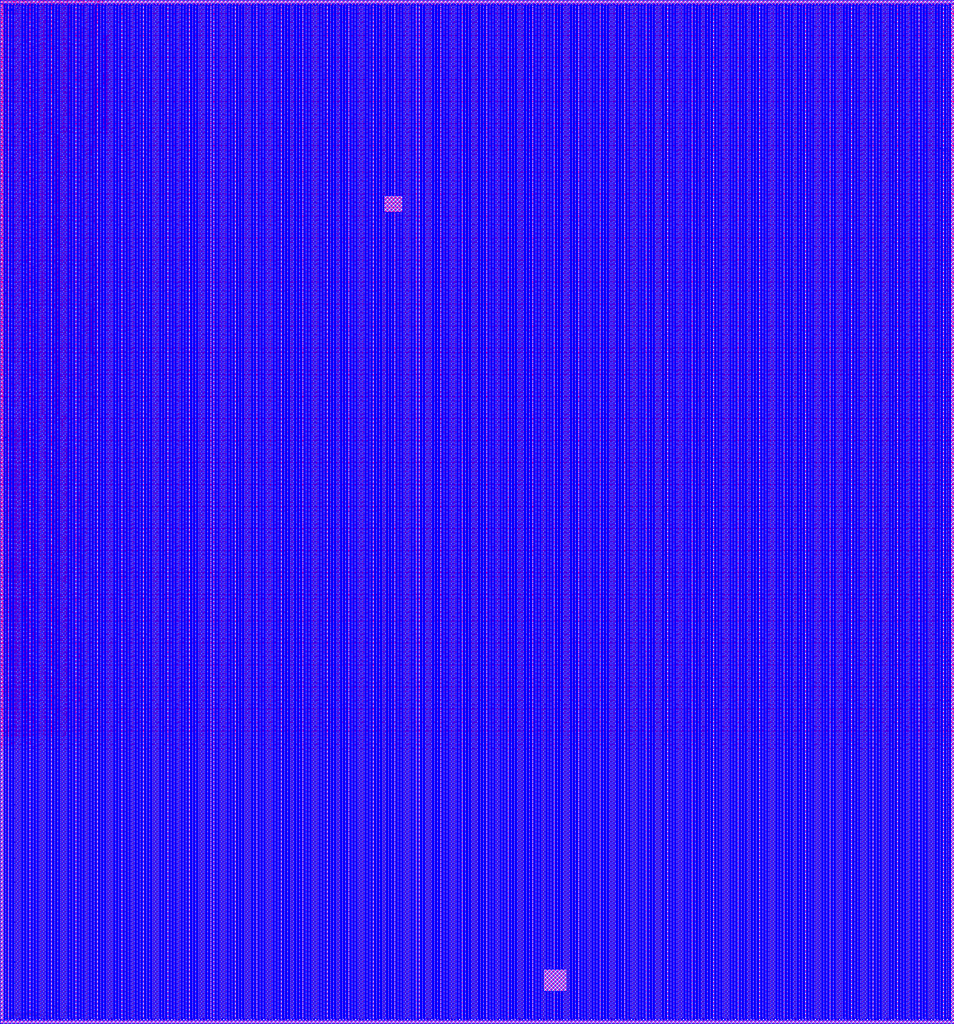
<source format=lef>
###############################################################
#  Generated by:      Cadence Innovus 21.14-e032_1
#  OS:                Linux x86_64(Host ID scc767089)
#  Generated on:      Thu Mar 16 00:29:08 2023
#  Design:            scr1_pipe_top
#  Command:           write_lef_abstract scr1_pipe_top.lef -top_layer 9 -stripe_pins
###############################################################

VERSION 5.8 ;

BUSBITCHARS "[]" ;
DIVIDERCHAR "/" ;

MACRO scr1_pipe_top
  CLASS BLOCK ;
  SIZE 3112.000000 BY 3337.160000 ;
  FOREIGN scr1_pipe_top 0.000000 0.000000 ;
  ORIGIN 0 0 ;
  SYMMETRY X Y R90 ;
  PIN pipe_rst_n
    DIRECTION INPUT ;
    USE SIGNAL ;
    PORT
      LAYER Metal6 ;
        RECT 0.000000 896.965000 0.290000 897.035000 ;
    END
  END pipe_rst_n
  PIN clk
    DIRECTION INPUT ;
    USE SIGNAL ;
    PORT
      LAYER Metal6 ;
        RECT 0.000000 911.315000 0.290000 911.385000 ;
    END
  END clk
  PIN pipe2imem_req_o
    DIRECTION OUTPUT ;
    USE SIGNAL ;
    PORT
      LAYER Metal6 ;
        RECT 3111.710000 896.965000 3112.000000 897.035000 ;
    END
  END pipe2imem_req_o
  PIN pipe2imem_cmd_o
    DIRECTION OUTPUT ;
    USE SIGNAL ;
    PORT
      LAYER Metal6 ;
        RECT 3111.710000 911.315000 3112.000000 911.385000 ;
    END
  END pipe2imem_cmd_o
  PIN pipe2imem_addr_o[31]
    DIRECTION OUTPUT ;
    USE SIGNAL ;
    PORT
      LAYER Metal6 ;
        RECT 3111.710000 925.670000 3112.000000 925.740000 ;
    END
  END pipe2imem_addr_o[31]
  PIN pipe2imem_addr_o[30]
    DIRECTION OUTPUT ;
    USE SIGNAL ;
    PORT
      LAYER Metal6 ;
        RECT 3111.710000 940.020000 3112.000000 940.090000 ;
    END
  END pipe2imem_addr_o[30]
  PIN pipe2imem_addr_o[29]
    DIRECTION OUTPUT ;
    USE SIGNAL ;
    PORT
      LAYER Metal6 ;
        RECT 3111.710000 954.375000 3112.000000 954.445000 ;
    END
  END pipe2imem_addr_o[29]
  PIN pipe2imem_addr_o[28]
    DIRECTION OUTPUT ;
    USE SIGNAL ;
    PORT
      LAYER Metal6 ;
        RECT 3111.710000 968.725000 3112.000000 968.795000 ;
    END
  END pipe2imem_addr_o[28]
  PIN pipe2imem_addr_o[27]
    DIRECTION OUTPUT ;
    USE SIGNAL ;
    PORT
      LAYER Metal6 ;
        RECT 3111.710000 983.075000 3112.000000 983.145000 ;
    END
  END pipe2imem_addr_o[27]
  PIN pipe2imem_addr_o[26]
    DIRECTION OUTPUT ;
    USE SIGNAL ;
    PORT
      LAYER Metal6 ;
        RECT 3111.710000 997.430000 3112.000000 997.500000 ;
    END
  END pipe2imem_addr_o[26]
  PIN pipe2imem_addr_o[25]
    DIRECTION OUTPUT ;
    USE SIGNAL ;
    PORT
      LAYER Metal6 ;
        RECT 3111.710000 1011.780000 3112.000000 1011.850000 ;
    END
  END pipe2imem_addr_o[25]
  PIN pipe2imem_addr_o[24]
    DIRECTION OUTPUT ;
    USE SIGNAL ;
    PORT
      LAYER Metal6 ;
        RECT 3111.710000 1026.135000 3112.000000 1026.205000 ;
    END
  END pipe2imem_addr_o[24]
  PIN pipe2imem_addr_o[23]
    DIRECTION OUTPUT ;
    USE SIGNAL ;
    PORT
      LAYER Metal6 ;
        RECT 3111.710000 1040.485000 3112.000000 1040.555000 ;
    END
  END pipe2imem_addr_o[23]
  PIN pipe2imem_addr_o[22]
    DIRECTION OUTPUT ;
    USE SIGNAL ;
    PORT
      LAYER Metal6 ;
        RECT 3111.710000 1054.835000 3112.000000 1054.905000 ;
    END
  END pipe2imem_addr_o[22]
  PIN pipe2imem_addr_o[21]
    DIRECTION OUTPUT ;
    USE SIGNAL ;
    PORT
      LAYER Metal6 ;
        RECT 3111.710000 1069.190000 3112.000000 1069.260000 ;
    END
  END pipe2imem_addr_o[21]
  PIN pipe2imem_addr_o[20]
    DIRECTION OUTPUT ;
    USE SIGNAL ;
    PORT
      LAYER Metal6 ;
        RECT 3111.710000 1083.540000 3112.000000 1083.610000 ;
    END
  END pipe2imem_addr_o[20]
  PIN pipe2imem_addr_o[19]
    DIRECTION OUTPUT ;
    USE SIGNAL ;
    PORT
      LAYER Metal6 ;
        RECT 3111.710000 1097.895000 3112.000000 1097.965000 ;
    END
  END pipe2imem_addr_o[19]
  PIN pipe2imem_addr_o[18]
    DIRECTION OUTPUT ;
    USE SIGNAL ;
    PORT
      LAYER Metal6 ;
        RECT 3111.710000 1112.245000 3112.000000 1112.315000 ;
    END
  END pipe2imem_addr_o[18]
  PIN pipe2imem_addr_o[17]
    DIRECTION OUTPUT ;
    USE SIGNAL ;
    PORT
      LAYER Metal6 ;
        RECT 3111.710000 1126.595000 3112.000000 1126.665000 ;
    END
  END pipe2imem_addr_o[17]
  PIN pipe2imem_addr_o[16]
    DIRECTION OUTPUT ;
    USE SIGNAL ;
    PORT
      LAYER Metal6 ;
        RECT 3111.710000 1140.950000 3112.000000 1141.020000 ;
    END
  END pipe2imem_addr_o[16]
  PIN pipe2imem_addr_o[15]
    DIRECTION OUTPUT ;
    USE SIGNAL ;
    PORT
      LAYER Metal6 ;
        RECT 3111.710000 1155.300000 3112.000000 1155.370000 ;
    END
  END pipe2imem_addr_o[15]
  PIN pipe2imem_addr_o[14]
    DIRECTION OUTPUT ;
    USE SIGNAL ;
    PORT
      LAYER Metal6 ;
        RECT 3111.710000 1169.655000 3112.000000 1169.725000 ;
    END
  END pipe2imem_addr_o[14]
  PIN pipe2imem_addr_o[13]
    DIRECTION OUTPUT ;
    USE SIGNAL ;
    PORT
      LAYER Metal6 ;
        RECT 3111.710000 1184.005000 3112.000000 1184.075000 ;
    END
  END pipe2imem_addr_o[13]
  PIN pipe2imem_addr_o[12]
    DIRECTION OUTPUT ;
    USE SIGNAL ;
    PORT
      LAYER Metal6 ;
        RECT 3111.710000 1198.355000 3112.000000 1198.425000 ;
    END
  END pipe2imem_addr_o[12]
  PIN pipe2imem_addr_o[11]
    DIRECTION OUTPUT ;
    USE SIGNAL ;
    PORT
      LAYER Metal6 ;
        RECT 3111.710000 1212.710000 3112.000000 1212.780000 ;
    END
  END pipe2imem_addr_o[11]
  PIN pipe2imem_addr_o[10]
    DIRECTION OUTPUT ;
    USE SIGNAL ;
    PORT
      LAYER Metal6 ;
        RECT 3111.710000 1227.060000 3112.000000 1227.130000 ;
    END
  END pipe2imem_addr_o[10]
  PIN pipe2imem_addr_o[9]
    DIRECTION OUTPUT ;
    USE SIGNAL ;
    PORT
      LAYER Metal6 ;
        RECT 3111.710000 1241.415000 3112.000000 1241.485000 ;
    END
  END pipe2imem_addr_o[9]
  PIN pipe2imem_addr_o[8]
    DIRECTION OUTPUT ;
    USE SIGNAL ;
    PORT
      LAYER Metal6 ;
        RECT 3111.710000 1255.765000 3112.000000 1255.835000 ;
    END
  END pipe2imem_addr_o[8]
  PIN pipe2imem_addr_o[7]
    DIRECTION OUTPUT ;
    USE SIGNAL ;
    PORT
      LAYER Metal6 ;
        RECT 3111.710000 1270.115000 3112.000000 1270.185000 ;
    END
  END pipe2imem_addr_o[7]
  PIN pipe2imem_addr_o[6]
    DIRECTION OUTPUT ;
    USE SIGNAL ;
    PORT
      LAYER Metal6 ;
        RECT 3111.710000 1284.470000 3112.000000 1284.540000 ;
    END
  END pipe2imem_addr_o[6]
  PIN pipe2imem_addr_o[5]
    DIRECTION OUTPUT ;
    USE SIGNAL ;
    PORT
      LAYER Metal6 ;
        RECT 3111.710000 1298.820000 3112.000000 1298.890000 ;
    END
  END pipe2imem_addr_o[5]
  PIN pipe2imem_addr_o[4]
    DIRECTION OUTPUT ;
    USE SIGNAL ;
    PORT
      LAYER Metal6 ;
        RECT 3111.710000 1313.175000 3112.000000 1313.245000 ;
    END
  END pipe2imem_addr_o[4]
  PIN pipe2imem_addr_o[3]
    DIRECTION OUTPUT ;
    USE SIGNAL ;
    PORT
      LAYER Metal6 ;
        RECT 3111.710000 1327.525000 3112.000000 1327.595000 ;
    END
  END pipe2imem_addr_o[3]
  PIN pipe2imem_addr_o[2]
    DIRECTION OUTPUT ;
    USE SIGNAL ;
    PORT
      LAYER Metal6 ;
        RECT 3111.710000 1341.875000 3112.000000 1341.945000 ;
    END
  END pipe2imem_addr_o[2]
  PIN pipe2imem_addr_o[1]
    DIRECTION OUTPUT ;
    USE SIGNAL ;
    PORT
      LAYER Metal6 ;
        RECT 3111.710000 1356.230000 3112.000000 1356.300000 ;
    END
  END pipe2imem_addr_o[1]
  PIN pipe2imem_addr_o[0]
    DIRECTION OUTPUT ;
    USE SIGNAL ;
    PORT
      LAYER Metal6 ;
        RECT 3111.710000 1370.580000 3112.000000 1370.650000 ;
    END
  END pipe2imem_addr_o[0]
  PIN imem2pipe_req_ack_i
    DIRECTION INPUT ;
    USE SIGNAL ;
    PORT
      LAYER Metal6 ;
        RECT 0.000000 925.670000 0.290000 925.740000 ;
    END
  END imem2pipe_req_ack_i
  PIN imem2pipe_rdata_i[31]
    DIRECTION INPUT ;
    USE SIGNAL ;
    PORT
      LAYER Metal6 ;
        RECT 0.000000 940.020000 0.290000 940.090000 ;
    END
  END imem2pipe_rdata_i[31]
  PIN imem2pipe_rdata_i[30]
    DIRECTION INPUT ;
    USE SIGNAL ;
    PORT
      LAYER Metal6 ;
        RECT 0.000000 954.375000 0.290000 954.445000 ;
    END
  END imem2pipe_rdata_i[30]
  PIN imem2pipe_rdata_i[29]
    DIRECTION INPUT ;
    USE SIGNAL ;
    PORT
      LAYER Metal6 ;
        RECT 0.000000 968.725000 0.290000 968.795000 ;
    END
  END imem2pipe_rdata_i[29]
  PIN imem2pipe_rdata_i[28]
    DIRECTION INPUT ;
    USE SIGNAL ;
    PORT
      LAYER Metal6 ;
        RECT 0.000000 983.075000 0.290000 983.145000 ;
    END
  END imem2pipe_rdata_i[28]
  PIN imem2pipe_rdata_i[27]
    DIRECTION INPUT ;
    USE SIGNAL ;
    PORT
      LAYER Metal6 ;
        RECT 0.000000 997.430000 0.290000 997.500000 ;
    END
  END imem2pipe_rdata_i[27]
  PIN imem2pipe_rdata_i[26]
    DIRECTION INPUT ;
    USE SIGNAL ;
    PORT
      LAYER Metal6 ;
        RECT 0.000000 1011.780000 0.290000 1011.850000 ;
    END
  END imem2pipe_rdata_i[26]
  PIN imem2pipe_rdata_i[25]
    DIRECTION INPUT ;
    USE SIGNAL ;
    PORT
      LAYER Metal6 ;
        RECT 0.000000 1026.135000 0.290000 1026.205000 ;
    END
  END imem2pipe_rdata_i[25]
  PIN imem2pipe_rdata_i[24]
    DIRECTION INPUT ;
    USE SIGNAL ;
    PORT
      LAYER Metal6 ;
        RECT 0.000000 1040.485000 0.290000 1040.555000 ;
    END
  END imem2pipe_rdata_i[24]
  PIN imem2pipe_rdata_i[23]
    DIRECTION INPUT ;
    USE SIGNAL ;
    PORT
      LAYER Metal6 ;
        RECT 0.000000 1054.835000 0.290000 1054.905000 ;
    END
  END imem2pipe_rdata_i[23]
  PIN imem2pipe_rdata_i[22]
    DIRECTION INPUT ;
    USE SIGNAL ;
    PORT
      LAYER Metal6 ;
        RECT 0.000000 1069.190000 0.290000 1069.260000 ;
    END
  END imem2pipe_rdata_i[22]
  PIN imem2pipe_rdata_i[21]
    DIRECTION INPUT ;
    USE SIGNAL ;
    PORT
      LAYER Metal6 ;
        RECT 0.000000 1083.540000 0.290000 1083.610000 ;
    END
  END imem2pipe_rdata_i[21]
  PIN imem2pipe_rdata_i[20]
    DIRECTION INPUT ;
    USE SIGNAL ;
    PORT
      LAYER Metal6 ;
        RECT 0.000000 1097.895000 0.290000 1097.965000 ;
    END
  END imem2pipe_rdata_i[20]
  PIN imem2pipe_rdata_i[19]
    DIRECTION INPUT ;
    USE SIGNAL ;
    PORT
      LAYER Metal6 ;
        RECT 0.000000 1112.245000 0.290000 1112.315000 ;
    END
  END imem2pipe_rdata_i[19]
  PIN imem2pipe_rdata_i[18]
    DIRECTION INPUT ;
    USE SIGNAL ;
    PORT
      LAYER Metal6 ;
        RECT 0.000000 1126.595000 0.290000 1126.665000 ;
    END
  END imem2pipe_rdata_i[18]
  PIN imem2pipe_rdata_i[17]
    DIRECTION INPUT ;
    USE SIGNAL ;
    PORT
      LAYER Metal6 ;
        RECT 0.000000 1140.950000 0.290000 1141.020000 ;
    END
  END imem2pipe_rdata_i[17]
  PIN imem2pipe_rdata_i[16]
    DIRECTION INPUT ;
    USE SIGNAL ;
    PORT
      LAYER Metal6 ;
        RECT 0.000000 1155.300000 0.290000 1155.370000 ;
    END
  END imem2pipe_rdata_i[16]
  PIN imem2pipe_rdata_i[15]
    DIRECTION INPUT ;
    USE SIGNAL ;
    PORT
      LAYER Metal6 ;
        RECT 0.000000 1169.655000 0.290000 1169.725000 ;
    END
  END imem2pipe_rdata_i[15]
  PIN imem2pipe_rdata_i[14]
    DIRECTION INPUT ;
    USE SIGNAL ;
    PORT
      LAYER Metal6 ;
        RECT 0.000000 1184.005000 0.290000 1184.075000 ;
    END
  END imem2pipe_rdata_i[14]
  PIN imem2pipe_rdata_i[13]
    DIRECTION INPUT ;
    USE SIGNAL ;
    PORT
      LAYER Metal6 ;
        RECT 0.000000 1198.355000 0.290000 1198.425000 ;
    END
  END imem2pipe_rdata_i[13]
  PIN imem2pipe_rdata_i[12]
    DIRECTION INPUT ;
    USE SIGNAL ;
    PORT
      LAYER Metal6 ;
        RECT 0.000000 1212.710000 0.290000 1212.780000 ;
    END
  END imem2pipe_rdata_i[12]
  PIN imem2pipe_rdata_i[11]
    DIRECTION INPUT ;
    USE SIGNAL ;
    PORT
      LAYER Metal6 ;
        RECT 0.000000 1227.060000 0.290000 1227.130000 ;
    END
  END imem2pipe_rdata_i[11]
  PIN imem2pipe_rdata_i[10]
    DIRECTION INPUT ;
    USE SIGNAL ;
    PORT
      LAYER Metal6 ;
        RECT 0.000000 1241.415000 0.290000 1241.485000 ;
    END
  END imem2pipe_rdata_i[10]
  PIN imem2pipe_rdata_i[9]
    DIRECTION INPUT ;
    USE SIGNAL ;
    PORT
      LAYER Metal6 ;
        RECT 0.000000 1255.765000 0.290000 1255.835000 ;
    END
  END imem2pipe_rdata_i[9]
  PIN imem2pipe_rdata_i[8]
    DIRECTION INPUT ;
    USE SIGNAL ;
    PORT
      LAYER Metal6 ;
        RECT 0.000000 1270.115000 0.290000 1270.185000 ;
    END
  END imem2pipe_rdata_i[8]
  PIN imem2pipe_rdata_i[7]
    DIRECTION INPUT ;
    USE SIGNAL ;
    PORT
      LAYER Metal6 ;
        RECT 0.000000 1284.470000 0.290000 1284.540000 ;
    END
  END imem2pipe_rdata_i[7]
  PIN imem2pipe_rdata_i[6]
    DIRECTION INPUT ;
    USE SIGNAL ;
    PORT
      LAYER Metal6 ;
        RECT 0.000000 1298.820000 0.290000 1298.890000 ;
    END
  END imem2pipe_rdata_i[6]
  PIN imem2pipe_rdata_i[5]
    DIRECTION INPUT ;
    USE SIGNAL ;
    PORT
      LAYER Metal6 ;
        RECT 0.000000 1313.175000 0.290000 1313.245000 ;
    END
  END imem2pipe_rdata_i[5]
  PIN imem2pipe_rdata_i[4]
    DIRECTION INPUT ;
    USE SIGNAL ;
    PORT
      LAYER Metal6 ;
        RECT 0.000000 1327.525000 0.290000 1327.595000 ;
    END
  END imem2pipe_rdata_i[4]
  PIN imem2pipe_rdata_i[3]
    DIRECTION INPUT ;
    USE SIGNAL ;
    PORT
      LAYER Metal6 ;
        RECT 0.000000 1341.875000 0.290000 1341.945000 ;
    END
  END imem2pipe_rdata_i[3]
  PIN imem2pipe_rdata_i[2]
    DIRECTION INPUT ;
    USE SIGNAL ;
    PORT
      LAYER Metal6 ;
        RECT 0.000000 1356.230000 0.290000 1356.300000 ;
    END
  END imem2pipe_rdata_i[2]
  PIN imem2pipe_rdata_i[1]
    DIRECTION INPUT ;
    USE SIGNAL ;
    PORT
      LAYER Metal6 ;
        RECT 0.000000 1370.580000 0.290000 1370.650000 ;
    END
  END imem2pipe_rdata_i[1]
  PIN imem2pipe_rdata_i[0]
    DIRECTION INPUT ;
    USE SIGNAL ;
    PORT
      LAYER Metal6 ;
        RECT 0.000000 1384.935000 0.290000 1385.005000 ;
    END
  END imem2pipe_rdata_i[0]
  PIN imem2pipe_resp_i[1]
    DIRECTION INPUT ;
    USE SIGNAL ;
    PORT
      LAYER Metal6 ;
        RECT 0.000000 1399.285000 0.290000 1399.355000 ;
    END
  END imem2pipe_resp_i[1]
  PIN imem2pipe_resp_i[0]
    DIRECTION INPUT ;
    USE SIGNAL ;
    PORT
      LAYER Metal6 ;
        RECT 0.000000 1413.635000 0.290000 1413.705000 ;
    END
  END imem2pipe_resp_i[0]
  PIN pipe2dmem_req_o
    DIRECTION OUTPUT ;
    USE SIGNAL ;
    PORT
      LAYER Metal6 ;
        RECT 3111.710000 1384.935000 3112.000000 1385.005000 ;
    END
  END pipe2dmem_req_o
  PIN pipe2dmem_cmd_o
    DIRECTION OUTPUT ;
    USE SIGNAL ;
    PORT
      LAYER Metal6 ;
        RECT 3111.710000 1399.285000 3112.000000 1399.355000 ;
    END
  END pipe2dmem_cmd_o
  PIN pipe2dmem_width_o[1]
    DIRECTION OUTPUT ;
    USE SIGNAL ;
    PORT
      LAYER Metal6 ;
        RECT 3111.710000 1413.635000 3112.000000 1413.705000 ;
    END
  END pipe2dmem_width_o[1]
  PIN pipe2dmem_width_o[0]
    DIRECTION OUTPUT ;
    USE SIGNAL ;
    PORT
      LAYER Metal6 ;
        RECT 3111.710000 1427.990000 3112.000000 1428.060000 ;
    END
  END pipe2dmem_width_o[0]
  PIN pipe2dmem_addr_o[31]
    DIRECTION OUTPUT ;
    USE SIGNAL ;
    PORT
      LAYER Metal6 ;
        RECT 3111.710000 1442.340000 3112.000000 1442.410000 ;
    END
  END pipe2dmem_addr_o[31]
  PIN pipe2dmem_addr_o[30]
    DIRECTION OUTPUT ;
    USE SIGNAL ;
    PORT
      LAYER Metal6 ;
        RECT 3111.710000 1456.695000 3112.000000 1456.765000 ;
    END
  END pipe2dmem_addr_o[30]
  PIN pipe2dmem_addr_o[29]
    DIRECTION OUTPUT ;
    USE SIGNAL ;
    PORT
      LAYER Metal6 ;
        RECT 3111.710000 1471.045000 3112.000000 1471.115000 ;
    END
  END pipe2dmem_addr_o[29]
  PIN pipe2dmem_addr_o[28]
    DIRECTION OUTPUT ;
    USE SIGNAL ;
    PORT
      LAYER Metal6 ;
        RECT 3111.710000 1485.395000 3112.000000 1485.465000 ;
    END
  END pipe2dmem_addr_o[28]
  PIN pipe2dmem_addr_o[27]
    DIRECTION OUTPUT ;
    USE SIGNAL ;
    PORT
      LAYER Metal6 ;
        RECT 3111.710000 1499.750000 3112.000000 1499.820000 ;
    END
  END pipe2dmem_addr_o[27]
  PIN pipe2dmem_addr_o[26]
    DIRECTION OUTPUT ;
    USE SIGNAL ;
    PORT
      LAYER Metal6 ;
        RECT 3111.710000 1514.100000 3112.000000 1514.170000 ;
    END
  END pipe2dmem_addr_o[26]
  PIN pipe2dmem_addr_o[25]
    DIRECTION OUTPUT ;
    USE SIGNAL ;
    PORT
      LAYER Metal6 ;
        RECT 3111.710000 1528.455000 3112.000000 1528.525000 ;
    END
  END pipe2dmem_addr_o[25]
  PIN pipe2dmem_addr_o[24]
    DIRECTION OUTPUT ;
    USE SIGNAL ;
    PORT
      LAYER Metal6 ;
        RECT 3111.710000 1542.805000 3112.000000 1542.875000 ;
    END
  END pipe2dmem_addr_o[24]
  PIN pipe2dmem_addr_o[23]
    DIRECTION OUTPUT ;
    USE SIGNAL ;
    PORT
      LAYER Metal6 ;
        RECT 3111.710000 1557.155000 3112.000000 1557.225000 ;
    END
  END pipe2dmem_addr_o[23]
  PIN pipe2dmem_addr_o[22]
    DIRECTION OUTPUT ;
    USE SIGNAL ;
    PORT
      LAYER Metal6 ;
        RECT 3111.710000 1571.510000 3112.000000 1571.580000 ;
    END
  END pipe2dmem_addr_o[22]
  PIN pipe2dmem_addr_o[21]
    DIRECTION OUTPUT ;
    USE SIGNAL ;
    PORT
      LAYER Metal6 ;
        RECT 3111.710000 1585.860000 3112.000000 1585.930000 ;
    END
  END pipe2dmem_addr_o[21]
  PIN pipe2dmem_addr_o[20]
    DIRECTION OUTPUT ;
    USE SIGNAL ;
    PORT
      LAYER Metal6 ;
        RECT 3111.710000 1600.215000 3112.000000 1600.285000 ;
    END
  END pipe2dmem_addr_o[20]
  PIN pipe2dmem_addr_o[19]
    DIRECTION OUTPUT ;
    USE SIGNAL ;
    PORT
      LAYER Metal6 ;
        RECT 3111.710000 1614.565000 3112.000000 1614.635000 ;
    END
  END pipe2dmem_addr_o[19]
  PIN pipe2dmem_addr_o[18]
    DIRECTION OUTPUT ;
    USE SIGNAL ;
    PORT
      LAYER Metal6 ;
        RECT 3111.710000 1628.915000 3112.000000 1628.985000 ;
    END
  END pipe2dmem_addr_o[18]
  PIN pipe2dmem_addr_o[17]
    DIRECTION OUTPUT ;
    USE SIGNAL ;
    PORT
      LAYER Metal6 ;
        RECT 3111.710000 1643.270000 3112.000000 1643.340000 ;
    END
  END pipe2dmem_addr_o[17]
  PIN pipe2dmem_addr_o[16]
    DIRECTION OUTPUT ;
    USE SIGNAL ;
    PORT
      LAYER Metal6 ;
        RECT 3111.710000 1657.620000 3112.000000 1657.690000 ;
    END
  END pipe2dmem_addr_o[16]
  PIN pipe2dmem_addr_o[15]
    DIRECTION OUTPUT ;
    USE SIGNAL ;
    PORT
      LAYER Metal6 ;
        RECT 3111.710000 1671.975000 3112.000000 1672.045000 ;
    END
  END pipe2dmem_addr_o[15]
  PIN pipe2dmem_addr_o[14]
    DIRECTION OUTPUT ;
    USE SIGNAL ;
    PORT
      LAYER Metal6 ;
        RECT 3111.710000 1686.325000 3112.000000 1686.395000 ;
    END
  END pipe2dmem_addr_o[14]
  PIN pipe2dmem_addr_o[13]
    DIRECTION OUTPUT ;
    USE SIGNAL ;
    PORT
      LAYER Metal6 ;
        RECT 3111.710000 1700.675000 3112.000000 1700.745000 ;
    END
  END pipe2dmem_addr_o[13]
  PIN pipe2dmem_addr_o[12]
    DIRECTION OUTPUT ;
    USE SIGNAL ;
    PORT
      LAYER Metal6 ;
        RECT 3111.710000 1715.030000 3112.000000 1715.100000 ;
    END
  END pipe2dmem_addr_o[12]
  PIN pipe2dmem_addr_o[11]
    DIRECTION OUTPUT ;
    USE SIGNAL ;
    PORT
      LAYER Metal6 ;
        RECT 3111.710000 1729.380000 3112.000000 1729.450000 ;
    END
  END pipe2dmem_addr_o[11]
  PIN pipe2dmem_addr_o[10]
    DIRECTION OUTPUT ;
    USE SIGNAL ;
    PORT
      LAYER Metal6 ;
        RECT 3111.710000 1743.735000 3112.000000 1743.805000 ;
    END
  END pipe2dmem_addr_o[10]
  PIN pipe2dmem_addr_o[9]
    DIRECTION OUTPUT ;
    USE SIGNAL ;
    PORT
      LAYER Metal6 ;
        RECT 3111.710000 1758.085000 3112.000000 1758.155000 ;
    END
  END pipe2dmem_addr_o[9]
  PIN pipe2dmem_addr_o[8]
    DIRECTION OUTPUT ;
    USE SIGNAL ;
    PORT
      LAYER Metal6 ;
        RECT 3111.710000 1772.435000 3112.000000 1772.505000 ;
    END
  END pipe2dmem_addr_o[8]
  PIN pipe2dmem_addr_o[7]
    DIRECTION OUTPUT ;
    USE SIGNAL ;
    PORT
      LAYER Metal6 ;
        RECT 3111.710000 1786.790000 3112.000000 1786.860000 ;
    END
  END pipe2dmem_addr_o[7]
  PIN pipe2dmem_addr_o[6]
    DIRECTION OUTPUT ;
    USE SIGNAL ;
    PORT
      LAYER Metal6 ;
        RECT 3111.710000 1801.140000 3112.000000 1801.210000 ;
    END
  END pipe2dmem_addr_o[6]
  PIN pipe2dmem_addr_o[5]
    DIRECTION OUTPUT ;
    USE SIGNAL ;
    PORT
      LAYER Metal6 ;
        RECT 3111.710000 1815.495000 3112.000000 1815.565000 ;
    END
  END pipe2dmem_addr_o[5]
  PIN pipe2dmem_addr_o[4]
    DIRECTION OUTPUT ;
    USE SIGNAL ;
    PORT
      LAYER Metal6 ;
        RECT 3111.710000 1829.845000 3112.000000 1829.915000 ;
    END
  END pipe2dmem_addr_o[4]
  PIN pipe2dmem_addr_o[3]
    DIRECTION OUTPUT ;
    USE SIGNAL ;
    PORT
      LAYER Metal6 ;
        RECT 3111.710000 1844.195000 3112.000000 1844.265000 ;
    END
  END pipe2dmem_addr_o[3]
  PIN pipe2dmem_addr_o[2]
    DIRECTION OUTPUT ;
    USE SIGNAL ;
    PORT
      LAYER Metal6 ;
        RECT 3111.710000 1858.550000 3112.000000 1858.620000 ;
    END
  END pipe2dmem_addr_o[2]
  PIN pipe2dmem_addr_o[1]
    DIRECTION OUTPUT ;
    USE SIGNAL ;
    PORT
      LAYER Metal6 ;
        RECT 3111.710000 1872.900000 3112.000000 1872.970000 ;
    END
  END pipe2dmem_addr_o[1]
  PIN pipe2dmem_addr_o[0]
    DIRECTION OUTPUT ;
    USE SIGNAL ;
    PORT
      LAYER Metal6 ;
        RECT 3111.710000 1887.255000 3112.000000 1887.325000 ;
    END
  END pipe2dmem_addr_o[0]
  PIN pipe2dmem_wdata_o[31]
    DIRECTION OUTPUT ;
    USE SIGNAL ;
    PORT
      LAYER Metal6 ;
        RECT 3111.710000 1901.605000 3112.000000 1901.675000 ;
    END
  END pipe2dmem_wdata_o[31]
  PIN pipe2dmem_wdata_o[30]
    DIRECTION OUTPUT ;
    USE SIGNAL ;
    PORT
      LAYER Metal6 ;
        RECT 3111.710000 1915.955000 3112.000000 1916.025000 ;
    END
  END pipe2dmem_wdata_o[30]
  PIN pipe2dmem_wdata_o[29]
    DIRECTION OUTPUT ;
    USE SIGNAL ;
    PORT
      LAYER Metal6 ;
        RECT 3111.710000 1930.310000 3112.000000 1930.380000 ;
    END
  END pipe2dmem_wdata_o[29]
  PIN pipe2dmem_wdata_o[28]
    DIRECTION OUTPUT ;
    USE SIGNAL ;
    PORT
      LAYER Metal6 ;
        RECT 3111.710000 1944.660000 3112.000000 1944.730000 ;
    END
  END pipe2dmem_wdata_o[28]
  PIN pipe2dmem_wdata_o[27]
    DIRECTION OUTPUT ;
    USE SIGNAL ;
    PORT
      LAYER Metal6 ;
        RECT 3111.710000 1959.015000 3112.000000 1959.085000 ;
    END
  END pipe2dmem_wdata_o[27]
  PIN pipe2dmem_wdata_o[26]
    DIRECTION OUTPUT ;
    USE SIGNAL ;
    PORT
      LAYER Metal6 ;
        RECT 3111.710000 1973.365000 3112.000000 1973.435000 ;
    END
  END pipe2dmem_wdata_o[26]
  PIN pipe2dmem_wdata_o[25]
    DIRECTION OUTPUT ;
    USE SIGNAL ;
    PORT
      LAYER Metal6 ;
        RECT 3111.710000 1987.715000 3112.000000 1987.785000 ;
    END
  END pipe2dmem_wdata_o[25]
  PIN pipe2dmem_wdata_o[24]
    DIRECTION OUTPUT ;
    USE SIGNAL ;
    PORT
      LAYER Metal6 ;
        RECT 3111.710000 2002.070000 3112.000000 2002.140000 ;
    END
  END pipe2dmem_wdata_o[24]
  PIN pipe2dmem_wdata_o[23]
    DIRECTION OUTPUT ;
    USE SIGNAL ;
    PORT
      LAYER Metal6 ;
        RECT 3111.710000 2016.420000 3112.000000 2016.490000 ;
    END
  END pipe2dmem_wdata_o[23]
  PIN pipe2dmem_wdata_o[22]
    DIRECTION OUTPUT ;
    USE SIGNAL ;
    PORT
      LAYER Metal6 ;
        RECT 3111.710000 2030.775000 3112.000000 2030.845000 ;
    END
  END pipe2dmem_wdata_o[22]
  PIN pipe2dmem_wdata_o[21]
    DIRECTION OUTPUT ;
    USE SIGNAL ;
    PORT
      LAYER Metal6 ;
        RECT 3111.710000 2045.125000 3112.000000 2045.195000 ;
    END
  END pipe2dmem_wdata_o[21]
  PIN pipe2dmem_wdata_o[20]
    DIRECTION OUTPUT ;
    USE SIGNAL ;
    PORT
      LAYER Metal6 ;
        RECT 3111.710000 2059.475000 3112.000000 2059.545000 ;
    END
  END pipe2dmem_wdata_o[20]
  PIN pipe2dmem_wdata_o[19]
    DIRECTION OUTPUT ;
    USE SIGNAL ;
    PORT
      LAYER Metal6 ;
        RECT 3111.710000 2073.830000 3112.000000 2073.900000 ;
    END
  END pipe2dmem_wdata_o[19]
  PIN pipe2dmem_wdata_o[18]
    DIRECTION OUTPUT ;
    USE SIGNAL ;
    PORT
      LAYER Metal6 ;
        RECT 3111.710000 2088.180000 3112.000000 2088.250000 ;
    END
  END pipe2dmem_wdata_o[18]
  PIN pipe2dmem_wdata_o[17]
    DIRECTION OUTPUT ;
    USE SIGNAL ;
    PORT
      LAYER Metal6 ;
        RECT 3111.710000 2102.535000 3112.000000 2102.605000 ;
    END
  END pipe2dmem_wdata_o[17]
  PIN pipe2dmem_wdata_o[16]
    DIRECTION OUTPUT ;
    USE SIGNAL ;
    PORT
      LAYER Metal6 ;
        RECT 3111.710000 2116.885000 3112.000000 2116.955000 ;
    END
  END pipe2dmem_wdata_o[16]
  PIN pipe2dmem_wdata_o[15]
    DIRECTION OUTPUT ;
    USE SIGNAL ;
    PORT
      LAYER Metal6 ;
        RECT 3111.710000 2131.235000 3112.000000 2131.305000 ;
    END
  END pipe2dmem_wdata_o[15]
  PIN pipe2dmem_wdata_o[14]
    DIRECTION OUTPUT ;
    USE SIGNAL ;
    PORT
      LAYER Metal6 ;
        RECT 3111.710000 2145.590000 3112.000000 2145.660000 ;
    END
  END pipe2dmem_wdata_o[14]
  PIN pipe2dmem_wdata_o[13]
    DIRECTION OUTPUT ;
    USE SIGNAL ;
    PORT
      LAYER Metal6 ;
        RECT 3111.710000 2159.940000 3112.000000 2160.010000 ;
    END
  END pipe2dmem_wdata_o[13]
  PIN pipe2dmem_wdata_o[12]
    DIRECTION OUTPUT ;
    USE SIGNAL ;
    PORT
      LAYER Metal6 ;
        RECT 3111.710000 2174.295000 3112.000000 2174.365000 ;
    END
  END pipe2dmem_wdata_o[12]
  PIN pipe2dmem_wdata_o[11]
    DIRECTION OUTPUT ;
    USE SIGNAL ;
    PORT
      LAYER Metal6 ;
        RECT 3111.710000 2188.645000 3112.000000 2188.715000 ;
    END
  END pipe2dmem_wdata_o[11]
  PIN pipe2dmem_wdata_o[10]
    DIRECTION OUTPUT ;
    USE SIGNAL ;
    PORT
      LAYER Metal6 ;
        RECT 3111.710000 2202.995000 3112.000000 2203.065000 ;
    END
  END pipe2dmem_wdata_o[10]
  PIN pipe2dmem_wdata_o[9]
    DIRECTION OUTPUT ;
    USE SIGNAL ;
    PORT
      LAYER Metal6 ;
        RECT 3111.710000 2217.350000 3112.000000 2217.420000 ;
    END
  END pipe2dmem_wdata_o[9]
  PIN pipe2dmem_wdata_o[8]
    DIRECTION OUTPUT ;
    USE SIGNAL ;
    PORT
      LAYER Metal6 ;
        RECT 3111.710000 2231.700000 3112.000000 2231.770000 ;
    END
  END pipe2dmem_wdata_o[8]
  PIN pipe2dmem_wdata_o[7]
    DIRECTION OUTPUT ;
    USE SIGNAL ;
    PORT
      LAYER Metal6 ;
        RECT 3111.710000 2246.055000 3112.000000 2246.125000 ;
    END
  END pipe2dmem_wdata_o[7]
  PIN pipe2dmem_wdata_o[6]
    DIRECTION OUTPUT ;
    USE SIGNAL ;
    PORT
      LAYER Metal6 ;
        RECT 3111.710000 2260.405000 3112.000000 2260.475000 ;
    END
  END pipe2dmem_wdata_o[6]
  PIN pipe2dmem_wdata_o[5]
    DIRECTION OUTPUT ;
    USE SIGNAL ;
    PORT
      LAYER Metal6 ;
        RECT 3111.710000 2274.755000 3112.000000 2274.825000 ;
    END
  END pipe2dmem_wdata_o[5]
  PIN pipe2dmem_wdata_o[4]
    DIRECTION OUTPUT ;
    USE SIGNAL ;
    PORT
      LAYER Metal6 ;
        RECT 3111.710000 2289.110000 3112.000000 2289.180000 ;
    END
  END pipe2dmem_wdata_o[4]
  PIN pipe2dmem_wdata_o[3]
    DIRECTION OUTPUT ;
    USE SIGNAL ;
    PORT
      LAYER Metal6 ;
        RECT 3111.710000 2303.460000 3112.000000 2303.530000 ;
    END
  END pipe2dmem_wdata_o[3]
  PIN pipe2dmem_wdata_o[2]
    DIRECTION OUTPUT ;
    USE SIGNAL ;
    PORT
      LAYER Metal6 ;
        RECT 3111.710000 2317.815000 3112.000000 2317.885000 ;
    END
  END pipe2dmem_wdata_o[2]
  PIN pipe2dmem_wdata_o[1]
    DIRECTION OUTPUT ;
    USE SIGNAL ;
    PORT
      LAYER Metal6 ;
        RECT 3111.710000 2332.165000 3112.000000 2332.235000 ;
    END
  END pipe2dmem_wdata_o[1]
  PIN pipe2dmem_wdata_o[0]
    DIRECTION OUTPUT ;
    USE SIGNAL ;
    PORT
      LAYER Metal6 ;
        RECT 3111.710000 2346.515000 3112.000000 2346.585000 ;
    END
  END pipe2dmem_wdata_o[0]
  PIN dmem2pipe_req_ack_i
    DIRECTION INPUT ;
    USE SIGNAL ;
    PORT
      LAYER Metal6 ;
        RECT 0.000000 1427.990000 0.290000 1428.060000 ;
    END
  END dmem2pipe_req_ack_i
  PIN dmem2pipe_rdata_i[31]
    DIRECTION INPUT ;
    USE SIGNAL ;
    PORT
      LAYER Metal6 ;
        RECT 0.000000 1442.340000 0.290000 1442.410000 ;
    END
  END dmem2pipe_rdata_i[31]
  PIN dmem2pipe_rdata_i[30]
    DIRECTION INPUT ;
    USE SIGNAL ;
    PORT
      LAYER Metal6 ;
        RECT 0.000000 1456.695000 0.290000 1456.765000 ;
    END
  END dmem2pipe_rdata_i[30]
  PIN dmem2pipe_rdata_i[29]
    DIRECTION INPUT ;
    USE SIGNAL ;
    PORT
      LAYER Metal6 ;
        RECT 0.000000 1471.045000 0.290000 1471.115000 ;
    END
  END dmem2pipe_rdata_i[29]
  PIN dmem2pipe_rdata_i[28]
    DIRECTION INPUT ;
    USE SIGNAL ;
    PORT
      LAYER Metal6 ;
        RECT 0.000000 1485.395000 0.290000 1485.465000 ;
    END
  END dmem2pipe_rdata_i[28]
  PIN dmem2pipe_rdata_i[27]
    DIRECTION INPUT ;
    USE SIGNAL ;
    PORT
      LAYER Metal6 ;
        RECT 0.000000 1499.750000 0.290000 1499.820000 ;
    END
  END dmem2pipe_rdata_i[27]
  PIN dmem2pipe_rdata_i[26]
    DIRECTION INPUT ;
    USE SIGNAL ;
    PORT
      LAYER Metal6 ;
        RECT 0.000000 1514.100000 0.290000 1514.170000 ;
    END
  END dmem2pipe_rdata_i[26]
  PIN dmem2pipe_rdata_i[25]
    DIRECTION INPUT ;
    USE SIGNAL ;
    PORT
      LAYER Metal6 ;
        RECT 0.000000 1528.455000 0.290000 1528.525000 ;
    END
  END dmem2pipe_rdata_i[25]
  PIN dmem2pipe_rdata_i[24]
    DIRECTION INPUT ;
    USE SIGNAL ;
    PORT
      LAYER Metal6 ;
        RECT 0.000000 1542.805000 0.290000 1542.875000 ;
    END
  END dmem2pipe_rdata_i[24]
  PIN dmem2pipe_rdata_i[23]
    DIRECTION INPUT ;
    USE SIGNAL ;
    PORT
      LAYER Metal6 ;
        RECT 0.000000 1557.155000 0.290000 1557.225000 ;
    END
  END dmem2pipe_rdata_i[23]
  PIN dmem2pipe_rdata_i[22]
    DIRECTION INPUT ;
    USE SIGNAL ;
    PORT
      LAYER Metal6 ;
        RECT 0.000000 1571.510000 0.290000 1571.580000 ;
    END
  END dmem2pipe_rdata_i[22]
  PIN dmem2pipe_rdata_i[21]
    DIRECTION INPUT ;
    USE SIGNAL ;
    PORT
      LAYER Metal6 ;
        RECT 0.000000 1585.860000 0.290000 1585.930000 ;
    END
  END dmem2pipe_rdata_i[21]
  PIN dmem2pipe_rdata_i[20]
    DIRECTION INPUT ;
    USE SIGNAL ;
    PORT
      LAYER Metal6 ;
        RECT 0.000000 1600.215000 0.290000 1600.285000 ;
    END
  END dmem2pipe_rdata_i[20]
  PIN dmem2pipe_rdata_i[19]
    DIRECTION INPUT ;
    USE SIGNAL ;
    PORT
      LAYER Metal6 ;
        RECT 0.000000 1614.565000 0.290000 1614.635000 ;
    END
  END dmem2pipe_rdata_i[19]
  PIN dmem2pipe_rdata_i[18]
    DIRECTION INPUT ;
    USE SIGNAL ;
    PORT
      LAYER Metal6 ;
        RECT 0.000000 1628.915000 0.290000 1628.985000 ;
    END
  END dmem2pipe_rdata_i[18]
  PIN dmem2pipe_rdata_i[17]
    DIRECTION INPUT ;
    USE SIGNAL ;
    PORT
      LAYER Metal6 ;
        RECT 0.000000 1643.270000 0.290000 1643.340000 ;
    END
  END dmem2pipe_rdata_i[17]
  PIN dmem2pipe_rdata_i[16]
    DIRECTION INPUT ;
    USE SIGNAL ;
    PORT
      LAYER Metal6 ;
        RECT 0.000000 1657.620000 0.290000 1657.690000 ;
    END
  END dmem2pipe_rdata_i[16]
  PIN dmem2pipe_rdata_i[15]
    DIRECTION INPUT ;
    USE SIGNAL ;
    PORT
      LAYER Metal6 ;
        RECT 0.000000 1671.975000 0.290000 1672.045000 ;
    END
  END dmem2pipe_rdata_i[15]
  PIN dmem2pipe_rdata_i[14]
    DIRECTION INPUT ;
    USE SIGNAL ;
    PORT
      LAYER Metal6 ;
        RECT 0.000000 1686.325000 0.290000 1686.395000 ;
    END
  END dmem2pipe_rdata_i[14]
  PIN dmem2pipe_rdata_i[13]
    DIRECTION INPUT ;
    USE SIGNAL ;
    PORT
      LAYER Metal6 ;
        RECT 0.000000 1700.675000 0.290000 1700.745000 ;
    END
  END dmem2pipe_rdata_i[13]
  PIN dmem2pipe_rdata_i[12]
    DIRECTION INPUT ;
    USE SIGNAL ;
    PORT
      LAYER Metal6 ;
        RECT 0.000000 1715.030000 0.290000 1715.100000 ;
    END
  END dmem2pipe_rdata_i[12]
  PIN dmem2pipe_rdata_i[11]
    DIRECTION INPUT ;
    USE SIGNAL ;
    PORT
      LAYER Metal6 ;
        RECT 0.000000 1729.380000 0.290000 1729.450000 ;
    END
  END dmem2pipe_rdata_i[11]
  PIN dmem2pipe_rdata_i[10]
    DIRECTION INPUT ;
    USE SIGNAL ;
    PORT
      LAYER Metal6 ;
        RECT 0.000000 1743.735000 0.290000 1743.805000 ;
    END
  END dmem2pipe_rdata_i[10]
  PIN dmem2pipe_rdata_i[9]
    DIRECTION INPUT ;
    USE SIGNAL ;
    PORT
      LAYER Metal6 ;
        RECT 0.000000 1758.085000 0.290000 1758.155000 ;
    END
  END dmem2pipe_rdata_i[9]
  PIN dmem2pipe_rdata_i[8]
    DIRECTION INPUT ;
    USE SIGNAL ;
    PORT
      LAYER Metal6 ;
        RECT 0.000000 1772.435000 0.290000 1772.505000 ;
    END
  END dmem2pipe_rdata_i[8]
  PIN dmem2pipe_rdata_i[7]
    DIRECTION INPUT ;
    USE SIGNAL ;
    PORT
      LAYER Metal6 ;
        RECT 0.000000 1786.790000 0.290000 1786.860000 ;
    END
  END dmem2pipe_rdata_i[7]
  PIN dmem2pipe_rdata_i[6]
    DIRECTION INPUT ;
    USE SIGNAL ;
    PORT
      LAYER Metal6 ;
        RECT 0.000000 1801.140000 0.290000 1801.210000 ;
    END
  END dmem2pipe_rdata_i[6]
  PIN dmem2pipe_rdata_i[5]
    DIRECTION INPUT ;
    USE SIGNAL ;
    PORT
      LAYER Metal6 ;
        RECT 0.000000 1815.495000 0.290000 1815.565000 ;
    END
  END dmem2pipe_rdata_i[5]
  PIN dmem2pipe_rdata_i[4]
    DIRECTION INPUT ;
    USE SIGNAL ;
    PORT
      LAYER Metal6 ;
        RECT 0.000000 1829.845000 0.290000 1829.915000 ;
    END
  END dmem2pipe_rdata_i[4]
  PIN dmem2pipe_rdata_i[3]
    DIRECTION INPUT ;
    USE SIGNAL ;
    PORT
      LAYER Metal6 ;
        RECT 0.000000 1844.195000 0.290000 1844.265000 ;
    END
  END dmem2pipe_rdata_i[3]
  PIN dmem2pipe_rdata_i[2]
    DIRECTION INPUT ;
    USE SIGNAL ;
    PORT
      LAYER Metal6 ;
        RECT 0.000000 1858.550000 0.290000 1858.620000 ;
    END
  END dmem2pipe_rdata_i[2]
  PIN dmem2pipe_rdata_i[1]
    DIRECTION INPUT ;
    USE SIGNAL ;
    PORT
      LAYER Metal6 ;
        RECT 0.000000 1872.900000 0.290000 1872.970000 ;
    END
  END dmem2pipe_rdata_i[1]
  PIN dmem2pipe_rdata_i[0]
    DIRECTION INPUT ;
    USE SIGNAL ;
    PORT
      LAYER Metal6 ;
        RECT 0.000000 1887.255000 0.290000 1887.325000 ;
    END
  END dmem2pipe_rdata_i[0]
  PIN dmem2pipe_resp_i[1]
    DIRECTION INPUT ;
    USE SIGNAL ;
    PORT
      LAYER Metal6 ;
        RECT 0.000000 1901.605000 0.290000 1901.675000 ;
    END
  END dmem2pipe_resp_i[1]
  PIN dmem2pipe_resp_i[0]
    DIRECTION INPUT ;
    USE SIGNAL ;
    PORT
      LAYER Metal6 ;
        RECT 0.000000 1915.955000 0.290000 1916.025000 ;
    END
  END dmem2pipe_resp_i[0]
  PIN soc2pipe_irq_ext_i
    DIRECTION INPUT ;
    USE SIGNAL ;
    PORT
      LAYER Metal6 ;
        RECT 0.000000 1930.310000 0.290000 1930.380000 ;
    END
  END soc2pipe_irq_ext_i
  PIN soc2pipe_irq_soft_i
    DIRECTION INPUT ;
    USE SIGNAL ;
    PORT
      LAYER Metal6 ;
        RECT 0.000000 1944.660000 0.290000 1944.730000 ;
    END
  END soc2pipe_irq_soft_i
  PIN soc2pipe_irq_mtimer_i
    DIRECTION INPUT ;
    USE SIGNAL ;
    PORT
      LAYER Metal6 ;
        RECT 0.000000 1959.015000 0.290000 1959.085000 ;
    END
  END soc2pipe_irq_mtimer_i
  PIN soc2pipe_mtimer_val_i[63]
    DIRECTION INPUT ;
    USE SIGNAL ;
    PORT
      LAYER Metal6 ;
        RECT 0.000000 1973.365000 0.290000 1973.435000 ;
    END
  END soc2pipe_mtimer_val_i[63]
  PIN soc2pipe_mtimer_val_i[62]
    DIRECTION INPUT ;
    USE SIGNAL ;
    PORT
      LAYER Metal6 ;
        RECT 0.000000 1987.715000 0.290000 1987.785000 ;
    END
  END soc2pipe_mtimer_val_i[62]
  PIN soc2pipe_mtimer_val_i[61]
    DIRECTION INPUT ;
    USE SIGNAL ;
    PORT
      LAYER Metal6 ;
        RECT 0.000000 2002.070000 0.290000 2002.140000 ;
    END
  END soc2pipe_mtimer_val_i[61]
  PIN soc2pipe_mtimer_val_i[60]
    DIRECTION INPUT ;
    USE SIGNAL ;
    PORT
      LAYER Metal6 ;
        RECT 0.000000 2016.420000 0.290000 2016.490000 ;
    END
  END soc2pipe_mtimer_val_i[60]
  PIN soc2pipe_mtimer_val_i[59]
    DIRECTION INPUT ;
    USE SIGNAL ;
    PORT
      LAYER Metal6 ;
        RECT 0.000000 2030.775000 0.290000 2030.845000 ;
    END
  END soc2pipe_mtimer_val_i[59]
  PIN soc2pipe_mtimer_val_i[58]
    DIRECTION INPUT ;
    USE SIGNAL ;
    PORT
      LAYER Metal6 ;
        RECT 0.000000 2045.125000 0.290000 2045.195000 ;
    END
  END soc2pipe_mtimer_val_i[58]
  PIN soc2pipe_mtimer_val_i[57]
    DIRECTION INPUT ;
    USE SIGNAL ;
    PORT
      LAYER Metal6 ;
        RECT 0.000000 2059.475000 0.290000 2059.545000 ;
    END
  END soc2pipe_mtimer_val_i[57]
  PIN soc2pipe_mtimer_val_i[56]
    DIRECTION INPUT ;
    USE SIGNAL ;
    PORT
      LAYER Metal6 ;
        RECT 0.000000 2073.830000 0.290000 2073.900000 ;
    END
  END soc2pipe_mtimer_val_i[56]
  PIN soc2pipe_mtimer_val_i[55]
    DIRECTION INPUT ;
    USE SIGNAL ;
    PORT
      LAYER Metal6 ;
        RECT 0.000000 2088.180000 0.290000 2088.250000 ;
    END
  END soc2pipe_mtimer_val_i[55]
  PIN soc2pipe_mtimer_val_i[54]
    DIRECTION INPUT ;
    USE SIGNAL ;
    PORT
      LAYER Metal6 ;
        RECT 0.000000 2102.535000 0.290000 2102.605000 ;
    END
  END soc2pipe_mtimer_val_i[54]
  PIN soc2pipe_mtimer_val_i[53]
    DIRECTION INPUT ;
    USE SIGNAL ;
    PORT
      LAYER Metal6 ;
        RECT 0.000000 2116.885000 0.290000 2116.955000 ;
    END
  END soc2pipe_mtimer_val_i[53]
  PIN soc2pipe_mtimer_val_i[52]
    DIRECTION INPUT ;
    USE SIGNAL ;
    PORT
      LAYER Metal6 ;
        RECT 0.000000 2131.235000 0.290000 2131.305000 ;
    END
  END soc2pipe_mtimer_val_i[52]
  PIN soc2pipe_mtimer_val_i[51]
    DIRECTION INPUT ;
    USE SIGNAL ;
    PORT
      LAYER Metal6 ;
        RECT 0.000000 2145.590000 0.290000 2145.660000 ;
    END
  END soc2pipe_mtimer_val_i[51]
  PIN soc2pipe_mtimer_val_i[50]
    DIRECTION INPUT ;
    USE SIGNAL ;
    PORT
      LAYER Metal6 ;
        RECT 0.000000 2159.940000 0.290000 2160.010000 ;
    END
  END soc2pipe_mtimer_val_i[50]
  PIN soc2pipe_mtimer_val_i[49]
    DIRECTION INPUT ;
    USE SIGNAL ;
    PORT
      LAYER Metal6 ;
        RECT 0.000000 2174.295000 0.290000 2174.365000 ;
    END
  END soc2pipe_mtimer_val_i[49]
  PIN soc2pipe_mtimer_val_i[48]
    DIRECTION INPUT ;
    USE SIGNAL ;
    PORT
      LAYER Metal6 ;
        RECT 0.000000 2188.645000 0.290000 2188.715000 ;
    END
  END soc2pipe_mtimer_val_i[48]
  PIN soc2pipe_mtimer_val_i[47]
    DIRECTION INPUT ;
    USE SIGNAL ;
    PORT
      LAYER Metal6 ;
        RECT 0.000000 2202.995000 0.290000 2203.065000 ;
    END
  END soc2pipe_mtimer_val_i[47]
  PIN soc2pipe_mtimer_val_i[46]
    DIRECTION INPUT ;
    USE SIGNAL ;
    PORT
      LAYER Metal6 ;
        RECT 0.000000 2217.350000 0.290000 2217.420000 ;
    END
  END soc2pipe_mtimer_val_i[46]
  PIN soc2pipe_mtimer_val_i[45]
    DIRECTION INPUT ;
    USE SIGNAL ;
    PORT
      LAYER Metal6 ;
        RECT 0.000000 2231.700000 0.290000 2231.770000 ;
    END
  END soc2pipe_mtimer_val_i[45]
  PIN soc2pipe_mtimer_val_i[44]
    DIRECTION INPUT ;
    USE SIGNAL ;
    PORT
      LAYER Metal6 ;
        RECT 0.000000 2246.055000 0.290000 2246.125000 ;
    END
  END soc2pipe_mtimer_val_i[44]
  PIN soc2pipe_mtimer_val_i[43]
    DIRECTION INPUT ;
    USE SIGNAL ;
    PORT
      LAYER Metal6 ;
        RECT 0.000000 2260.405000 0.290000 2260.475000 ;
    END
  END soc2pipe_mtimer_val_i[43]
  PIN soc2pipe_mtimer_val_i[42]
    DIRECTION INPUT ;
    USE SIGNAL ;
    PORT
      LAYER Metal6 ;
        RECT 0.000000 2274.755000 0.290000 2274.825000 ;
    END
  END soc2pipe_mtimer_val_i[42]
  PIN soc2pipe_mtimer_val_i[41]
    DIRECTION INPUT ;
    USE SIGNAL ;
    PORT
      LAYER Metal6 ;
        RECT 0.000000 2289.110000 0.290000 2289.180000 ;
    END
  END soc2pipe_mtimer_val_i[41]
  PIN soc2pipe_mtimer_val_i[40]
    DIRECTION INPUT ;
    USE SIGNAL ;
    PORT
      LAYER Metal6 ;
        RECT 0.000000 2303.460000 0.290000 2303.530000 ;
    END
  END soc2pipe_mtimer_val_i[40]
  PIN soc2pipe_mtimer_val_i[39]
    DIRECTION INPUT ;
    USE SIGNAL ;
    PORT
      LAYER Metal6 ;
        RECT 0.000000 2317.815000 0.290000 2317.885000 ;
    END
  END soc2pipe_mtimer_val_i[39]
  PIN soc2pipe_mtimer_val_i[38]
    DIRECTION INPUT ;
    USE SIGNAL ;
    PORT
      LAYER Metal6 ;
        RECT 0.000000 2332.165000 0.290000 2332.235000 ;
    END
  END soc2pipe_mtimer_val_i[38]
  PIN soc2pipe_mtimer_val_i[37]
    DIRECTION INPUT ;
    USE SIGNAL ;
    PORT
      LAYER Metal6 ;
        RECT 0.000000 2346.515000 0.290000 2346.585000 ;
    END
  END soc2pipe_mtimer_val_i[37]
  PIN soc2pipe_mtimer_val_i[36]
    DIRECTION INPUT ;
    USE SIGNAL ;
    PORT
      LAYER Metal6 ;
        RECT 0.000000 2360.870000 0.290000 2360.940000 ;
    END
  END soc2pipe_mtimer_val_i[36]
  PIN soc2pipe_mtimer_val_i[35]
    DIRECTION INPUT ;
    USE SIGNAL ;
    PORT
      LAYER Metal6 ;
        RECT 0.000000 2375.220000 0.290000 2375.290000 ;
    END
  END soc2pipe_mtimer_val_i[35]
  PIN soc2pipe_mtimer_val_i[34]
    DIRECTION INPUT ;
    USE SIGNAL ;
    PORT
      LAYER Metal6 ;
        RECT 0.000000 2389.575000 0.290000 2389.645000 ;
    END
  END soc2pipe_mtimer_val_i[34]
  PIN soc2pipe_mtimer_val_i[33]
    DIRECTION INPUT ;
    USE SIGNAL ;
    PORT
      LAYER Metal6 ;
        RECT 0.000000 2403.925000 0.290000 2403.995000 ;
    END
  END soc2pipe_mtimer_val_i[33]
  PIN soc2pipe_mtimer_val_i[32]
    DIRECTION INPUT ;
    USE SIGNAL ;
    PORT
      LAYER Metal6 ;
        RECT 0.000000 2418.275000 0.290000 2418.345000 ;
    END
  END soc2pipe_mtimer_val_i[32]
  PIN soc2pipe_mtimer_val_i[31]
    DIRECTION INPUT ;
    USE SIGNAL ;
    PORT
      LAYER Metal6 ;
        RECT 0.000000 2432.630000 0.290000 2432.700000 ;
    END
  END soc2pipe_mtimer_val_i[31]
  PIN soc2pipe_mtimer_val_i[30]
    DIRECTION INPUT ;
    USE SIGNAL ;
    PORT
      LAYER Metal6 ;
        RECT 0.000000 2446.980000 0.290000 2447.050000 ;
    END
  END soc2pipe_mtimer_val_i[30]
  PIN soc2pipe_mtimer_val_i[29]
    DIRECTION INPUT ;
    USE SIGNAL ;
    PORT
      LAYER Metal6 ;
        RECT 0.000000 2461.335000 0.290000 2461.405000 ;
    END
  END soc2pipe_mtimer_val_i[29]
  PIN soc2pipe_mtimer_val_i[28]
    DIRECTION INPUT ;
    USE SIGNAL ;
    PORT
      LAYER Metal6 ;
        RECT 0.000000 2475.685000 0.290000 2475.755000 ;
    END
  END soc2pipe_mtimer_val_i[28]
  PIN soc2pipe_mtimer_val_i[27]
    DIRECTION INPUT ;
    USE SIGNAL ;
    PORT
      LAYER Metal6 ;
        RECT 0.000000 2490.035000 0.290000 2490.105000 ;
    END
  END soc2pipe_mtimer_val_i[27]
  PIN soc2pipe_mtimer_val_i[26]
    DIRECTION INPUT ;
    USE SIGNAL ;
    PORT
      LAYER Metal6 ;
        RECT 0.000000 2504.390000 0.290000 2504.460000 ;
    END
  END soc2pipe_mtimer_val_i[26]
  PIN soc2pipe_mtimer_val_i[25]
    DIRECTION INPUT ;
    USE SIGNAL ;
    PORT
      LAYER Metal6 ;
        RECT 0.000000 2518.740000 0.290000 2518.810000 ;
    END
  END soc2pipe_mtimer_val_i[25]
  PIN soc2pipe_mtimer_val_i[24]
    DIRECTION INPUT ;
    USE SIGNAL ;
    PORT
      LAYER Metal6 ;
        RECT 0.000000 2533.095000 0.290000 2533.165000 ;
    END
  END soc2pipe_mtimer_val_i[24]
  PIN soc2pipe_mtimer_val_i[23]
    DIRECTION INPUT ;
    USE SIGNAL ;
    PORT
      LAYER Metal6 ;
        RECT 0.000000 2547.445000 0.290000 2547.515000 ;
    END
  END soc2pipe_mtimer_val_i[23]
  PIN soc2pipe_mtimer_val_i[22]
    DIRECTION INPUT ;
    USE SIGNAL ;
    PORT
      LAYER Metal6 ;
        RECT 0.000000 2561.795000 0.290000 2561.865000 ;
    END
  END soc2pipe_mtimer_val_i[22]
  PIN soc2pipe_mtimer_val_i[21]
    DIRECTION INPUT ;
    USE SIGNAL ;
    PORT
      LAYER Metal6 ;
        RECT 0.000000 2576.150000 0.290000 2576.220000 ;
    END
  END soc2pipe_mtimer_val_i[21]
  PIN soc2pipe_mtimer_val_i[20]
    DIRECTION INPUT ;
    USE SIGNAL ;
    PORT
      LAYER Metal6 ;
        RECT 0.000000 2590.500000 0.290000 2590.570000 ;
    END
  END soc2pipe_mtimer_val_i[20]
  PIN soc2pipe_mtimer_val_i[19]
    DIRECTION INPUT ;
    USE SIGNAL ;
    PORT
      LAYER Metal6 ;
        RECT 0.000000 2604.855000 0.290000 2604.925000 ;
    END
  END soc2pipe_mtimer_val_i[19]
  PIN soc2pipe_mtimer_val_i[18]
    DIRECTION INPUT ;
    USE SIGNAL ;
    PORT
      LAYER Metal6 ;
        RECT 0.000000 2619.205000 0.290000 2619.275000 ;
    END
  END soc2pipe_mtimer_val_i[18]
  PIN soc2pipe_mtimer_val_i[17]
    DIRECTION INPUT ;
    USE SIGNAL ;
    PORT
      LAYER Metal6 ;
        RECT 0.000000 2633.555000 0.290000 2633.625000 ;
    END
  END soc2pipe_mtimer_val_i[17]
  PIN soc2pipe_mtimer_val_i[16]
    DIRECTION INPUT ;
    USE SIGNAL ;
    PORT
      LAYER Metal6 ;
        RECT 0.000000 2647.910000 0.290000 2647.980000 ;
    END
  END soc2pipe_mtimer_val_i[16]
  PIN soc2pipe_mtimer_val_i[15]
    DIRECTION INPUT ;
    USE SIGNAL ;
    PORT
      LAYER Metal6 ;
        RECT 0.000000 2662.260000 0.290000 2662.330000 ;
    END
  END soc2pipe_mtimer_val_i[15]
  PIN soc2pipe_mtimer_val_i[14]
    DIRECTION INPUT ;
    USE SIGNAL ;
    PORT
      LAYER Metal6 ;
        RECT 0.000000 2676.615000 0.290000 2676.685000 ;
    END
  END soc2pipe_mtimer_val_i[14]
  PIN soc2pipe_mtimer_val_i[13]
    DIRECTION INPUT ;
    USE SIGNAL ;
    PORT
      LAYER Metal6 ;
        RECT 0.000000 2690.965000 0.290000 2691.035000 ;
    END
  END soc2pipe_mtimer_val_i[13]
  PIN soc2pipe_mtimer_val_i[12]
    DIRECTION INPUT ;
    USE SIGNAL ;
    PORT
      LAYER Metal6 ;
        RECT 0.000000 2705.315000 0.290000 2705.385000 ;
    END
  END soc2pipe_mtimer_val_i[12]
  PIN soc2pipe_mtimer_val_i[11]
    DIRECTION INPUT ;
    USE SIGNAL ;
    PORT
      LAYER Metal6 ;
        RECT 0.000000 2719.670000 0.290000 2719.740000 ;
    END
  END soc2pipe_mtimer_val_i[11]
  PIN soc2pipe_mtimer_val_i[10]
    DIRECTION INPUT ;
    USE SIGNAL ;
    PORT
      LAYER Metal6 ;
        RECT 0.000000 2734.020000 0.290000 2734.090000 ;
    END
  END soc2pipe_mtimer_val_i[10]
  PIN soc2pipe_mtimer_val_i[9]
    DIRECTION INPUT ;
    USE SIGNAL ;
    PORT
      LAYER Metal6 ;
        RECT 0.000000 2748.375000 0.290000 2748.445000 ;
    END
  END soc2pipe_mtimer_val_i[9]
  PIN soc2pipe_mtimer_val_i[8]
    DIRECTION INPUT ;
    USE SIGNAL ;
    PORT
      LAYER Metal6 ;
        RECT 0.000000 2762.725000 0.290000 2762.795000 ;
    END
  END soc2pipe_mtimer_val_i[8]
  PIN soc2pipe_mtimer_val_i[7]
    DIRECTION INPUT ;
    USE SIGNAL ;
    PORT
      LAYER Metal6 ;
        RECT 0.000000 2777.075000 0.290000 2777.145000 ;
    END
  END soc2pipe_mtimer_val_i[7]
  PIN soc2pipe_mtimer_val_i[6]
    DIRECTION INPUT ;
    USE SIGNAL ;
    PORT
      LAYER Metal6 ;
        RECT 0.000000 2791.430000 0.290000 2791.500000 ;
    END
  END soc2pipe_mtimer_val_i[6]
  PIN soc2pipe_mtimer_val_i[5]
    DIRECTION INPUT ;
    USE SIGNAL ;
    PORT
      LAYER Metal6 ;
        RECT 0.000000 2805.780000 0.290000 2805.850000 ;
    END
  END soc2pipe_mtimer_val_i[5]
  PIN soc2pipe_mtimer_val_i[4]
    DIRECTION INPUT ;
    USE SIGNAL ;
    PORT
      LAYER Metal6 ;
        RECT 0.000000 2820.135000 0.290000 2820.205000 ;
    END
  END soc2pipe_mtimer_val_i[4]
  PIN soc2pipe_mtimer_val_i[3]
    DIRECTION INPUT ;
    USE SIGNAL ;
    PORT
      LAYER Metal6 ;
        RECT 0.000000 2834.485000 0.290000 2834.555000 ;
    END
  END soc2pipe_mtimer_val_i[3]
  PIN soc2pipe_mtimer_val_i[2]
    DIRECTION INPUT ;
    USE SIGNAL ;
    PORT
      LAYER Metal6 ;
        RECT 0.000000 2848.835000 0.290000 2848.905000 ;
    END
  END soc2pipe_mtimer_val_i[2]
  PIN soc2pipe_mtimer_val_i[1]
    DIRECTION INPUT ;
    USE SIGNAL ;
    PORT
      LAYER Metal6 ;
        RECT 0.000000 2863.190000 0.290000 2863.260000 ;
    END
  END soc2pipe_mtimer_val_i[1]
  PIN soc2pipe_mtimer_val_i[0]
    DIRECTION INPUT ;
    USE SIGNAL ;
    PORT
      LAYER Metal6 ;
        RECT 0.000000 2877.540000 0.290000 2877.610000 ;
    END
  END soc2pipe_mtimer_val_i[0]
  PIN soc2pipe_fuse_mhartid_i[31]
    DIRECTION INPUT ;
    USE SIGNAL ;
    PORT
      LAYER Metal6 ;
        RECT 0.000000 2891.895000 0.290000 2891.965000 ;
    END
  END soc2pipe_fuse_mhartid_i[31]
  PIN soc2pipe_fuse_mhartid_i[30]
    DIRECTION INPUT ;
    USE SIGNAL ;
    PORT
      LAYER Metal6 ;
        RECT 0.000000 2906.245000 0.290000 2906.315000 ;
    END
  END soc2pipe_fuse_mhartid_i[30]
  PIN soc2pipe_fuse_mhartid_i[29]
    DIRECTION INPUT ;
    USE SIGNAL ;
    PORT
      LAYER Metal6 ;
        RECT 0.000000 2920.595000 0.290000 2920.665000 ;
    END
  END soc2pipe_fuse_mhartid_i[29]
  PIN soc2pipe_fuse_mhartid_i[28]
    DIRECTION INPUT ;
    USE SIGNAL ;
    PORT
      LAYER Metal6 ;
        RECT 0.000000 2934.950000 0.290000 2935.020000 ;
    END
  END soc2pipe_fuse_mhartid_i[28]
  PIN soc2pipe_fuse_mhartid_i[27]
    DIRECTION INPUT ;
    USE SIGNAL ;
    PORT
      LAYER Metal6 ;
        RECT 0.000000 2949.300000 0.290000 2949.370000 ;
    END
  END soc2pipe_fuse_mhartid_i[27]
  PIN soc2pipe_fuse_mhartid_i[26]
    DIRECTION INPUT ;
    USE SIGNAL ;
    PORT
      LAYER Metal6 ;
        RECT 0.000000 2963.655000 0.290000 2963.725000 ;
    END
  END soc2pipe_fuse_mhartid_i[26]
  PIN soc2pipe_fuse_mhartid_i[25]
    DIRECTION INPUT ;
    USE SIGNAL ;
    PORT
      LAYER Metal6 ;
        RECT 0.000000 2978.005000 0.290000 2978.075000 ;
    END
  END soc2pipe_fuse_mhartid_i[25]
  PIN soc2pipe_fuse_mhartid_i[24]
    DIRECTION INPUT ;
    USE SIGNAL ;
    PORT
      LAYER Metal6 ;
        RECT 0.000000 2992.355000 0.290000 2992.425000 ;
    END
  END soc2pipe_fuse_mhartid_i[24]
  PIN soc2pipe_fuse_mhartid_i[23]
    DIRECTION INPUT ;
    USE SIGNAL ;
    PORT
      LAYER Metal6 ;
        RECT 0.000000 3006.710000 0.290000 3006.780000 ;
    END
  END soc2pipe_fuse_mhartid_i[23]
  PIN soc2pipe_fuse_mhartid_i[22]
    DIRECTION INPUT ;
    USE SIGNAL ;
    PORT
      LAYER Metal6 ;
        RECT 0.000000 3021.060000 0.290000 3021.130000 ;
    END
  END soc2pipe_fuse_mhartid_i[22]
  PIN soc2pipe_fuse_mhartid_i[21]
    DIRECTION INPUT ;
    USE SIGNAL ;
    PORT
      LAYER Metal6 ;
        RECT 0.000000 3035.415000 0.290000 3035.485000 ;
    END
  END soc2pipe_fuse_mhartid_i[21]
  PIN soc2pipe_fuse_mhartid_i[20]
    DIRECTION INPUT ;
    USE SIGNAL ;
    PORT
      LAYER Metal6 ;
        RECT 0.000000 3049.765000 0.290000 3049.835000 ;
    END
  END soc2pipe_fuse_mhartid_i[20]
  PIN soc2pipe_fuse_mhartid_i[19]
    DIRECTION INPUT ;
    USE SIGNAL ;
    PORT
      LAYER Metal6 ;
        RECT 0.000000 3064.115000 0.290000 3064.185000 ;
    END
  END soc2pipe_fuse_mhartid_i[19]
  PIN soc2pipe_fuse_mhartid_i[18]
    DIRECTION INPUT ;
    USE SIGNAL ;
    PORT
      LAYER Metal6 ;
        RECT 0.000000 3078.470000 0.290000 3078.540000 ;
    END
  END soc2pipe_fuse_mhartid_i[18]
  PIN soc2pipe_fuse_mhartid_i[17]
    DIRECTION INPUT ;
    USE SIGNAL ;
    PORT
      LAYER Metal6 ;
        RECT 0.000000 3092.820000 0.290000 3092.890000 ;
    END
  END soc2pipe_fuse_mhartid_i[17]
  PIN soc2pipe_fuse_mhartid_i[16]
    DIRECTION INPUT ;
    USE SIGNAL ;
    PORT
      LAYER Metal6 ;
        RECT 0.000000 3107.175000 0.290000 3107.245000 ;
    END
  END soc2pipe_fuse_mhartid_i[16]
  PIN soc2pipe_fuse_mhartid_i[15]
    DIRECTION INPUT ;
    USE SIGNAL ;
    PORT
      LAYER Metal6 ;
        RECT 0.000000 3121.525000 0.290000 3121.595000 ;
    END
  END soc2pipe_fuse_mhartid_i[15]
  PIN soc2pipe_fuse_mhartid_i[14]
    DIRECTION INPUT ;
    USE SIGNAL ;
    PORT
      LAYER Metal6 ;
        RECT 0.000000 3135.875000 0.290000 3135.945000 ;
    END
  END soc2pipe_fuse_mhartid_i[14]
  PIN soc2pipe_fuse_mhartid_i[13]
    DIRECTION INPUT ;
    USE SIGNAL ;
    PORT
      LAYER Metal6 ;
        RECT 0.000000 3150.230000 0.290000 3150.300000 ;
    END
  END soc2pipe_fuse_mhartid_i[13]
  PIN soc2pipe_fuse_mhartid_i[12]
    DIRECTION INPUT ;
    USE SIGNAL ;
    PORT
      LAYER Metal6 ;
        RECT 0.000000 3164.580000 0.290000 3164.650000 ;
    END
  END soc2pipe_fuse_mhartid_i[12]
  PIN soc2pipe_fuse_mhartid_i[11]
    DIRECTION INPUT ;
    USE SIGNAL ;
    PORT
      LAYER Metal6 ;
        RECT 0.000000 3178.935000 0.290000 3179.005000 ;
    END
  END soc2pipe_fuse_mhartid_i[11]
  PIN soc2pipe_fuse_mhartid_i[10]
    DIRECTION INPUT ;
    USE SIGNAL ;
    PORT
      LAYER Metal6 ;
        RECT 0.000000 3193.285000 0.290000 3193.355000 ;
    END
  END soc2pipe_fuse_mhartid_i[10]
  PIN soc2pipe_fuse_mhartid_i[9]
    DIRECTION INPUT ;
    USE SIGNAL ;
    PORT
      LAYER Metal6 ;
        RECT 0.000000 3207.635000 0.290000 3207.705000 ;
    END
  END soc2pipe_fuse_mhartid_i[9]
  PIN soc2pipe_fuse_mhartid_i[8]
    DIRECTION INPUT ;
    USE SIGNAL ;
    PORT
      LAYER Metal6 ;
        RECT 0.000000 3221.990000 0.290000 3222.060000 ;
    END
  END soc2pipe_fuse_mhartid_i[8]
  PIN soc2pipe_fuse_mhartid_i[7]
    DIRECTION INPUT ;
    USE SIGNAL ;
    PORT
      LAYER Metal6 ;
        RECT 0.000000 3236.340000 0.290000 3236.410000 ;
    END
  END soc2pipe_fuse_mhartid_i[7]
  PIN soc2pipe_fuse_mhartid_i[6]
    DIRECTION INPUT ;
    USE SIGNAL ;
    PORT
      LAYER Metal6 ;
        RECT 0.000000 3250.695000 0.290000 3250.765000 ;
    END
  END soc2pipe_fuse_mhartid_i[6]
  PIN soc2pipe_fuse_mhartid_i[5]
    DIRECTION INPUT ;
    USE SIGNAL ;
    PORT
      LAYER Metal6 ;
        RECT 0.000000 3265.045000 0.290000 3265.115000 ;
    END
  END soc2pipe_fuse_mhartid_i[5]
  PIN soc2pipe_fuse_mhartid_i[4]
    DIRECTION INPUT ;
    USE SIGNAL ;
    PORT
      LAYER Metal6 ;
        RECT 0.000000 3279.395000 0.290000 3279.465000 ;
    END
  END soc2pipe_fuse_mhartid_i[4]
  PIN soc2pipe_fuse_mhartid_i[3]
    DIRECTION INPUT ;
    USE SIGNAL ;
    PORT
      LAYER Metal6 ;
        RECT 0.000000 3293.750000 0.290000 3293.820000 ;
    END
  END soc2pipe_fuse_mhartid_i[3]
  PIN soc2pipe_fuse_mhartid_i[2]
    DIRECTION INPUT ;
    USE SIGNAL ;
    PORT
      LAYER Metal6 ;
        RECT 0.000000 3308.100000 0.290000 3308.170000 ;
    END
  END soc2pipe_fuse_mhartid_i[2]
  PIN soc2pipe_fuse_mhartid_i[1]
    DIRECTION INPUT ;
    USE SIGNAL ;
    PORT
      LAYER Metal6 ;
        RECT 0.000000 3322.455000 0.290000 3322.525000 ;
    END
  END soc2pipe_fuse_mhartid_i[1]
  PIN soc2pipe_fuse_mhartid_i[0]
    DIRECTION INPUT ;
    USE SIGNAL ;
    PORT
      LAYER Metal6 ;
        RECT 0.000000 3336.805000 0.290000 3336.875000 ;
    END
  END soc2pipe_fuse_mhartid_i[0]
  PIN clkout
    DIRECTION OUTPUT ;
    USE SIGNAL ;
    PORT
      LAYER Metal6 ;
        RECT 3111.710000 2360.870000 3112.000000 2360.940000 ;
    END
  END clkout
  PIN vdd
    DIRECTION INPUT ;
    USE POWER ;

# P/G power stripe data as pin
    PORT
      LAYER Metal9 ;
        RECT 20.000000 17.140000 21.000000 3320.020000 ;
        RECT 1780.000000 179.025000 1781.000000 3320.020000 ;
        RECT 1310.000000 17.140000 1311.000000 2644.515000 ;
        RECT 1300.000000 17.140000 1301.000000 2644.335000 ;
        RECT 1290.000000 17.140000 1291.000000 2644.335000 ;
        RECT 1280.000000 17.140000 1281.000000 2644.335000 ;
        RECT 1270.000000 17.140000 1271.000000 2644.335000 ;
        RECT 1260.000000 17.140000 1261.000000 2644.335000 ;
        RECT 3093.000000 17.140000 3095.000000 3320.020000 ;
        RECT 17.000000 17.140000 19.000000 3320.020000 ;
        RECT 17.000000 54.280000 19.935000 54.400000 ;
        RECT 17.000000 132.940000 19.995000 133.060000 ;
        RECT 45.405000 132.940000 51.000000 133.060000 ;
        RECT 17.000000 184.240000 19.980000 184.360000 ;
        RECT 17.000000 201.340000 19.515000 201.460000 ;
        RECT 45.420000 184.240000 51.000000 184.360000 ;
        RECT 45.815000 201.340000 51.000000 201.460000 ;
        RECT 17.000000 262.900000 19.955000 263.020000 ;
        RECT 45.445000 262.900000 51.000000 263.020000 ;
        RECT 17.000000 331.300000 19.515000 331.420000 ;
        RECT 45.770000 331.300000 51.000000 331.420000 ;
        RECT 17.000000 392.860000 19.515000 392.980000 ;
        RECT 45.770000 392.860000 51.000000 392.980000 ;
        RECT 17.000000 461.260000 19.955000 461.380000 ;
        RECT 45.445000 461.260000 51.000000 461.380000 ;
        RECT 17.000000 522.820000 19.515000 522.940000 ;
        RECT 17.000000 539.920000 19.980000 540.040000 ;
        RECT 45.815000 522.820000 51.000000 522.940000 ;
        RECT 45.420000 539.920000 51.000000 540.040000 ;
        RECT 17.000000 591.220000 19.995000 591.340000 ;
        RECT 45.405000 591.220000 51.000000 591.340000 ;
        RECT 17.000000 669.880000 19.935000 670.000000 ;
        RECT 45.480000 669.880000 51.000000 670.000000 ;
        RECT 17.000000 714.340000 19.515000 714.460000 ;
        RECT 45.815000 714.340000 51.000000 714.460000 ;
        RECT 17.000000 799.840000 19.515000 799.960000 ;
        RECT 45.790000 799.840000 51.000000 799.960000 ;
        RECT 1150.000000 132.940000 1152.595000 133.060000 ;
        RECT 1150.000000 184.240000 1152.580000 184.360000 ;
        RECT 1150.000000 201.340000 1152.185000 201.460000 ;
        RECT 1150.000000 262.900000 1152.555000 263.020000 ;
        RECT 1150.000000 331.300000 1152.230000 331.420000 ;
        RECT 1150.000000 392.860000 1152.230000 392.980000 ;
        RECT 1150.000000 461.260000 1152.555000 461.380000 ;
        RECT 1150.000000 522.820000 1152.185000 522.940000 ;
        RECT 1150.000000 539.920000 1152.580000 540.040000 ;
        RECT 1150.000000 584.380000 1152.105000 584.500000 ;
        RECT 1150.000000 591.220000 1152.595000 591.340000 ;
        RECT 1150.000000 669.880000 1152.520000 670.000000 ;
        RECT 1150.000000 714.340000 1152.185000 714.460000 ;
        RECT 1150.000000 799.840000 1152.210000 799.960000 ;
        RECT 17.000000 844.300000 19.515000 844.420000 ;
        RECT 17.000000 974.260000 19.955000 974.380000 ;
        RECT 45.445000 974.260000 51.000000 974.380000 ;
        RECT 17.000000 1052.920000 19.980000 1053.040000 ;
        RECT 45.420000 1052.920000 51.000000 1053.040000 ;
        RECT 17.000000 1104.220000 19.995000 1104.340000 ;
        RECT 17.000000 1121.320000 19.515000 1121.440000 ;
        RECT 45.405000 1104.220000 51.000000 1104.340000 ;
        RECT 45.790000 1121.320000 51.000000 1121.440000 ;
        RECT 17.000000 1182.880000 19.935000 1183.000000 ;
        RECT 45.480000 1182.880000 51.000000 1183.000000 ;
        RECT 17.000000 1251.280000 19.935000 1251.400000 ;
        RECT 45.480000 1251.280000 51.000000 1251.400000 ;
        RECT 45.445000 1459.900000 51.000000 1460.020000 ;
        RECT 17.000000 1459.900000 19.955000 1460.020000 ;
        RECT 17.000000 1312.840000 19.515000 1312.960000 ;
        RECT 17.000000 1329.940000 19.995000 1330.060000 ;
        RECT 45.790000 1312.840000 51.000000 1312.960000 ;
        RECT 45.405000 1329.940000 51.000000 1330.060000 ;
        RECT 17.000000 1381.240000 19.980000 1381.360000 ;
        RECT 45.420000 1381.240000 51.000000 1381.360000 ;
        RECT 17.000000 1589.860000 19.515000 1589.980000 ;
        RECT 45.770000 1589.860000 51.000000 1589.980000 ;
        RECT 17.000000 1634.320000 19.515000 1634.440000 ;
        RECT 1150.000000 974.260000 1152.555000 974.380000 ;
        RECT 1150.000000 981.100000 1151.315000 981.220000 ;
        RECT 1150.000000 991.360000 1152.155000 991.480000 ;
        RECT 1150.000000 1052.920000 1152.580000 1053.040000 ;
        RECT 1150.000000 1104.220000 1152.595000 1104.340000 ;
        RECT 1150.000000 1121.320000 1152.210000 1121.440000 ;
        RECT 1150.000000 1182.880000 1152.520000 1183.000000 ;
        RECT 1150.000000 1251.280000 1152.520000 1251.400000 ;
        RECT 1150.000000 1459.900000 1152.555000 1460.020000 ;
        RECT 1150.000000 1312.840000 1152.210000 1312.960000 ;
        RECT 1150.000000 1329.940000 1152.595000 1330.060000 ;
        RECT 1150.000000 1381.240000 1152.580000 1381.360000 ;
        RECT 1150.000000 1589.860000 1152.230000 1589.980000 ;
        RECT 1780.000000 17.140000 1781.000000 105.375000 ;
        RECT 3092.080000 54.280000 3095.000000 54.400000 ;
        RECT 3092.005000 132.940000 3095.000000 133.060000 ;
        RECT 3092.020000 184.240000 3095.000000 184.360000 ;
        RECT 3092.485000 201.340000 3095.000000 201.460000 ;
        RECT 3092.045000 262.900000 3095.000000 263.020000 ;
        RECT 3092.485000 331.300000 3095.000000 331.420000 ;
        RECT 3092.485000 392.860000 3095.000000 392.980000 ;
        RECT 3092.045000 461.260000 3095.000000 461.380000 ;
        RECT 3092.485000 522.820000 3095.000000 522.940000 ;
        RECT 3092.020000 539.920000 3095.000000 540.040000 ;
        RECT 3092.005000 591.220000 3095.000000 591.340000 ;
        RECT 3092.080000 669.880000 3095.000000 670.000000 ;
        RECT 3092.485000 714.340000 3095.000000 714.460000 ;
        RECT 3092.485000 799.840000 3095.000000 799.960000 ;
        RECT 3092.485000 844.300000 3095.000000 844.420000 ;
        RECT 3092.045000 974.260000 3095.000000 974.380000 ;
        RECT 3092.020000 1052.920000 3095.000000 1053.040000 ;
        RECT 3092.005000 1104.220000 3095.000000 1104.340000 ;
        RECT 3092.485000 1121.320000 3095.000000 1121.440000 ;
        RECT 3092.080000 1182.880000 3095.000000 1183.000000 ;
        RECT 3092.080000 1251.280000 3095.000000 1251.400000 ;
        RECT 3092.045000 1459.900000 3095.000000 1460.020000 ;
        RECT 3092.485000 1312.840000 3095.000000 1312.960000 ;
        RECT 3092.005000 1329.940000 3095.000000 1330.060000 ;
        RECT 3092.020000 1381.240000 3095.000000 1381.360000 ;
        RECT 3092.485000 1589.860000 3095.000000 1589.980000 ;
        RECT 3092.485000 1634.320000 3095.000000 1634.440000 ;
        RECT 17.000000 1719.820000 19.515000 1719.940000 ;
        RECT 45.815000 1719.820000 51.000000 1719.940000 ;
        RECT 17.000000 1764.280000 19.935000 1764.400000 ;
        RECT 45.480000 1764.280000 51.000000 1764.400000 ;
        RECT 17.000000 1842.940000 19.995000 1843.060000 ;
        RECT 45.405000 1842.940000 51.000000 1843.060000 ;
        RECT 17.000000 1894.240000 19.980000 1894.360000 ;
        RECT 17.000000 1911.340000 19.515000 1911.460000 ;
        RECT 45.420000 1894.240000 51.000000 1894.360000 ;
        RECT 45.815000 1911.340000 51.000000 1911.460000 ;
        RECT 17.000000 1972.900000 19.955000 1973.020000 ;
        RECT 45.445000 1972.900000 51.000000 1973.020000 ;
        RECT 17.000000 2041.300000 19.515000 2041.420000 ;
        RECT 45.770000 2041.300000 51.000000 2041.420000 ;
        RECT 17.000000 2102.860000 19.515000 2102.980000 ;
        RECT 45.770000 2102.860000 51.000000 2102.980000 ;
        RECT 17.000000 2171.260000 19.955000 2171.380000 ;
        RECT 45.445000 2171.260000 51.000000 2171.380000 ;
        RECT 17.000000 2232.820000 19.515000 2232.940000 ;
        RECT 45.815000 2232.820000 51.000000 2232.940000 ;
        RECT 17.000000 2249.920000 19.980000 2250.040000 ;
        RECT 45.420000 2249.920000 51.000000 2250.040000 ;
        RECT 17.000000 2301.220000 19.995000 2301.340000 ;
        RECT 45.405000 2301.220000 51.000000 2301.340000 ;
        RECT 17.000000 2379.880000 19.935000 2380.000000 ;
        RECT 45.480000 2379.880000 51.000000 2380.000000 ;
        RECT 17.000000 2424.340000 19.515000 2424.460000 ;
        RECT 45.815000 2424.340000 51.000000 2424.460000 ;
        RECT 1150.000000 1719.820000 1152.185000 1719.940000 ;
        RECT 1150.000000 1764.280000 1152.520000 1764.400000 ;
        RECT 1150.000000 1842.940000 1152.595000 1843.060000 ;
        RECT 1150.000000 1860.040000 1151.315000 1860.160000 ;
        RECT 1150.000000 1894.240000 1152.580000 1894.360000 ;
        RECT 1150.000000 1911.340000 1152.185000 1911.460000 ;
        RECT 1150.000000 1972.900000 1152.555000 1973.020000 ;
        RECT 1150.000000 2041.300000 1152.230000 2041.420000 ;
        RECT 1150.000000 2102.860000 1152.230000 2102.980000 ;
        RECT 1150.000000 2171.260000 1152.555000 2171.380000 ;
        RECT 1150.000000 2232.820000 1152.185000 2232.940000 ;
        RECT 1150.000000 2249.920000 1152.580000 2250.040000 ;
        RECT 1150.000000 2301.220000 1152.595000 2301.340000 ;
        RECT 1150.000000 2379.880000 1152.520000 2380.000000 ;
        RECT 1150.000000 2424.340000 1152.185000 2424.460000 ;
        RECT 17.000000 2509.840000 19.515000 2509.960000 ;
        RECT 17.000000 2554.300000 19.515000 2554.420000 ;
        RECT 45.770000 2554.300000 51.000000 2554.420000 ;
        RECT 17.000000 2684.260000 19.955000 2684.380000 ;
        RECT 45.445000 2684.260000 51.000000 2684.380000 ;
        RECT 17.000000 2762.920000 19.980000 2763.040000 ;
        RECT 45.420000 2762.920000 51.000000 2763.040000 ;
        RECT 17.000000 2814.220000 19.995000 2814.340000 ;
        RECT 45.405000 2814.220000 51.000000 2814.340000 ;
        RECT 17.000000 2831.320000 19.515000 2831.440000 ;
        RECT 45.790000 2831.320000 51.000000 2831.440000 ;
        RECT 17.000000 2892.880000 19.935000 2893.000000 ;
        RECT 45.480000 2892.880000 51.000000 2893.000000 ;
        RECT 17.000000 2961.280000 19.935000 2961.400000 ;
        RECT 45.480000 2961.280000 51.000000 2961.400000 ;
        RECT 17.000000 3022.840000 19.515000 3022.960000 ;
        RECT 45.790000 3022.840000 51.000000 3022.960000 ;
        RECT 17.000000 3039.940000 19.995000 3040.060000 ;
        RECT 45.405000 3039.940000 51.000000 3040.060000 ;
        RECT 17.000000 3091.240000 19.980000 3091.360000 ;
        RECT 45.420000 3091.240000 51.000000 3091.360000 ;
        RECT 17.000000 3169.900000 19.955000 3170.020000 ;
        RECT 45.445000 3169.900000 51.000000 3170.020000 ;
        RECT 17.000000 3299.860000 19.515000 3299.980000 ;
        RECT 1310.000000 2700.705000 1311.000000 3320.020000 ;
        RECT 1300.000000 2700.885000 1301.000000 3320.020000 ;
        RECT 1290.000000 2700.885000 1291.000000 3320.020000 ;
        RECT 1280.000000 2700.885000 1281.000000 3320.020000 ;
        RECT 1270.000000 2700.885000 1271.000000 3320.020000 ;
        RECT 1260.000000 2700.885000 1261.000000 3320.020000 ;
        RECT 1150.000000 2554.300000 1152.230000 2554.420000 ;
        RECT 1150.000000 2684.260000 1152.555000 2684.380000 ;
        RECT 1150.000000 2701.360000 1152.155000 2701.480000 ;
        RECT 1150.000000 2762.920000 1152.580000 2763.040000 ;
        RECT 1150.000000 2814.220000 1152.595000 2814.340000 ;
        RECT 1150.000000 2831.320000 1152.210000 2831.440000 ;
        RECT 1150.000000 2892.880000 1152.520000 2893.000000 ;
        RECT 1150.000000 2961.280000 1152.520000 2961.400000 ;
        RECT 1150.000000 3022.840000 1152.210000 3022.960000 ;
        RECT 1150.000000 3039.940000 1152.595000 3040.060000 ;
        RECT 1150.000000 3091.240000 1152.580000 3091.360000 ;
        RECT 1150.000000 3152.800000 1152.155000 3152.920000 ;
        RECT 1150.000000 3169.900000 1152.555000 3170.020000 ;
        RECT 3092.485000 1719.820000 3095.000000 1719.940000 ;
        RECT 3092.080000 1764.280000 3095.000000 1764.400000 ;
        RECT 3092.005000 1842.940000 3095.000000 1843.060000 ;
        RECT 3092.020000 1894.240000 3095.000000 1894.360000 ;
        RECT 3092.485000 1911.340000 3095.000000 1911.460000 ;
        RECT 3092.045000 1972.900000 3095.000000 1973.020000 ;
        RECT 3092.485000 2041.300000 3095.000000 2041.420000 ;
        RECT 3092.485000 2102.860000 3095.000000 2102.980000 ;
        RECT 3092.045000 2171.260000 3095.000000 2171.380000 ;
        RECT 3092.485000 2232.820000 3095.000000 2232.940000 ;
        RECT 3092.020000 2249.920000 3095.000000 2250.040000 ;
        RECT 3092.005000 2301.220000 3095.000000 2301.340000 ;
        RECT 3092.080000 2379.880000 3095.000000 2380.000000 ;
        RECT 3092.485000 2424.340000 3095.000000 2424.460000 ;
        RECT 1820.000000 2684.260000 1821.315000 2684.380000 ;
        RECT 1820.000000 2831.320000 1821.315000 2831.440000 ;
        RECT 1820.000000 2892.880000 1821.315000 2893.000000 ;
        RECT 1820.000000 2961.280000 1821.315000 2961.400000 ;
        RECT 1820.000000 3022.840000 1821.315000 3022.960000 ;
        RECT 1820.000000 3039.940000 1821.315000 3040.060000 ;
        RECT 1820.000000 3091.240000 1821.315000 3091.360000 ;
        RECT 1820.000000 3169.900000 1821.315000 3170.020000 ;
        RECT 3092.485000 2509.840000 3095.000000 2509.960000 ;
        RECT 3092.485000 2554.300000 3095.000000 2554.420000 ;
        RECT 3092.045000 2684.260000 3095.000000 2684.380000 ;
        RECT 3092.020000 2762.920000 3095.000000 2763.040000 ;
        RECT 3092.005000 2814.220000 3095.000000 2814.340000 ;
        RECT 3092.485000 2831.320000 3095.000000 2831.440000 ;
        RECT 3092.080000 2892.880000 3095.000000 2893.000000 ;
        RECT 3092.080000 2961.280000 3095.000000 2961.400000 ;
        RECT 3092.485000 3022.840000 3095.000000 3022.960000 ;
        RECT 3092.005000 3039.940000 3095.000000 3040.060000 ;
        RECT 3092.020000 3091.240000 3095.000000 3091.360000 ;
        RECT 3092.045000 3169.900000 3095.000000 3170.020000 ;
        RECT 3092.485000 3299.860000 3095.000000 3299.980000 ;
        RECT 1320.000000 17.140000 1321.000000 3320.020000 ;
        RECT 1330.000000 17.140000 1331.000000 3320.020000 ;
        RECT 1340.000000 17.140000 1341.000000 3320.020000 ;
        RECT 1350.000000 17.140000 1351.000000 3320.020000 ;
        RECT 1360.000000 17.140000 1361.000000 3320.020000 ;
        RECT 1370.000000 17.140000 1371.000000 3320.020000 ;
        RECT 1380.000000 17.140000 1381.000000 3320.020000 ;
        RECT 1390.000000 17.140000 1391.000000 3320.020000 ;
        RECT 1400.000000 17.140000 1401.000000 3320.020000 ;
        RECT 1410.000000 17.140000 1411.000000 3320.020000 ;
        RECT 1420.000000 17.140000 1421.000000 3320.020000 ;
        RECT 1430.000000 17.140000 1431.000000 3320.020000 ;
        RECT 1440.000000 17.140000 1441.000000 3320.020000 ;
        RECT 1450.000000 17.140000 1451.000000 3320.020000 ;
        RECT 1460.000000 17.140000 1461.000000 3320.020000 ;
        RECT 1470.000000 17.140000 1471.000000 3320.020000 ;
        RECT 1480.000000 17.140000 1481.000000 3320.020000 ;
        RECT 1490.000000 17.140000 1491.000000 3320.020000 ;
        RECT 1500.000000 17.140000 1501.000000 3320.020000 ;
        RECT 1510.000000 17.140000 1511.000000 3320.020000 ;
        RECT 1520.000000 17.140000 1521.000000 3320.020000 ;
        RECT 1530.000000 17.140000 1531.000000 3320.020000 ;
        RECT 1540.000000 17.140000 1541.000000 3320.020000 ;
        RECT 1550.000000 17.140000 1551.000000 3320.020000 ;
        RECT 1560.000000 17.140000 1561.000000 3320.020000 ;
        RECT 1570.000000 17.140000 1571.000000 3320.020000 ;
        RECT 1580.000000 17.140000 1581.000000 3320.020000 ;
        RECT 1590.000000 17.140000 1591.000000 3320.020000 ;
        RECT 1600.000000 17.140000 1601.000000 3320.020000 ;
        RECT 1610.000000 17.140000 1611.000000 3320.020000 ;
        RECT 1620.000000 17.140000 1621.000000 3320.020000 ;
        RECT 1630.000000 17.140000 1631.000000 3320.020000 ;
        RECT 1640.000000 17.140000 1641.000000 3320.020000 ;
        RECT 1650.000000 17.140000 1651.000000 3320.020000 ;
        RECT 1660.000000 17.140000 1661.000000 3320.020000 ;
        RECT 1670.000000 17.140000 1671.000000 3320.020000 ;
        RECT 1680.000000 17.140000 1681.000000 3320.020000 ;
        RECT 1690.000000 17.140000 1691.000000 3320.020000 ;
        RECT 1700.000000 17.140000 1701.000000 3320.020000 ;
        RECT 1710.000000 17.140000 1711.000000 3320.020000 ;
        RECT 1720.000000 17.140000 1721.000000 3320.020000 ;
        RECT 1730.000000 17.140000 1731.000000 3320.020000 ;
        RECT 1740.000000 17.140000 1741.000000 3320.020000 ;
        RECT 1750.000000 17.140000 1751.000000 3320.020000 ;
        RECT 1760.000000 17.140000 1761.000000 3320.020000 ;
        RECT 1770.000000 17.140000 1771.000000 3320.020000 ;
        RECT 30.000000 17.140000 31.000000 3320.020000 ;
        RECT 40.000000 17.140000 41.000000 3320.020000 ;
        RECT 50.000000 17.140000 51.000000 3320.020000 ;
        RECT 60.000000 17.140000 61.000000 3320.020000 ;
        RECT 70.000000 17.140000 71.000000 3320.020000 ;
        RECT 80.000000 17.140000 81.000000 3320.020000 ;
        RECT 90.000000 17.140000 91.000000 3320.020000 ;
        RECT 100.000000 17.140000 101.000000 3320.020000 ;
        RECT 110.000000 17.140000 111.000000 3320.020000 ;
        RECT 120.000000 17.140000 121.000000 3320.020000 ;
        RECT 130.000000 17.140000 131.000000 3320.020000 ;
        RECT 140.000000 17.140000 141.000000 3320.020000 ;
        RECT 150.000000 17.140000 151.000000 3320.020000 ;
        RECT 160.000000 17.140000 161.000000 3320.020000 ;
        RECT 170.000000 17.140000 171.000000 3320.020000 ;
        RECT 180.000000 17.140000 181.000000 3320.020000 ;
        RECT 190.000000 17.140000 191.000000 3320.020000 ;
        RECT 200.000000 17.140000 201.000000 3320.020000 ;
        RECT 210.000000 17.140000 211.000000 3320.020000 ;
        RECT 220.000000 17.140000 221.000000 3320.020000 ;
        RECT 230.000000 17.140000 231.000000 3320.020000 ;
        RECT 240.000000 17.140000 241.000000 3320.020000 ;
        RECT 250.000000 17.140000 251.000000 3320.020000 ;
        RECT 260.000000 17.140000 261.000000 3320.020000 ;
        RECT 270.000000 17.140000 271.000000 3320.020000 ;
        RECT 280.000000 17.140000 281.000000 3320.020000 ;
        RECT 290.000000 17.140000 291.000000 3320.020000 ;
        RECT 300.000000 17.140000 301.000000 3320.020000 ;
        RECT 310.000000 17.140000 311.000000 3320.020000 ;
        RECT 320.000000 17.140000 321.000000 3320.020000 ;
        RECT 330.000000 17.140000 331.000000 3320.020000 ;
        RECT 340.000000 17.140000 341.000000 3320.020000 ;
        RECT 350.000000 17.140000 351.000000 3320.020000 ;
        RECT 360.000000 17.140000 361.000000 3320.020000 ;
        RECT 370.000000 17.140000 371.000000 3320.020000 ;
        RECT 380.000000 17.140000 381.000000 3320.020000 ;
        RECT 390.000000 17.140000 391.000000 3320.020000 ;
        RECT 400.000000 17.140000 401.000000 3320.020000 ;
        RECT 410.000000 17.140000 411.000000 3320.020000 ;
        RECT 420.000000 17.140000 421.000000 3320.020000 ;
        RECT 430.000000 17.140000 431.000000 3320.020000 ;
        RECT 440.000000 17.140000 441.000000 3320.020000 ;
        RECT 450.000000 17.140000 451.000000 3320.020000 ;
        RECT 460.000000 17.140000 461.000000 3320.020000 ;
        RECT 470.000000 17.140000 471.000000 3320.020000 ;
        RECT 480.000000 17.140000 481.000000 3320.020000 ;
        RECT 490.000000 17.140000 491.000000 3320.020000 ;
        RECT 500.000000 17.140000 501.000000 3320.020000 ;
        RECT 510.000000 17.140000 511.000000 3320.020000 ;
        RECT 520.000000 17.140000 521.000000 3320.020000 ;
        RECT 530.000000 17.140000 531.000000 3320.020000 ;
        RECT 540.000000 17.140000 541.000000 3320.020000 ;
        RECT 550.000000 17.140000 551.000000 3320.020000 ;
        RECT 560.000000 17.140000 561.000000 3320.020000 ;
        RECT 570.000000 17.140000 571.000000 3320.020000 ;
        RECT 580.000000 17.140000 581.000000 3320.020000 ;
        RECT 590.000000 17.140000 591.000000 3320.020000 ;
        RECT 600.000000 17.140000 601.000000 3320.020000 ;
        RECT 610.000000 17.140000 611.000000 3320.020000 ;
        RECT 620.000000 17.140000 621.000000 3320.020000 ;
        RECT 630.000000 17.140000 631.000000 3320.020000 ;
        RECT 640.000000 17.140000 641.000000 3320.020000 ;
        RECT 650.000000 17.140000 651.000000 3320.020000 ;
        RECT 660.000000 17.140000 661.000000 3320.020000 ;
        RECT 670.000000 17.140000 671.000000 3320.020000 ;
        RECT 680.000000 17.140000 681.000000 3320.020000 ;
        RECT 690.000000 17.140000 691.000000 3320.020000 ;
        RECT 700.000000 17.140000 701.000000 3320.020000 ;
        RECT 710.000000 17.140000 711.000000 3320.020000 ;
        RECT 720.000000 17.140000 721.000000 3320.020000 ;
        RECT 730.000000 17.140000 731.000000 3320.020000 ;
        RECT 740.000000 17.140000 741.000000 3320.020000 ;
        RECT 750.000000 17.140000 751.000000 3320.020000 ;
        RECT 760.000000 17.140000 761.000000 3320.020000 ;
        RECT 770.000000 17.140000 771.000000 3320.020000 ;
        RECT 780.000000 17.140000 781.000000 3320.020000 ;
        RECT 790.000000 17.140000 791.000000 3320.020000 ;
        RECT 800.000000 17.140000 801.000000 3320.020000 ;
        RECT 810.000000 17.140000 811.000000 3320.020000 ;
        RECT 820.000000 17.140000 821.000000 3320.020000 ;
        RECT 830.000000 17.140000 831.000000 3320.020000 ;
        RECT 840.000000 17.140000 841.000000 3320.020000 ;
        RECT 850.000000 17.140000 851.000000 3320.020000 ;
        RECT 860.000000 17.140000 861.000000 3320.020000 ;
        RECT 870.000000 17.140000 871.000000 3320.020000 ;
        RECT 880.000000 17.140000 881.000000 3320.020000 ;
        RECT 890.000000 17.140000 891.000000 3320.020000 ;
        RECT 900.000000 17.140000 901.000000 3320.020000 ;
        RECT 910.000000 17.140000 911.000000 3320.020000 ;
        RECT 920.000000 17.140000 921.000000 3320.020000 ;
        RECT 930.000000 17.140000 931.000000 3320.020000 ;
        RECT 940.000000 17.140000 941.000000 3320.020000 ;
        RECT 950.000000 17.140000 951.000000 3320.020000 ;
        RECT 960.000000 17.140000 961.000000 3320.020000 ;
        RECT 970.000000 17.140000 971.000000 3320.020000 ;
        RECT 980.000000 17.140000 981.000000 3320.020000 ;
        RECT 990.000000 17.140000 991.000000 3320.020000 ;
        RECT 1000.000000 17.140000 1001.000000 3320.020000 ;
        RECT 1010.000000 17.140000 1011.000000 3320.020000 ;
        RECT 1020.000000 17.140000 1021.000000 3320.020000 ;
        RECT 1030.000000 17.140000 1031.000000 3320.020000 ;
        RECT 1040.000000 17.140000 1041.000000 3320.020000 ;
        RECT 1050.000000 17.140000 1051.000000 3320.020000 ;
        RECT 1060.000000 17.140000 1061.000000 3320.020000 ;
        RECT 1070.000000 17.140000 1071.000000 3320.020000 ;
        RECT 1080.000000 17.140000 1081.000000 3320.020000 ;
        RECT 1090.000000 17.140000 1091.000000 3320.020000 ;
        RECT 1100.000000 17.140000 1101.000000 3320.020000 ;
        RECT 1110.000000 17.140000 1111.000000 3320.020000 ;
        RECT 1120.000000 17.140000 1121.000000 3320.020000 ;
        RECT 1130.000000 17.140000 1131.000000 3320.020000 ;
        RECT 1140.000000 17.140000 1141.000000 3320.020000 ;
        RECT 1150.000000 17.140000 1151.000000 3320.020000 ;
        RECT 1160.000000 17.140000 1161.000000 3320.020000 ;
        RECT 1170.000000 17.140000 1171.000000 3320.020000 ;
        RECT 1180.000000 17.140000 1181.000000 3320.020000 ;
        RECT 1190.000000 17.140000 1191.000000 3320.020000 ;
        RECT 1200.000000 17.140000 1201.000000 3320.020000 ;
        RECT 1210.000000 17.140000 1211.000000 3320.020000 ;
        RECT 1220.000000 17.140000 1221.000000 3320.020000 ;
        RECT 1230.000000 17.140000 1231.000000 3320.020000 ;
        RECT 1240.000000 17.140000 1241.000000 3320.020000 ;
        RECT 1250.000000 17.140000 1251.000000 3320.020000 ;
        RECT 1850.000000 17.140000 1851.000000 3320.020000 ;
        RECT 1860.000000 17.140000 1861.000000 3320.020000 ;
        RECT 1870.000000 17.140000 1871.000000 3320.020000 ;
        RECT 1880.000000 17.140000 1881.000000 3320.020000 ;
        RECT 1890.000000 17.140000 1891.000000 3320.020000 ;
        RECT 1900.000000 17.140000 1901.000000 3320.020000 ;
        RECT 1910.000000 17.140000 1911.000000 3320.020000 ;
        RECT 1920.000000 17.140000 1921.000000 3320.020000 ;
        RECT 1930.000000 17.140000 1931.000000 3320.020000 ;
        RECT 1940.000000 17.140000 1941.000000 3320.020000 ;
        RECT 1950.000000 17.140000 1951.000000 3320.020000 ;
        RECT 1960.000000 17.140000 1961.000000 3320.020000 ;
        RECT 1970.000000 17.140000 1971.000000 3320.020000 ;
        RECT 1980.000000 17.140000 1981.000000 3320.020000 ;
        RECT 1990.000000 17.140000 1991.000000 3320.020000 ;
        RECT 2000.000000 17.140000 2001.000000 3320.020000 ;
        RECT 2010.000000 17.140000 2011.000000 3320.020000 ;
        RECT 2020.000000 17.140000 2021.000000 3320.020000 ;
        RECT 2030.000000 17.140000 2031.000000 3320.020000 ;
        RECT 2040.000000 17.140000 2041.000000 3320.020000 ;
        RECT 2050.000000 17.140000 2051.000000 3320.020000 ;
        RECT 2060.000000 17.140000 2061.000000 3320.020000 ;
        RECT 2070.000000 17.140000 2071.000000 3320.020000 ;
        RECT 2080.000000 17.140000 2081.000000 3320.020000 ;
        RECT 2090.000000 17.140000 2091.000000 3320.020000 ;
        RECT 2100.000000 17.140000 2101.000000 3320.020000 ;
        RECT 2110.000000 17.140000 2111.000000 3320.020000 ;
        RECT 2120.000000 17.140000 2121.000000 3320.020000 ;
        RECT 2130.000000 17.140000 2131.000000 3320.020000 ;
        RECT 2140.000000 17.140000 2141.000000 3320.020000 ;
        RECT 2150.000000 17.140000 2151.000000 3320.020000 ;
        RECT 2160.000000 17.140000 2161.000000 3320.020000 ;
        RECT 2170.000000 17.140000 2171.000000 3320.020000 ;
        RECT 2180.000000 17.140000 2181.000000 3320.020000 ;
        RECT 2190.000000 17.140000 2191.000000 3320.020000 ;
        RECT 2200.000000 17.140000 2201.000000 3320.020000 ;
        RECT 2210.000000 17.140000 2211.000000 3320.020000 ;
        RECT 2220.000000 17.140000 2221.000000 3320.020000 ;
        RECT 2230.000000 17.140000 2231.000000 3320.020000 ;
        RECT 2240.000000 17.140000 2241.000000 3320.020000 ;
        RECT 2250.000000 17.140000 2251.000000 3320.020000 ;
        RECT 2260.000000 17.140000 2261.000000 3320.020000 ;
        RECT 2270.000000 17.140000 2271.000000 3320.020000 ;
        RECT 2280.000000 17.140000 2281.000000 3320.020000 ;
        RECT 2290.000000 17.140000 2291.000000 3320.020000 ;
        RECT 2300.000000 17.140000 2301.000000 3320.020000 ;
        RECT 2310.000000 17.140000 2311.000000 3320.020000 ;
        RECT 2320.000000 17.140000 2321.000000 3320.020000 ;
        RECT 2330.000000 17.140000 2331.000000 3320.020000 ;
        RECT 2340.000000 17.140000 2341.000000 3320.020000 ;
        RECT 2350.000000 17.140000 2351.000000 3320.020000 ;
        RECT 2360.000000 17.140000 2361.000000 3320.020000 ;
        RECT 2370.000000 17.140000 2371.000000 3320.020000 ;
        RECT 2380.000000 17.140000 2381.000000 3320.020000 ;
        RECT 2390.000000 17.140000 2391.000000 3320.020000 ;
        RECT 2400.000000 17.140000 2401.000000 3320.020000 ;
        RECT 2410.000000 17.140000 2411.000000 3320.020000 ;
        RECT 2420.000000 17.140000 2421.000000 3320.020000 ;
        RECT 2430.000000 17.140000 2431.000000 3320.020000 ;
        RECT 2440.000000 17.140000 2441.000000 3320.020000 ;
        RECT 2450.000000 17.140000 2451.000000 3320.020000 ;
        RECT 2460.000000 17.140000 2461.000000 3320.020000 ;
        RECT 2470.000000 17.140000 2471.000000 3320.020000 ;
        RECT 2480.000000 17.140000 2481.000000 3320.020000 ;
        RECT 2490.000000 17.140000 2491.000000 3320.020000 ;
        RECT 2500.000000 17.140000 2501.000000 3320.020000 ;
        RECT 2510.000000 17.140000 2511.000000 3320.020000 ;
        RECT 2520.000000 17.140000 2521.000000 3320.020000 ;
        RECT 2530.000000 17.140000 2531.000000 3320.020000 ;
        RECT 2540.000000 17.140000 2541.000000 3320.020000 ;
        RECT 2550.000000 17.140000 2551.000000 3320.020000 ;
        RECT 2560.000000 17.140000 2561.000000 3320.020000 ;
        RECT 2570.000000 17.140000 2571.000000 3320.020000 ;
        RECT 2580.000000 17.140000 2581.000000 3320.020000 ;
        RECT 2590.000000 17.140000 2591.000000 3320.020000 ;
        RECT 2600.000000 17.140000 2601.000000 3320.020000 ;
        RECT 2610.000000 17.140000 2611.000000 3320.020000 ;
        RECT 2620.000000 17.140000 2621.000000 3320.020000 ;
        RECT 2630.000000 17.140000 2631.000000 3320.020000 ;
        RECT 2640.000000 17.140000 2641.000000 3320.020000 ;
        RECT 2650.000000 17.140000 2651.000000 3320.020000 ;
        RECT 2660.000000 17.140000 2661.000000 3320.020000 ;
        RECT 2670.000000 17.140000 2671.000000 3320.020000 ;
        RECT 2680.000000 17.140000 2681.000000 3320.020000 ;
        RECT 2690.000000 17.140000 2691.000000 3320.020000 ;
        RECT 2700.000000 17.140000 2701.000000 3320.020000 ;
        RECT 2710.000000 17.140000 2711.000000 3320.020000 ;
        RECT 2720.000000 17.140000 2721.000000 3320.020000 ;
        RECT 2730.000000 17.140000 2731.000000 3320.020000 ;
        RECT 2740.000000 17.140000 2741.000000 3320.020000 ;
        RECT 2750.000000 17.140000 2751.000000 3320.020000 ;
        RECT 2760.000000 17.140000 2761.000000 3320.020000 ;
        RECT 2770.000000 17.140000 2771.000000 3320.020000 ;
        RECT 2780.000000 17.140000 2781.000000 3320.020000 ;
        RECT 2790.000000 17.140000 2791.000000 3320.020000 ;
        RECT 2800.000000 17.140000 2801.000000 3320.020000 ;
        RECT 2810.000000 17.140000 2811.000000 3320.020000 ;
        RECT 2820.000000 17.140000 2821.000000 3320.020000 ;
        RECT 2830.000000 17.140000 2831.000000 3320.020000 ;
        RECT 2840.000000 17.140000 2841.000000 3320.020000 ;
        RECT 2850.000000 17.140000 2851.000000 3320.020000 ;
        RECT 2860.000000 17.140000 2861.000000 3320.020000 ;
        RECT 2870.000000 17.140000 2871.000000 3320.020000 ;
        RECT 2880.000000 17.140000 2881.000000 3320.020000 ;
        RECT 2890.000000 17.140000 2891.000000 3320.020000 ;
        RECT 2900.000000 17.140000 2901.000000 3320.020000 ;
        RECT 2910.000000 17.140000 2911.000000 3320.020000 ;
        RECT 2920.000000 17.140000 2921.000000 3320.020000 ;
        RECT 2930.000000 17.140000 2931.000000 3320.020000 ;
        RECT 2940.000000 17.140000 2941.000000 3320.020000 ;
        RECT 2950.000000 17.140000 2951.000000 3320.020000 ;
        RECT 2960.000000 17.140000 2961.000000 3320.020000 ;
        RECT 2970.000000 17.140000 2971.000000 3320.020000 ;
        RECT 2980.000000 17.140000 2981.000000 3320.020000 ;
        RECT 2990.000000 17.140000 2991.000000 3320.020000 ;
        RECT 3000.000000 17.140000 3001.000000 3320.020000 ;
        RECT 3010.000000 17.140000 3011.000000 3320.020000 ;
        RECT 3020.000000 17.140000 3021.000000 3320.020000 ;
        RECT 3030.000000 17.140000 3031.000000 3320.020000 ;
        RECT 3040.000000 17.140000 3041.000000 3320.020000 ;
        RECT 3050.000000 17.140000 3051.000000 3320.020000 ;
        RECT 3060.000000 17.140000 3061.000000 3320.020000 ;
        RECT 3070.000000 17.140000 3071.000000 3320.020000 ;
        RECT 3080.000000 17.140000 3081.000000 3320.020000 ;
        RECT 3090.000000 17.140000 3091.000000 3320.020000 ;
        RECT 1790.000000 179.025000 1791.000000 3320.020000 ;
        RECT 1800.000000 179.025000 1801.000000 3320.020000 ;
        RECT 1810.000000 179.025000 1811.000000 3320.020000 ;
        RECT 1820.000000 179.025000 1821.000000 3320.020000 ;
        RECT 1830.000000 179.025000 1831.000000 3320.020000 ;
        RECT 1840.000000 179.025000 1841.000000 3320.020000 ;
        RECT 1790.000000 17.140000 1791.000000 105.375000 ;
        RECT 1800.000000 17.140000 1801.000000 105.375000 ;
        RECT 1810.000000 17.140000 1811.000000 105.375000 ;
        RECT 1820.000000 17.140000 1821.000000 105.375000 ;
        RECT 1830.000000 17.140000 1831.000000 105.375000 ;
        RECT 1840.000000 17.140000 1841.000000 105.375000 ;
        RECT 19.935000 20.130000 20.065000 20.210000 ;
        RECT 19.935000 30.340000 20.065000 30.460000 ;
        RECT 19.935000 26.920000 21.000000 27.040000 ;
        RECT 19.935000 37.180000 21.000000 37.300000 ;
        RECT 19.935000 47.440000 21.000000 47.560000 ;
        RECT 19.935000 50.860000 20.065000 50.980000 ;
        RECT 19.935000 40.600000 20.065000 40.720000 ;
        RECT 19.775000 54.280000 20.060000 54.400000 ;
        RECT 19.935000 57.700000 21.000000 57.820000 ;
        RECT 19.935000 64.540000 21.000000 64.660000 ;
        RECT 19.935000 67.960000 21.000000 68.080000 ;
        RECT 19.965000 132.940000 20.095000 133.060000 ;
        RECT 19.935000 160.300000 20.065000 160.420000 ;
        RECT 19.935000 170.560000 20.065000 170.680000 ;
        RECT 19.935000 180.820000 20.065000 180.940000 ;
        RECT 19.965000 184.240000 20.095000 184.360000 ;
        RECT 19.935000 194.500000 21.000000 194.620000 ;
        RECT 19.935000 197.920000 21.000000 198.040000 ;
        RECT 19.430000 201.340000 19.600000 201.460000 ;
        RECT 45.730000 201.340000 45.900000 201.460000 ;
        RECT 19.935000 266.320000 21.000000 266.440000 ;
        RECT 19.935000 269.740000 21.000000 269.860000 ;
        RECT 19.935000 276.580000 21.000000 276.700000 ;
        RECT 19.935000 286.840000 21.000000 286.960000 ;
        RECT 19.935000 290.260000 20.065000 290.380000 ;
        RECT 19.935000 297.100000 21.000000 297.220000 ;
        RECT 19.935000 300.520000 20.065000 300.640000 ;
        RECT 19.935000 307.360000 21.000000 307.480000 ;
        RECT 19.935000 310.780000 20.065000 310.900000 ;
        RECT 19.935000 317.620000 21.000000 317.740000 ;
        RECT 19.935000 324.460000 21.000000 324.580000 ;
        RECT 19.935000 327.880000 21.000000 328.000000 ;
        RECT 19.430000 331.300000 19.600000 331.420000 ;
        RECT 45.685000 331.300000 45.855000 331.420000 ;
        RECT 19.430000 392.860000 19.600000 392.980000 ;
        RECT 19.935000 396.280000 21.000000 396.400000 ;
        RECT 19.935000 399.700000 21.000000 399.820000 ;
        RECT 19.935000 406.540000 21.000000 406.660000 ;
        RECT 19.935000 416.800000 21.000000 416.920000 ;
        RECT 45.685000 392.860000 45.855000 392.980000 ;
        RECT 19.935000 420.220000 20.065000 420.340000 ;
        RECT 19.935000 427.060000 21.000000 427.180000 ;
        RECT 19.935000 430.480000 20.065000 430.600000 ;
        RECT 19.935000 437.320000 21.000000 437.440000 ;
        RECT 19.935000 440.740000 20.065000 440.860000 ;
        RECT 19.935000 447.580000 21.000000 447.700000 ;
        RECT 19.935000 451.000000 20.065000 451.120000 ;
        RECT 19.935000 454.420000 21.000000 454.540000 ;
        RECT 19.935000 457.840000 21.000000 457.960000 ;
        RECT 19.430000 522.820000 19.600000 522.940000 ;
        RECT 19.935000 526.240000 21.000000 526.360000 ;
        RECT 19.935000 529.660000 21.000000 529.780000 ;
        RECT 19.965000 539.920000 20.095000 540.040000 ;
        RECT 19.935000 560.440000 20.065000 560.560000 ;
        RECT 19.935000 550.180000 20.065000 550.300000 ;
        RECT 19.935000 570.700000 20.065000 570.820000 ;
        RECT 45.730000 522.820000 45.900000 522.940000 ;
        RECT 19.935000 580.960000 20.065000 581.080000 ;
        RECT 19.935000 584.390000 21.000000 584.500000 ;
        RECT 19.965000 591.220000 20.095000 591.340000 ;
        RECT 19.935000 652.780000 21.000000 652.890000 ;
        RECT 19.935000 659.620000 21.000000 659.740000 ;
        RECT 19.935000 656.200000 21.000000 656.320000 ;
        RECT 19.775000 669.880000 20.060000 670.000000 ;
        RECT 19.935000 680.140000 20.065000 680.260000 ;
        RECT 19.935000 690.400000 20.065000 690.520000 ;
        RECT 19.935000 700.660000 20.065000 700.780000 ;
        RECT 19.935000 710.920000 20.065000 711.040000 ;
        RECT 19.430000 714.340000 19.600000 714.460000 ;
        RECT 19.430000 799.840000 19.600000 799.960000 ;
        RECT 19.935000 820.360000 20.065000 820.480000 ;
        RECT 19.935000 830.620000 20.065000 830.740000 ;
        RECT 45.705000 799.840000 45.875000 799.960000 ;
        RECT 1152.100000 201.340000 1152.270000 201.460000 ;
        RECT 1152.145000 331.300000 1152.315000 331.420000 ;
        RECT 1152.145000 392.860000 1152.315000 392.980000 ;
        RECT 1152.100000 522.820000 1152.270000 522.940000 ;
        RECT 1152.020000 584.380000 1152.190000 584.500000 ;
        RECT 1152.365000 669.880000 1152.540000 670.000000 ;
        RECT 1152.100000 714.340000 1152.270000 714.460000 ;
        RECT 1152.125000 799.840000 1152.295000 799.960000 ;
        RECT 19.935000 840.880000 20.065000 841.000000 ;
        RECT 19.430000 844.300000 19.600000 844.420000 ;
        RECT 19.935000 950.320000 20.065000 950.440000 ;
        RECT 19.935000 960.580000 20.065000 960.700000 ;
        RECT 19.935000 970.840000 20.065000 970.960000 ;
        RECT 19.935000 984.520000 21.000000 984.640000 ;
        RECT 19.935000 987.940000 21.000000 988.060000 ;
        RECT 19.965000 1052.920000 20.095000 1053.040000 ;
        RECT 19.935000 1056.340000 21.000000 1056.460000 ;
        RECT 19.935000 1059.760000 21.000000 1059.880000 ;
        RECT 19.935000 1066.600000 21.000000 1066.720000 ;
        RECT 19.935000 1080.280000 20.065000 1080.400000 ;
        RECT 19.935000 1076.860000 21.000000 1076.980000 ;
        RECT 19.935000 1087.120000 21.000000 1087.240000 ;
        RECT 19.935000 1090.540000 20.065000 1090.660000 ;
        RECT 19.935000 1097.380000 21.000000 1097.500000 ;
        RECT 19.935000 1100.800000 20.065000 1100.920000 ;
        RECT 19.965000 1104.220000 20.095000 1104.340000 ;
        RECT 19.935000 1107.640000 21.000000 1107.760000 ;
        RECT 19.935000 1114.480000 21.000000 1114.600000 ;
        RECT 19.935000 1117.900000 21.000000 1118.020000 ;
        RECT 19.430000 1121.320000 19.600000 1121.440000 ;
        RECT 45.705000 1121.320000 45.875000 1121.440000 ;
        RECT 19.775000 1182.880000 20.060000 1183.000000 ;
        RECT 19.935000 1186.300000 21.000000 1186.420000 ;
        RECT 19.935000 1189.720000 21.000000 1189.840000 ;
        RECT 19.935000 1196.560000 21.000000 1196.680000 ;
        RECT 19.935000 1206.820000 21.000000 1206.940000 ;
        RECT 19.935000 1210.240000 20.065000 1210.360000 ;
        RECT 19.935000 1217.080000 21.000000 1217.200000 ;
        RECT 19.935000 1220.500000 20.065000 1220.620000 ;
        RECT 19.935000 1227.340000 21.000000 1227.460000 ;
        RECT 19.935000 1230.760000 20.065000 1230.880000 ;
        RECT 19.935000 1237.600000 21.000000 1237.720000 ;
        RECT 19.935000 1241.020000 20.065000 1241.140000 ;
        RECT 19.935000 1244.440000 21.000000 1244.560000 ;
        RECT 19.935000 1247.860000 21.000000 1247.980000 ;
        RECT 19.775000 1251.280000 20.060000 1251.400000 ;
        RECT 19.430000 1312.840000 19.600000 1312.960000 ;
        RECT 19.935000 1316.260000 21.000000 1316.380000 ;
        RECT 19.935000 1319.680000 21.000000 1319.800000 ;
        RECT 19.935000 1326.520000 21.000000 1326.640000 ;
        RECT 19.965000 1329.940000 20.095000 1330.060000 ;
        RECT 19.935000 1336.780000 21.000000 1336.900000 ;
        RECT 19.935000 1340.200000 20.065000 1340.320000 ;
        RECT 19.935000 1347.040000 21.000000 1347.160000 ;
        RECT 19.935000 1350.460000 20.065000 1350.580000 ;
        RECT 45.705000 1312.840000 45.875000 1312.960000 ;
        RECT 19.935000 1360.720000 20.065000 1360.840000 ;
        RECT 19.935000 1357.300000 21.000000 1357.420000 ;
        RECT 19.935000 1367.560000 21.000000 1367.680000 ;
        RECT 19.935000 1370.980000 20.065000 1371.100000 ;
        RECT 19.935000 1374.400000 21.000000 1374.520000 ;
        RECT 19.935000 1377.820000 21.000000 1377.940000 ;
        RECT 19.965000 1381.240000 20.095000 1381.360000 ;
        RECT 19.935000 1442.800000 21.000000 1442.890000 ;
        RECT 19.935000 1446.220000 21.000000 1446.340000 ;
        RECT 19.935000 1449.640000 21.000000 1449.760000 ;
        RECT 19.935000 1470.160000 20.065000 1470.280000 ;
        RECT 19.935000 1480.420000 20.065000 1480.540000 ;
        RECT 19.935000 1490.680000 20.065000 1490.800000 ;
        RECT 19.935000 1500.940000 20.065000 1501.060000 ;
        RECT 19.935000 1504.390000 21.000000 1504.480000 ;
        RECT 19.430000 1589.860000 19.600000 1589.980000 ;
        RECT 19.935000 1610.380000 20.065000 1610.500000 ;
        RECT 45.685000 1589.860000 45.855000 1589.980000 ;
        RECT 19.935000 1620.640000 20.065000 1620.760000 ;
        RECT 19.935000 1630.900000 20.065000 1631.020000 ;
        RECT 19.430000 1634.320000 19.600000 1634.440000 ;
        RECT 1151.250000 981.100000 1151.380000 981.220000 ;
        RECT 1152.070000 991.360000 1152.240000 991.480000 ;
        RECT 1152.125000 1121.320000 1152.295000 1121.440000 ;
        RECT 1152.365000 1182.880000 1152.540000 1183.000000 ;
        RECT 1152.365000 1251.280000 1152.540000 1251.400000 ;
        RECT 1152.125000 1312.840000 1152.295000 1312.960000 ;
        RECT 1152.145000 1589.860000 1152.315000 1589.980000 ;
        RECT 3092.400000 201.340000 3092.570000 201.460000 ;
        RECT 3092.400000 331.300000 3092.570000 331.420000 ;
        RECT 3092.400000 392.860000 3092.570000 392.980000 ;
        RECT 3092.400000 522.820000 3092.570000 522.940000 ;
        RECT 3092.400000 714.340000 3092.570000 714.460000 ;
        RECT 3092.400000 799.840000 3092.570000 799.960000 ;
        RECT 3092.400000 844.300000 3092.570000 844.420000 ;
        RECT 3092.400000 1121.320000 3092.570000 1121.440000 ;
        RECT 3092.400000 1312.840000 3092.570000 1312.960000 ;
        RECT 3092.400000 1589.860000 3092.570000 1589.980000 ;
        RECT 3092.400000 1634.320000 3092.570000 1634.440000 ;
        RECT 19.430000 1719.820000 19.600000 1719.940000 ;
        RECT 45.730000 1719.820000 45.900000 1719.940000 ;
        RECT 19.935000 1740.340000 20.065000 1740.460000 ;
        RECT 19.935000 1750.600000 20.065000 1750.720000 ;
        RECT 19.935000 1760.860000 20.065000 1760.980000 ;
        RECT 19.775000 1764.280000 20.060000 1764.400000 ;
        RECT 19.935000 1774.540000 21.000000 1774.660000 ;
        RECT 19.935000 1777.960000 21.000000 1778.080000 ;
        RECT 19.965000 1842.940000 20.095000 1843.060000 ;
        RECT 19.935000 1870.300000 20.065000 1870.420000 ;
        RECT 19.935000 1880.560000 20.065000 1880.680000 ;
        RECT 19.935000 1890.820000 20.065000 1890.940000 ;
        RECT 19.965000 1894.240000 20.095000 1894.360000 ;
        RECT 19.935000 1904.500000 21.000000 1904.620000 ;
        RECT 19.935000 1907.920000 21.000000 1908.040000 ;
        RECT 19.430000 1911.340000 19.600000 1911.460000 ;
        RECT 45.730000 1911.340000 45.900000 1911.460000 ;
        RECT 19.935000 1976.320000 21.000000 1976.440000 ;
        RECT 19.935000 1979.740000 21.000000 1979.860000 ;
        RECT 19.935000 1986.580000 21.000000 1986.700000 ;
        RECT 19.935000 1996.840000 21.000000 1996.960000 ;
        RECT 19.935000 2000.260000 20.065000 2000.380000 ;
        RECT 19.935000 2007.100000 21.000000 2007.220000 ;
        RECT 19.935000 2010.520000 20.065000 2010.640000 ;
        RECT 19.935000 2017.360000 21.000000 2017.480000 ;
        RECT 19.935000 2020.780000 20.065000 2020.900000 ;
        RECT 19.935000 2027.620000 21.000000 2027.740000 ;
        RECT 19.935000 2034.460000 21.000000 2034.580000 ;
        RECT 19.935000 2037.880000 21.000000 2038.000000 ;
        RECT 19.430000 2041.300000 19.600000 2041.420000 ;
        RECT 45.685000 2041.300000 45.855000 2041.420000 ;
        RECT 19.430000 2102.860000 19.600000 2102.980000 ;
        RECT 19.935000 2106.280000 21.000000 2106.400000 ;
        RECT 19.935000 2109.700000 21.000000 2109.820000 ;
        RECT 19.935000 2116.540000 21.000000 2116.660000 ;
        RECT 19.935000 2126.800000 21.000000 2126.920000 ;
        RECT 19.935000 2130.220000 20.065000 2130.340000 ;
        RECT 19.935000 2137.060000 21.000000 2137.180000 ;
        RECT 45.685000 2102.860000 45.855000 2102.980000 ;
        RECT 19.935000 2140.480000 20.065000 2140.600000 ;
        RECT 19.935000 2147.320000 21.000000 2147.440000 ;
        RECT 19.935000 2150.740000 20.065000 2150.860000 ;
        RECT 19.935000 2157.580000 21.000000 2157.700000 ;
        RECT 19.935000 2161.000000 20.065000 2161.120000 ;
        RECT 19.935000 2164.420000 21.000000 2164.540000 ;
        RECT 19.935000 2167.840000 21.000000 2167.960000 ;
        RECT 19.430000 2232.820000 19.600000 2232.940000 ;
        RECT 19.935000 2236.240000 21.000000 2236.360000 ;
        RECT 19.935000 2239.660000 21.000000 2239.780000 ;
        RECT 45.730000 2232.820000 45.900000 2232.940000 ;
        RECT 19.965000 2249.920000 20.095000 2250.040000 ;
        RECT 19.935000 2260.180000 20.065000 2260.300000 ;
        RECT 19.935000 2270.440000 20.065000 2270.560000 ;
        RECT 19.935000 2280.700000 20.065000 2280.820000 ;
        RECT 19.935000 2290.960000 20.065000 2291.080000 ;
        RECT 19.935000 2294.390000 21.000000 2294.500000 ;
        RECT 19.965000 2301.220000 20.095000 2301.340000 ;
        RECT 19.935000 2362.780000 21.000000 2362.890000 ;
        RECT 19.935000 2369.620000 21.000000 2369.740000 ;
        RECT 19.935000 2366.200000 21.000000 2366.320000 ;
        RECT 19.775000 2379.880000 20.060000 2380.000000 ;
        RECT 19.935000 2390.140000 20.065000 2390.260000 ;
        RECT 19.935000 2400.400000 20.065000 2400.520000 ;
        RECT 19.935000 2410.660000 20.065000 2410.780000 ;
        RECT 19.935000 2420.920000 20.065000 2421.040000 ;
        RECT 19.430000 2424.340000 19.600000 2424.460000 ;
        RECT 45.730000 2424.340000 45.900000 2424.460000 ;
        RECT 1152.100000 1719.820000 1152.270000 1719.940000 ;
        RECT 1152.365000 1764.280000 1152.540000 1764.400000 ;
        RECT 1151.250000 1860.040000 1151.380000 1860.160000 ;
        RECT 1152.100000 1911.340000 1152.270000 1911.460000 ;
        RECT 1152.145000 2041.300000 1152.315000 2041.420000 ;
        RECT 1152.145000 2102.860000 1152.315000 2102.980000 ;
        RECT 1152.100000 2232.820000 1152.270000 2232.940000 ;
        RECT 1152.365000 2379.880000 1152.540000 2380.000000 ;
        RECT 1152.100000 2424.340000 1152.270000 2424.460000 ;
        RECT 19.430000 2509.840000 19.600000 2509.960000 ;
        RECT 19.935000 2530.360000 20.065000 2530.480000 ;
        RECT 19.935000 2540.620000 20.065000 2540.740000 ;
        RECT 19.935000 2550.880000 20.065000 2551.000000 ;
        RECT 19.430000 2554.300000 19.600000 2554.420000 ;
        RECT 45.685000 2554.300000 45.855000 2554.420000 ;
        RECT 19.935000 2660.320000 20.065000 2660.440000 ;
        RECT 19.935000 2670.580000 20.065000 2670.700000 ;
        RECT 19.935000 2680.840000 20.065000 2680.960000 ;
        RECT 19.935000 2694.520000 21.000000 2694.640000 ;
        RECT 19.935000 2697.940000 21.000000 2698.060000 ;
        RECT 19.965000 2762.920000 20.095000 2763.040000 ;
        RECT 19.935000 2776.600000 21.000000 2776.720000 ;
        RECT 19.935000 2766.340000 21.000000 2766.460000 ;
        RECT 19.935000 2769.760000 21.000000 2769.880000 ;
        RECT 19.935000 2786.860000 21.000000 2786.980000 ;
        RECT 19.935000 2790.280000 20.065000 2790.400000 ;
        RECT 19.935000 2797.120000 21.000000 2797.240000 ;
        RECT 19.935000 2800.540000 20.065000 2800.660000 ;
        RECT 19.935000 2807.380000 21.000000 2807.500000 ;
        RECT 19.935000 2810.800000 20.065000 2810.920000 ;
        RECT 19.965000 2814.220000 20.095000 2814.340000 ;
        RECT 19.935000 2817.640000 21.000000 2817.760000 ;
        RECT 19.935000 2824.480000 21.000000 2824.600000 ;
        RECT 19.935000 2827.900000 21.000000 2828.020000 ;
        RECT 19.430000 2831.320000 19.600000 2831.440000 ;
        RECT 45.705000 2831.320000 45.875000 2831.440000 ;
        RECT 19.775000 2892.880000 20.060000 2893.000000 ;
        RECT 19.935000 2896.300000 21.000000 2896.420000 ;
        RECT 19.935000 2899.720000 21.000000 2899.840000 ;
        RECT 19.935000 2906.560000 21.000000 2906.680000 ;
        RECT 19.935000 2916.820000 21.000000 2916.940000 ;
        RECT 19.935000 2920.240000 20.065000 2920.360000 ;
        RECT 19.935000 2927.080000 21.000000 2927.200000 ;
        RECT 19.935000 2930.500000 20.065000 2930.620000 ;
        RECT 19.935000 2937.340000 21.000000 2937.460000 ;
        RECT 19.935000 2940.760000 20.065000 2940.880000 ;
        RECT 19.935000 2947.600000 21.000000 2947.720000 ;
        RECT 19.935000 2951.020000 20.065000 2951.140000 ;
        RECT 19.935000 2954.440000 21.000000 2954.560000 ;
        RECT 19.935000 2957.860000 21.000000 2957.980000 ;
        RECT 19.775000 2961.280000 20.060000 2961.400000 ;
        RECT 19.430000 3022.840000 19.600000 3022.960000 ;
        RECT 45.705000 3022.840000 45.875000 3022.960000 ;
        RECT 19.935000 3026.260000 21.000000 3026.380000 ;
        RECT 19.935000 3029.680000 21.000000 3029.800000 ;
        RECT 19.935000 3036.520000 21.000000 3036.640000 ;
        RECT 19.965000 3039.940000 20.095000 3040.060000 ;
        RECT 19.935000 3046.780000 21.000000 3046.900000 ;
        RECT 19.935000 3050.200000 20.065000 3050.320000 ;
        RECT 19.935000 3057.040000 21.000000 3057.160000 ;
        RECT 19.935000 3060.460000 20.065000 3060.580000 ;
        RECT 19.935000 3067.300000 21.000000 3067.420000 ;
        RECT 19.935000 3070.720000 20.065000 3070.840000 ;
        RECT 19.935000 3077.560000 21.000000 3077.680000 ;
        RECT 19.935000 3080.980000 20.065000 3081.100000 ;
        RECT 19.935000 3087.820000 21.000000 3087.940000 ;
        RECT 19.935000 3084.400000 21.000000 3084.520000 ;
        RECT 19.965000 3091.240000 20.095000 3091.360000 ;
        RECT 19.935000 3152.800000 21.000000 3152.890000 ;
        RECT 19.935000 3156.220000 21.000000 3156.340000 ;
        RECT 19.935000 3159.640000 21.000000 3159.760000 ;
        RECT 19.935000 3180.160000 20.065000 3180.280000 ;
        RECT 19.935000 3190.420000 20.065000 3190.540000 ;
        RECT 19.935000 3200.680000 20.065000 3200.800000 ;
        RECT 19.935000 3210.940000 20.065000 3211.060000 ;
        RECT 19.935000 3214.390000 21.000000 3214.480000 ;
        RECT 19.935000 3296.440000 21.000000 3296.560000 ;
        RECT 19.935000 3306.700000 21.000000 3306.820000 ;
        RECT 19.430000 3299.860000 19.600000 3299.980000 ;
        RECT 19.935000 3316.950000 21.000000 3317.030000 ;
        RECT 1152.145000 2554.300000 1152.315000 2554.420000 ;
        RECT 1152.070000 2701.360000 1152.240000 2701.480000 ;
        RECT 1152.125000 2831.320000 1152.295000 2831.440000 ;
        RECT 1152.365000 2892.880000 1152.540000 2893.000000 ;
        RECT 1152.365000 2961.280000 1152.540000 2961.400000 ;
        RECT 1152.125000 3022.840000 1152.295000 3022.960000 ;
        RECT 1152.070000 3152.800000 1152.240000 3152.920000 ;
        RECT 3092.400000 1719.820000 3092.570000 1719.940000 ;
        RECT 3092.400000 1911.340000 3092.570000 1911.460000 ;
        RECT 3092.400000 2041.300000 3092.570000 2041.420000 ;
        RECT 3092.400000 2102.860000 3092.570000 2102.980000 ;
        RECT 3092.400000 2232.820000 3092.570000 2232.940000 ;
        RECT 3092.400000 2424.340000 3092.570000 2424.460000 ;
        RECT 1821.230000 2684.260000 1821.400000 2684.380000 ;
        RECT 1821.230000 2831.320000 1821.400000 2831.440000 ;
        RECT 1821.230000 2892.880000 1821.400000 2893.000000 ;
        RECT 1821.230000 2961.280000 1821.400000 2961.400000 ;
        RECT 1821.230000 3022.840000 1821.400000 3022.960000 ;
        RECT 1821.230000 3039.940000 1821.400000 3040.060000 ;
        RECT 1821.230000 3091.240000 1821.400000 3091.360000 ;
        RECT 1821.230000 3169.900000 1821.400000 3170.020000 ;
        RECT 3092.400000 2509.840000 3092.570000 2509.960000 ;
        RECT 3092.400000 2554.300000 3092.570000 2554.420000 ;
        RECT 3092.400000 2831.320000 3092.570000 2831.440000 ;
        RECT 3092.400000 3022.840000 3092.570000 3022.960000 ;
        RECT 3092.400000 3299.860000 3092.570000 3299.980000 ;
        RECT 19.935000 1644.580000 21.000000 1644.700000 ;
        RECT 19.935000 1648.000000 21.000000 1648.120000 ;
        RECT 19.935000 1651.420000 21.000000 1651.540000 ;
        RECT 19.935000 1654.840000 21.000000 1654.960000 ;
        RECT 19.935000 1658.260000 21.000000 1658.380000 ;
        RECT 19.935000 1661.680000 21.000000 1661.800000 ;
        RECT 19.935000 1665.100000 21.000000 1665.220000 ;
        RECT 19.935000 1668.520000 21.000000 1668.640000 ;
        RECT 19.935000 1671.940000 21.000000 1672.060000 ;
        RECT 19.935000 1675.360000 21.000000 1675.480000 ;
        RECT 19.935000 1678.780000 21.000000 1678.900000 ;
        RECT 19.935000 1682.200000 21.000000 1682.320000 ;
        RECT 19.935000 1685.620000 21.000000 1685.740000 ;
        RECT 19.935000 1689.040000 21.000000 1689.160000 ;
        RECT 19.935000 1692.460000 21.000000 1692.580000 ;
        RECT 19.935000 1695.880000 21.000000 1696.000000 ;
        RECT 19.935000 1699.300000 21.000000 1699.420000 ;
        RECT 19.935000 1702.720000 21.000000 1702.840000 ;
        RECT 19.935000 1706.140000 21.000000 1706.260000 ;
        RECT 19.935000 1709.560000 21.000000 1709.680000 ;
        RECT 19.935000 796.420000 21.000000 796.540000 ;
        RECT 19.935000 806.680000 21.000000 806.800000 ;
        RECT 19.935000 816.940000 21.000000 817.060000 ;
        RECT 19.935000 827.200000 21.000000 827.320000 ;
        RECT 19.935000 837.460000 21.000000 837.580000 ;
        RECT 19.935000 847.720000 21.000000 847.840000 ;
        RECT 19.935000 204.760000 21.000000 204.880000 ;
        RECT 19.935000 208.180000 21.000000 208.300000 ;
        RECT 19.935000 211.600000 21.000000 211.720000 ;
        RECT 19.935000 215.020000 21.000000 215.140000 ;
        RECT 19.935000 218.440000 21.000000 218.560000 ;
        RECT 19.935000 221.860000 21.000000 221.980000 ;
        RECT 19.935000 225.280000 21.000000 225.400000 ;
        RECT 19.935000 228.700000 21.000000 228.820000 ;
        RECT 19.935000 232.120000 21.000000 232.240000 ;
        RECT 19.935000 235.540000 21.000000 235.660000 ;
        RECT 19.935000 238.960000 21.000000 239.080000 ;
        RECT 19.935000 242.380000 21.000000 242.500000 ;
        RECT 19.935000 245.800000 21.000000 245.920000 ;
        RECT 19.935000 249.220000 21.000000 249.340000 ;
        RECT 19.935000 252.640000 21.000000 252.760000 ;
        RECT 19.935000 256.060000 21.000000 256.180000 ;
        RECT 19.935000 259.480000 21.000000 259.600000 ;
        RECT 19.935000 74.800000 21.000000 74.920000 ;
        RECT 19.935000 78.220000 21.000000 78.340000 ;
        RECT 19.935000 81.640000 21.000000 81.760000 ;
        RECT 19.935000 85.060000 21.000000 85.180000 ;
        RECT 19.935000 88.480000 21.000000 88.600000 ;
        RECT 19.935000 91.900000 21.000000 92.020000 ;
        RECT 19.935000 95.320000 21.000000 95.440000 ;
        RECT 19.935000 98.740000 21.000000 98.860000 ;
        RECT 19.935000 102.160000 21.000000 102.280000 ;
        RECT 19.935000 105.580000 21.000000 105.700000 ;
        RECT 19.935000 109.000000 21.000000 109.120000 ;
        RECT 19.935000 112.420000 21.000000 112.540000 ;
        RECT 19.935000 115.840000 21.000000 115.960000 ;
        RECT 19.935000 119.260000 21.000000 119.380000 ;
        RECT 19.935000 122.680000 21.000000 122.800000 ;
        RECT 19.935000 126.100000 21.000000 126.220000 ;
        RECT 19.935000 129.520000 21.000000 129.640000 ;
        RECT 19.935000 136.360000 21.000000 136.480000 ;
        RECT 19.935000 146.620000 21.000000 146.740000 ;
        RECT 19.935000 156.880000 21.000000 157.000000 ;
        RECT 19.935000 167.140000 21.000000 167.260000 ;
        RECT 19.935000 177.400000 21.000000 177.520000 ;
        RECT 19.935000 187.660000 21.000000 187.780000 ;
        RECT 19.935000 334.720000 21.000000 334.840000 ;
        RECT 19.935000 338.140000 21.000000 338.260000 ;
        RECT 19.935000 341.560000 21.000000 341.680000 ;
        RECT 19.935000 344.980000 21.000000 345.100000 ;
        RECT 19.935000 348.400000 21.000000 348.520000 ;
        RECT 19.935000 351.820000 21.000000 351.940000 ;
        RECT 19.935000 355.240000 21.000000 355.360000 ;
        RECT 19.935000 358.660000 21.000000 358.780000 ;
        RECT 19.935000 362.080000 21.000000 362.200000 ;
        RECT 19.935000 365.500000 21.000000 365.620000 ;
        RECT 19.935000 368.920000 21.000000 369.040000 ;
        RECT 19.935000 372.340000 21.000000 372.460000 ;
        RECT 19.935000 375.760000 21.000000 375.880000 ;
        RECT 19.935000 379.180000 21.000000 379.300000 ;
        RECT 19.935000 382.600000 21.000000 382.720000 ;
        RECT 19.935000 386.020000 21.000000 386.140000 ;
        RECT 19.935000 389.440000 21.000000 389.560000 ;
        RECT 19.935000 594.640000 21.000000 594.760000 ;
        RECT 19.935000 598.060000 21.000000 598.180000 ;
        RECT 19.935000 601.480000 21.000000 601.600000 ;
        RECT 19.935000 604.900000 21.000000 605.020000 ;
        RECT 19.935000 608.320000 21.000000 608.440000 ;
        RECT 19.935000 611.740000 21.000000 611.860000 ;
        RECT 19.935000 615.160000 21.000000 615.280000 ;
        RECT 19.935000 618.580000 21.000000 618.700000 ;
        RECT 19.935000 622.000000 21.000000 622.120000 ;
        RECT 19.935000 625.420000 21.000000 625.540000 ;
        RECT 19.935000 628.840000 21.000000 628.960000 ;
        RECT 19.935000 632.260000 21.000000 632.380000 ;
        RECT 19.935000 635.680000 21.000000 635.800000 ;
        RECT 19.935000 639.100000 21.000000 639.220000 ;
        RECT 19.935000 642.520000 21.000000 642.640000 ;
        RECT 19.935000 645.940000 21.000000 646.060000 ;
        RECT 19.935000 649.360000 21.000000 649.480000 ;
        RECT 19.935000 536.500000 21.000000 536.620000 ;
        RECT 19.935000 546.760000 21.000000 546.880000 ;
        RECT 19.935000 557.020000 21.000000 557.140000 ;
        RECT 19.935000 567.280000 21.000000 567.400000 ;
        RECT 19.935000 577.540000 21.000000 577.660000 ;
        RECT 19.935000 587.800000 21.000000 587.920000 ;
        RECT 19.935000 464.680000 21.000000 464.800000 ;
        RECT 19.935000 468.100000 21.000000 468.220000 ;
        RECT 19.935000 471.520000 21.000000 471.640000 ;
        RECT 19.935000 474.940000 21.000000 475.060000 ;
        RECT 19.935000 478.360000 21.000000 478.480000 ;
        RECT 19.935000 481.780000 21.000000 481.900000 ;
        RECT 19.935000 485.200000 21.000000 485.320000 ;
        RECT 19.935000 488.620000 21.000000 488.740000 ;
        RECT 19.935000 492.040000 21.000000 492.160000 ;
        RECT 19.935000 495.460000 21.000000 495.580000 ;
        RECT 19.935000 498.880000 21.000000 499.000000 ;
        RECT 19.935000 502.300000 21.000000 502.420000 ;
        RECT 19.935000 505.720000 21.000000 505.840000 ;
        RECT 19.935000 509.140000 21.000000 509.260000 ;
        RECT 19.935000 512.560000 21.000000 512.680000 ;
        RECT 19.935000 515.980000 21.000000 516.100000 ;
        RECT 19.935000 519.400000 21.000000 519.520000 ;
        RECT 19.935000 666.460000 21.000000 666.580000 ;
        RECT 19.935000 676.720000 21.000000 676.840000 ;
        RECT 19.935000 686.980000 21.000000 687.100000 ;
        RECT 19.935000 697.240000 21.000000 697.360000 ;
        RECT 19.935000 707.500000 21.000000 707.620000 ;
        RECT 19.935000 717.760000 21.000000 717.880000 ;
        RECT 19.935000 724.600000 21.000000 724.720000 ;
        RECT 19.935000 728.020000 21.000000 728.140000 ;
        RECT 19.935000 731.440000 21.000000 731.560000 ;
        RECT 19.935000 734.860000 21.000000 734.980000 ;
        RECT 19.935000 738.280000 21.000000 738.400000 ;
        RECT 19.935000 741.700000 21.000000 741.820000 ;
        RECT 19.935000 745.120000 21.000000 745.240000 ;
        RECT 19.935000 748.540000 21.000000 748.660000 ;
        RECT 19.935000 751.960000 21.000000 752.080000 ;
        RECT 19.935000 755.380000 21.000000 755.500000 ;
        RECT 19.935000 758.800000 21.000000 758.920000 ;
        RECT 19.935000 762.220000 21.000000 762.340000 ;
        RECT 19.935000 765.640000 21.000000 765.760000 ;
        RECT 19.935000 769.060000 21.000000 769.180000 ;
        RECT 19.935000 772.480000 21.000000 772.600000 ;
        RECT 19.935000 775.900000 21.000000 776.020000 ;
        RECT 19.935000 779.320000 21.000000 779.440000 ;
        RECT 19.935000 782.740000 21.000000 782.860000 ;
        RECT 19.935000 786.160000 21.000000 786.280000 ;
        RECT 19.935000 789.580000 21.000000 789.700000 ;
        RECT 19.935000 994.780000 21.000000 994.900000 ;
        RECT 19.935000 998.200000 21.000000 998.320000 ;
        RECT 19.935000 1001.620000 21.000000 1001.740000 ;
        RECT 19.935000 1005.040000 21.000000 1005.160000 ;
        RECT 19.935000 1008.460000 21.000000 1008.580000 ;
        RECT 19.935000 1011.880000 21.000000 1012.000000 ;
        RECT 19.935000 1015.300000 21.000000 1015.420000 ;
        RECT 19.935000 1018.720000 21.000000 1018.840000 ;
        RECT 19.935000 1022.140000 21.000000 1022.260000 ;
        RECT 19.935000 1025.560000 21.000000 1025.680000 ;
        RECT 19.935000 1028.980000 21.000000 1029.100000 ;
        RECT 19.935000 1032.400000 21.000000 1032.520000 ;
        RECT 19.935000 1035.820000 21.000000 1035.940000 ;
        RECT 19.935000 1039.240000 21.000000 1039.360000 ;
        RECT 19.935000 1042.660000 21.000000 1042.780000 ;
        RECT 19.935000 1046.080000 21.000000 1046.200000 ;
        RECT 19.935000 1049.500000 21.000000 1049.620000 ;
        RECT 19.935000 926.380000 21.000000 926.500000 ;
        RECT 19.935000 936.640000 21.000000 936.760000 ;
        RECT 19.935000 946.900000 21.000000 947.020000 ;
        RECT 19.935000 957.160000 21.000000 957.280000 ;
        RECT 19.935000 967.420000 21.000000 967.540000 ;
        RECT 19.935000 977.680000 21.000000 977.800000 ;
        RECT 19.935000 854.560000 21.000000 854.680000 ;
        RECT 19.935000 857.980000 21.000000 858.100000 ;
        RECT 19.935000 861.400000 21.000000 861.520000 ;
        RECT 19.935000 864.820000 21.000000 864.940000 ;
        RECT 19.935000 868.240000 21.000000 868.360000 ;
        RECT 19.935000 871.660000 21.000000 871.780000 ;
        RECT 19.935000 875.080000 21.000000 875.200000 ;
        RECT 19.935000 878.500000 21.000000 878.620000 ;
        RECT 19.935000 881.920000 21.000000 882.040000 ;
        RECT 19.935000 885.340000 21.000000 885.460000 ;
        RECT 19.935000 888.760000 21.000000 888.880000 ;
        RECT 19.935000 892.180000 21.000000 892.300000 ;
        RECT 19.935000 895.600000 21.000000 895.720000 ;
        RECT 19.935000 899.020000 21.000000 899.140000 ;
        RECT 19.935000 902.440000 21.000000 902.560000 ;
        RECT 19.935000 905.860000 21.000000 905.980000 ;
        RECT 19.935000 909.280000 21.000000 909.400000 ;
        RECT 19.935000 912.700000 21.000000 912.820000 ;
        RECT 19.935000 916.120000 21.000000 916.240000 ;
        RECT 19.935000 919.540000 21.000000 919.660000 ;
        RECT 19.935000 1124.740000 21.000000 1124.860000 ;
        RECT 19.935000 1128.160000 21.000000 1128.280000 ;
        RECT 19.935000 1131.580000 21.000000 1131.700000 ;
        RECT 19.935000 1135.000000 21.000000 1135.120000 ;
        RECT 19.935000 1138.420000 21.000000 1138.540000 ;
        RECT 19.935000 1141.840000 21.000000 1141.960000 ;
        RECT 19.935000 1145.260000 21.000000 1145.380000 ;
        RECT 19.935000 1148.680000 21.000000 1148.800000 ;
        RECT 19.935000 1152.100000 21.000000 1152.220000 ;
        RECT 19.935000 1155.520000 21.000000 1155.640000 ;
        RECT 19.935000 1158.940000 21.000000 1159.060000 ;
        RECT 19.935000 1162.360000 21.000000 1162.480000 ;
        RECT 19.935000 1165.780000 21.000000 1165.900000 ;
        RECT 19.935000 1169.200000 21.000000 1169.320000 ;
        RECT 19.935000 1172.620000 21.000000 1172.740000 ;
        RECT 19.935000 1176.040000 21.000000 1176.160000 ;
        RECT 19.935000 1179.460000 21.000000 1179.580000 ;
        RECT 19.935000 1456.480000 21.000000 1456.600000 ;
        RECT 19.935000 1466.740000 21.000000 1466.860000 ;
        RECT 19.935000 1477.000000 21.000000 1477.120000 ;
        RECT 19.935000 1487.260000 21.000000 1487.380000 ;
        RECT 19.935000 1497.520000 21.000000 1497.640000 ;
        RECT 19.935000 1507.780000 21.000000 1507.900000 ;
        RECT 19.935000 1254.700000 21.000000 1254.820000 ;
        RECT 19.935000 1258.120000 21.000000 1258.240000 ;
        RECT 19.935000 1261.540000 21.000000 1261.660000 ;
        RECT 19.935000 1264.960000 21.000000 1265.080000 ;
        RECT 19.935000 1268.380000 21.000000 1268.500000 ;
        RECT 19.935000 1271.800000 21.000000 1271.920000 ;
        RECT 19.935000 1275.220000 21.000000 1275.340000 ;
        RECT 19.935000 1278.640000 21.000000 1278.760000 ;
        RECT 19.935000 1282.060000 21.000000 1282.180000 ;
        RECT 19.935000 1285.480000 21.000000 1285.600000 ;
        RECT 19.935000 1288.900000 21.000000 1289.020000 ;
        RECT 19.935000 1292.320000 21.000000 1292.440000 ;
        RECT 19.935000 1295.740000 21.000000 1295.860000 ;
        RECT 19.935000 1299.160000 21.000000 1299.280000 ;
        RECT 19.935000 1302.580000 21.000000 1302.700000 ;
        RECT 19.935000 1306.000000 21.000000 1306.120000 ;
        RECT 19.935000 1309.420000 21.000000 1309.540000 ;
        RECT 19.935000 1384.660000 21.000000 1384.780000 ;
        RECT 19.935000 1388.080000 21.000000 1388.200000 ;
        RECT 19.935000 1391.500000 21.000000 1391.620000 ;
        RECT 19.935000 1394.920000 21.000000 1395.040000 ;
        RECT 19.935000 1398.340000 21.000000 1398.460000 ;
        RECT 19.935000 1401.760000 21.000000 1401.880000 ;
        RECT 19.935000 1405.180000 21.000000 1405.300000 ;
        RECT 19.935000 1408.600000 21.000000 1408.720000 ;
        RECT 19.935000 1412.020000 21.000000 1412.140000 ;
        RECT 19.935000 1415.440000 21.000000 1415.560000 ;
        RECT 19.935000 1418.860000 21.000000 1418.980000 ;
        RECT 19.935000 1422.280000 21.000000 1422.400000 ;
        RECT 19.935000 1425.700000 21.000000 1425.820000 ;
        RECT 19.935000 1429.120000 21.000000 1429.240000 ;
        RECT 19.935000 1432.540000 21.000000 1432.660000 ;
        RECT 19.935000 1435.960000 21.000000 1436.080000 ;
        RECT 19.935000 1439.380000 21.000000 1439.500000 ;
        RECT 19.935000 1514.620000 21.000000 1514.740000 ;
        RECT 19.935000 1518.040000 21.000000 1518.160000 ;
        RECT 19.935000 1521.460000 21.000000 1521.580000 ;
        RECT 19.935000 1524.880000 21.000000 1525.000000 ;
        RECT 19.935000 1528.300000 21.000000 1528.420000 ;
        RECT 19.935000 1531.720000 21.000000 1531.840000 ;
        RECT 19.935000 1535.140000 21.000000 1535.260000 ;
        RECT 19.935000 1538.560000 21.000000 1538.680000 ;
        RECT 19.935000 1541.980000 21.000000 1542.100000 ;
        RECT 19.935000 1545.400000 21.000000 1545.520000 ;
        RECT 19.935000 1548.820000 21.000000 1548.940000 ;
        RECT 19.935000 1552.240000 21.000000 1552.360000 ;
        RECT 19.935000 1555.660000 21.000000 1555.780000 ;
        RECT 19.935000 1559.080000 21.000000 1559.200000 ;
        RECT 19.935000 1562.500000 21.000000 1562.620000 ;
        RECT 19.935000 1565.920000 21.000000 1566.040000 ;
        RECT 19.935000 1569.340000 21.000000 1569.460000 ;
        RECT 19.935000 1572.760000 21.000000 1572.880000 ;
        RECT 19.935000 1576.180000 21.000000 1576.300000 ;
        RECT 19.935000 1579.600000 21.000000 1579.720000 ;
        RECT 19.935000 1586.440000 21.000000 1586.560000 ;
        RECT 19.935000 1596.700000 21.000000 1596.820000 ;
        RECT 19.935000 1606.960000 21.000000 1607.080000 ;
        RECT 19.935000 1617.220000 21.000000 1617.340000 ;
        RECT 19.935000 1627.480000 21.000000 1627.600000 ;
        RECT 19.935000 1637.740000 21.000000 1637.860000 ;
        RECT 19.935000 2044.720000 21.000000 2044.840000 ;
        RECT 19.935000 2048.140000 21.000000 2048.260000 ;
        RECT 19.935000 2051.560000 21.000000 2051.680000 ;
        RECT 19.935000 2054.980000 21.000000 2055.100000 ;
        RECT 19.935000 2058.400000 21.000000 2058.520000 ;
        RECT 19.935000 2061.820000 21.000000 2061.940000 ;
        RECT 19.935000 2065.240000 21.000000 2065.360000 ;
        RECT 19.935000 2068.660000 21.000000 2068.780000 ;
        RECT 19.935000 2072.080000 21.000000 2072.200000 ;
        RECT 19.935000 2075.500000 21.000000 2075.620000 ;
        RECT 19.935000 2078.920000 21.000000 2079.040000 ;
        RECT 19.935000 2082.340000 21.000000 2082.460000 ;
        RECT 19.935000 2085.760000 21.000000 2085.880000 ;
        RECT 19.935000 2089.180000 21.000000 2089.300000 ;
        RECT 19.935000 2092.600000 21.000000 2092.720000 ;
        RECT 19.935000 2096.020000 21.000000 2096.140000 ;
        RECT 19.935000 2099.440000 21.000000 2099.560000 ;
        RECT 19.935000 1846.360000 21.000000 1846.480000 ;
        RECT 19.935000 1856.620000 21.000000 1856.740000 ;
        RECT 19.935000 1866.880000 21.000000 1867.000000 ;
        RECT 19.935000 1877.140000 21.000000 1877.260000 ;
        RECT 19.935000 1887.400000 21.000000 1887.520000 ;
        RECT 19.935000 1897.660000 21.000000 1897.780000 ;
        RECT 19.935000 1716.400000 21.000000 1716.520000 ;
        RECT 19.935000 1726.660000 21.000000 1726.780000 ;
        RECT 19.935000 1736.920000 21.000000 1737.040000 ;
        RECT 19.935000 1747.180000 21.000000 1747.300000 ;
        RECT 19.935000 1757.440000 21.000000 1757.560000 ;
        RECT 19.935000 1767.700000 21.000000 1767.820000 ;
        RECT 19.935000 1784.800000 21.000000 1784.920000 ;
        RECT 19.935000 1788.220000 21.000000 1788.340000 ;
        RECT 19.935000 1791.640000 21.000000 1791.760000 ;
        RECT 19.935000 1795.060000 21.000000 1795.180000 ;
        RECT 19.935000 1798.480000 21.000000 1798.600000 ;
        RECT 19.935000 1801.900000 21.000000 1802.020000 ;
        RECT 19.935000 1805.320000 21.000000 1805.440000 ;
        RECT 19.935000 1808.740000 21.000000 1808.860000 ;
        RECT 19.935000 1812.160000 21.000000 1812.280000 ;
        RECT 19.935000 1815.580000 21.000000 1815.700000 ;
        RECT 19.935000 1819.000000 21.000000 1819.120000 ;
        RECT 19.935000 1822.420000 21.000000 1822.540000 ;
        RECT 19.935000 1825.840000 21.000000 1825.960000 ;
        RECT 19.935000 1829.260000 21.000000 1829.380000 ;
        RECT 19.935000 1832.680000 21.000000 1832.800000 ;
        RECT 19.935000 1836.100000 21.000000 1836.220000 ;
        RECT 19.935000 1839.520000 21.000000 1839.640000 ;
        RECT 19.935000 1914.760000 21.000000 1914.880000 ;
        RECT 19.935000 1918.180000 21.000000 1918.300000 ;
        RECT 19.935000 1921.600000 21.000000 1921.720000 ;
        RECT 19.935000 1925.020000 21.000000 1925.140000 ;
        RECT 19.935000 1928.440000 21.000000 1928.560000 ;
        RECT 19.935000 1931.860000 21.000000 1931.980000 ;
        RECT 19.935000 1935.280000 21.000000 1935.400000 ;
        RECT 19.935000 1938.700000 21.000000 1938.820000 ;
        RECT 19.935000 1942.120000 21.000000 1942.240000 ;
        RECT 19.935000 1945.540000 21.000000 1945.660000 ;
        RECT 19.935000 1948.960000 21.000000 1949.080000 ;
        RECT 19.935000 1952.380000 21.000000 1952.500000 ;
        RECT 19.935000 1955.800000 21.000000 1955.920000 ;
        RECT 19.935000 1959.220000 21.000000 1959.340000 ;
        RECT 19.935000 1962.640000 21.000000 1962.760000 ;
        RECT 19.935000 1966.060000 21.000000 1966.180000 ;
        RECT 19.935000 1969.480000 21.000000 1969.600000 ;
        RECT 19.935000 2246.500000 21.000000 2246.620000 ;
        RECT 19.935000 2256.760000 21.000000 2256.880000 ;
        RECT 19.935000 2267.020000 21.000000 2267.140000 ;
        RECT 19.935000 2277.280000 21.000000 2277.400000 ;
        RECT 19.935000 2287.540000 21.000000 2287.660000 ;
        RECT 19.935000 2297.800000 21.000000 2297.920000 ;
        RECT 19.935000 2174.680000 21.000000 2174.800000 ;
        RECT 19.935000 2178.100000 21.000000 2178.220000 ;
        RECT 19.935000 2181.520000 21.000000 2181.640000 ;
        RECT 19.935000 2184.940000 21.000000 2185.060000 ;
        RECT 19.935000 2188.360000 21.000000 2188.480000 ;
        RECT 19.935000 2191.780000 21.000000 2191.900000 ;
        RECT 19.935000 2195.200000 21.000000 2195.320000 ;
        RECT 19.935000 2198.620000 21.000000 2198.740000 ;
        RECT 19.935000 2202.040000 21.000000 2202.160000 ;
        RECT 19.935000 2205.460000 21.000000 2205.580000 ;
        RECT 19.935000 2208.880000 21.000000 2209.000000 ;
        RECT 19.935000 2212.300000 21.000000 2212.420000 ;
        RECT 19.935000 2215.720000 21.000000 2215.840000 ;
        RECT 19.935000 2219.140000 21.000000 2219.260000 ;
        RECT 19.935000 2222.560000 21.000000 2222.680000 ;
        RECT 19.935000 2225.980000 21.000000 2226.100000 ;
        RECT 19.935000 2229.400000 21.000000 2229.520000 ;
        RECT 19.935000 2376.460000 21.000000 2376.580000 ;
        RECT 19.935000 2386.720000 21.000000 2386.840000 ;
        RECT 19.935000 2396.980000 21.000000 2397.100000 ;
        RECT 19.935000 2407.240000 21.000000 2407.360000 ;
        RECT 19.935000 2417.500000 21.000000 2417.620000 ;
        RECT 19.935000 2427.760000 21.000000 2427.880000 ;
        RECT 19.935000 2304.640000 21.000000 2304.760000 ;
        RECT 19.935000 2308.060000 21.000000 2308.180000 ;
        RECT 19.935000 2311.480000 21.000000 2311.600000 ;
        RECT 19.935000 2314.900000 21.000000 2315.020000 ;
        RECT 19.935000 2318.320000 21.000000 2318.440000 ;
        RECT 19.935000 2321.740000 21.000000 2321.860000 ;
        RECT 19.935000 2325.160000 21.000000 2325.280000 ;
        RECT 19.935000 2328.580000 21.000000 2328.700000 ;
        RECT 19.935000 2332.000000 21.000000 2332.120000 ;
        RECT 19.935000 2335.420000 21.000000 2335.540000 ;
        RECT 19.935000 2338.840000 21.000000 2338.960000 ;
        RECT 19.935000 2342.260000 21.000000 2342.380000 ;
        RECT 19.935000 2345.680000 21.000000 2345.800000 ;
        RECT 19.935000 2349.100000 21.000000 2349.220000 ;
        RECT 19.935000 2352.520000 21.000000 2352.640000 ;
        RECT 19.935000 2355.940000 21.000000 2356.060000 ;
        RECT 19.935000 2359.360000 21.000000 2359.480000 ;
        RECT 19.935000 2434.600000 21.000000 2434.720000 ;
        RECT 19.935000 2438.020000 21.000000 2438.140000 ;
        RECT 19.935000 2441.440000 21.000000 2441.560000 ;
        RECT 19.935000 2444.860000 21.000000 2444.980000 ;
        RECT 19.935000 2448.280000 21.000000 2448.400000 ;
        RECT 19.935000 2451.700000 21.000000 2451.820000 ;
        RECT 19.935000 2455.120000 21.000000 2455.240000 ;
        RECT 19.935000 2458.540000 21.000000 2458.660000 ;
        RECT 19.935000 2461.960000 21.000000 2462.080000 ;
        RECT 19.935000 2465.380000 21.000000 2465.500000 ;
        RECT 19.935000 2468.800000 21.000000 2468.920000 ;
        RECT 19.935000 2472.220000 21.000000 2472.340000 ;
        RECT 19.935000 2475.640000 21.000000 2475.760000 ;
        RECT 19.935000 2479.060000 21.000000 2479.180000 ;
        RECT 19.935000 2482.480000 21.000000 2482.600000 ;
        RECT 19.935000 2485.900000 21.000000 2486.020000 ;
        RECT 19.935000 2489.320000 21.000000 2489.440000 ;
        RECT 19.935000 2492.740000 21.000000 2492.860000 ;
        RECT 19.935000 2496.160000 21.000000 2496.280000 ;
        RECT 19.935000 2499.580000 21.000000 2499.700000 ;
        RECT 19.935000 2704.780000 21.000000 2704.900000 ;
        RECT 19.935000 2708.200000 21.000000 2708.320000 ;
        RECT 19.935000 2711.620000 21.000000 2711.740000 ;
        RECT 19.935000 2715.040000 21.000000 2715.160000 ;
        RECT 19.935000 2718.460000 21.000000 2718.580000 ;
        RECT 19.935000 2721.880000 21.000000 2722.000000 ;
        RECT 19.935000 2725.300000 21.000000 2725.420000 ;
        RECT 19.935000 2728.720000 21.000000 2728.840000 ;
        RECT 19.935000 2732.140000 21.000000 2732.260000 ;
        RECT 19.935000 2735.560000 21.000000 2735.680000 ;
        RECT 19.935000 2738.980000 21.000000 2739.100000 ;
        RECT 19.935000 2742.400000 21.000000 2742.520000 ;
        RECT 19.935000 2745.820000 21.000000 2745.940000 ;
        RECT 19.935000 2749.240000 21.000000 2749.360000 ;
        RECT 19.935000 2752.660000 21.000000 2752.780000 ;
        RECT 19.935000 2756.080000 21.000000 2756.200000 ;
        RECT 19.935000 2759.500000 21.000000 2759.620000 ;
        RECT 19.935000 2564.560000 21.000000 2564.680000 ;
        RECT 19.935000 2567.980000 21.000000 2568.100000 ;
        RECT 19.935000 2571.400000 21.000000 2571.520000 ;
        RECT 19.935000 2574.820000 21.000000 2574.940000 ;
        RECT 19.935000 2578.240000 21.000000 2578.360000 ;
        RECT 19.935000 2581.660000 21.000000 2581.780000 ;
        RECT 19.935000 2585.080000 21.000000 2585.200000 ;
        RECT 19.935000 2588.500000 21.000000 2588.620000 ;
        RECT 19.935000 2591.920000 21.000000 2592.040000 ;
        RECT 19.935000 2595.340000 21.000000 2595.460000 ;
        RECT 19.935000 2598.760000 21.000000 2598.880000 ;
        RECT 19.935000 2602.180000 21.000000 2602.300000 ;
        RECT 19.935000 2605.600000 21.000000 2605.720000 ;
        RECT 19.935000 2609.020000 21.000000 2609.140000 ;
        RECT 19.935000 2612.440000 21.000000 2612.560000 ;
        RECT 19.935000 2615.860000 21.000000 2615.980000 ;
        RECT 19.935000 2619.280000 21.000000 2619.400000 ;
        RECT 19.935000 2622.700000 21.000000 2622.820000 ;
        RECT 19.935000 2626.120000 21.000000 2626.240000 ;
        RECT 19.935000 2629.540000 21.000000 2629.660000 ;
        RECT 19.935000 2506.420000 21.000000 2506.540000 ;
        RECT 19.935000 2516.680000 21.000000 2516.800000 ;
        RECT 19.935000 2526.940000 21.000000 2527.060000 ;
        RECT 19.935000 2537.200000 21.000000 2537.320000 ;
        RECT 19.935000 2547.460000 21.000000 2547.580000 ;
        RECT 19.935000 2557.720000 21.000000 2557.840000 ;
        RECT 19.935000 2636.380000 21.000000 2636.500000 ;
        RECT 19.935000 2646.640000 21.000000 2646.760000 ;
        RECT 19.935000 2656.900000 21.000000 2657.020000 ;
        RECT 19.935000 2667.160000 21.000000 2667.280000 ;
        RECT 19.935000 2677.420000 21.000000 2677.540000 ;
        RECT 19.935000 2687.680000 21.000000 2687.800000 ;
        RECT 19.935000 2834.740000 21.000000 2834.860000 ;
        RECT 19.935000 2838.160000 21.000000 2838.280000 ;
        RECT 19.935000 2841.580000 21.000000 2841.700000 ;
        RECT 19.935000 2845.000000 21.000000 2845.120000 ;
        RECT 19.935000 2848.420000 21.000000 2848.540000 ;
        RECT 19.935000 2851.840000 21.000000 2851.960000 ;
        RECT 19.935000 2855.260000 21.000000 2855.380000 ;
        RECT 19.935000 2858.680000 21.000000 2858.800000 ;
        RECT 19.935000 2862.100000 21.000000 2862.220000 ;
        RECT 19.935000 2865.520000 21.000000 2865.640000 ;
        RECT 19.935000 2868.940000 21.000000 2869.060000 ;
        RECT 19.935000 2872.360000 21.000000 2872.480000 ;
        RECT 19.935000 2875.780000 21.000000 2875.900000 ;
        RECT 19.935000 2879.200000 21.000000 2879.320000 ;
        RECT 19.935000 2882.620000 21.000000 2882.740000 ;
        RECT 19.935000 2886.040000 21.000000 2886.160000 ;
        RECT 19.935000 2889.460000 21.000000 2889.580000 ;
        RECT 19.935000 3094.660000 21.000000 3094.780000 ;
        RECT 19.935000 3098.080000 21.000000 3098.200000 ;
        RECT 19.935000 3101.500000 21.000000 3101.620000 ;
        RECT 19.935000 3104.920000 21.000000 3105.040000 ;
        RECT 19.935000 3108.340000 21.000000 3108.460000 ;
        RECT 19.935000 3111.760000 21.000000 3111.880000 ;
        RECT 19.935000 3115.180000 21.000000 3115.300000 ;
        RECT 19.935000 3118.600000 21.000000 3118.720000 ;
        RECT 19.935000 3122.020000 21.000000 3122.140000 ;
        RECT 19.935000 3125.440000 21.000000 3125.560000 ;
        RECT 19.935000 3128.860000 21.000000 3128.980000 ;
        RECT 19.935000 3132.280000 21.000000 3132.400000 ;
        RECT 19.935000 3135.700000 21.000000 3135.820000 ;
        RECT 19.935000 3139.120000 21.000000 3139.240000 ;
        RECT 19.935000 3142.540000 21.000000 3142.660000 ;
        RECT 19.935000 3145.960000 21.000000 3146.080000 ;
        RECT 19.935000 3149.380000 21.000000 3149.500000 ;
        RECT 19.935000 2964.700000 21.000000 2964.820000 ;
        RECT 19.935000 2968.120000 21.000000 2968.240000 ;
        RECT 19.935000 2971.540000 21.000000 2971.660000 ;
        RECT 19.935000 2974.960000 21.000000 2975.080000 ;
        RECT 19.935000 2978.380000 21.000000 2978.500000 ;
        RECT 19.935000 2981.800000 21.000000 2981.920000 ;
        RECT 19.935000 2985.220000 21.000000 2985.340000 ;
        RECT 19.935000 2988.640000 21.000000 2988.760000 ;
        RECT 19.935000 2992.060000 21.000000 2992.180000 ;
        RECT 19.935000 2995.480000 21.000000 2995.600000 ;
        RECT 19.935000 2998.900000 21.000000 2999.020000 ;
        RECT 19.935000 3002.320000 21.000000 3002.440000 ;
        RECT 19.935000 3005.740000 21.000000 3005.860000 ;
        RECT 19.935000 3009.160000 21.000000 3009.280000 ;
        RECT 19.935000 3012.580000 21.000000 3012.700000 ;
        RECT 19.935000 3016.000000 21.000000 3016.120000 ;
        RECT 19.935000 3019.420000 21.000000 3019.540000 ;
        RECT 19.935000 3166.480000 21.000000 3166.600000 ;
        RECT 19.935000 3176.740000 21.000000 3176.860000 ;
        RECT 19.935000 3187.000000 21.000000 3187.120000 ;
        RECT 19.935000 3197.260000 21.000000 3197.380000 ;
        RECT 19.935000 3207.520000 21.000000 3207.640000 ;
        RECT 19.935000 3217.780000 21.000000 3217.900000 ;
        RECT 19.935000 3224.620000 21.000000 3224.740000 ;
        RECT 19.935000 3228.040000 21.000000 3228.160000 ;
        RECT 19.935000 3231.460000 21.000000 3231.580000 ;
        RECT 19.935000 3234.880000 21.000000 3235.000000 ;
        RECT 19.935000 3238.300000 21.000000 3238.420000 ;
        RECT 19.935000 3241.720000 21.000000 3241.840000 ;
        RECT 19.935000 3245.140000 21.000000 3245.260000 ;
        RECT 19.935000 3248.560000 21.000000 3248.680000 ;
        RECT 19.935000 3251.980000 21.000000 3252.100000 ;
        RECT 19.935000 3255.400000 21.000000 3255.520000 ;
        RECT 19.935000 3258.820000 21.000000 3258.940000 ;
        RECT 19.935000 3262.240000 21.000000 3262.360000 ;
        RECT 19.935000 3265.660000 21.000000 3265.780000 ;
        RECT 19.935000 3269.080000 21.000000 3269.200000 ;
        RECT 19.935000 3272.500000 21.000000 3272.620000 ;
        RECT 19.935000 3275.920000 21.000000 3276.040000 ;
        RECT 19.935000 3279.340000 21.000000 3279.460000 ;
        RECT 19.935000 3282.760000 21.000000 3282.880000 ;
        RECT 19.935000 3286.180000 21.000000 3286.300000 ;
        RECT 19.935000 3289.600000 21.000000 3289.720000 ;
    END
# end of P/G power stripe data as pin

  END vdd
  PIN vss
    DIRECTION INPUT ;
    USE GROUND ;

# P/G power stripe data as pin
    PORT
      LAYER Metal9 ;
        RECT 23.000000 13.140000 24.000000 3324.020000 ;
        RECT 1773.000000 179.025000 1774.000000 3324.020000 ;
        RECT 1303.000000 13.140000 1304.000000 2644.335000 ;
        RECT 1293.000000 13.140000 1294.000000 2644.335000 ;
        RECT 1283.000000 13.140000 1284.000000 2644.335000 ;
        RECT 1273.000000 13.140000 1274.000000 2644.335000 ;
        RECT 1263.000000 13.140000 1264.000000 2644.335000 ;
        RECT 1253.000000 13.140000 1254.000000 2644.335000 ;
        RECT 3097.000000 13.140000 3099.000000 3324.020000 ;
        RECT 13.000000 13.140000 15.000000 3324.020000 ;
        RECT 1143.000000 1034.110000 1144.375000 1034.230000 ;
        RECT 1143.000000 1123.030000 1144.375000 1123.150000 ;
        RECT 1773.000000 13.140000 1774.000000 105.375000 ;
        RECT 1943.000000 131.230000 1945.385000 131.350000 ;
        RECT 1771.860000 209.890000 1774.000000 210.010000 ;
        RECT 1943.000000 209.890000 1945.340000 210.010000 ;
        RECT 3053.000000 1034.110000 3054.375000 1034.230000 ;
        RECT 3053.000000 1123.030000 3054.375000 1123.150000 ;
        RECT 1143.000000 1913.050000 1144.375000 1913.170000 ;
        RECT 1303.000000 2700.885000 1304.000000 3324.020000 ;
        RECT 1293.000000 2700.885000 1294.000000 3324.020000 ;
        RECT 1283.000000 2700.885000 1284.000000 3324.020000 ;
        RECT 1273.000000 2700.885000 1274.000000 3324.020000 ;
        RECT 1263.000000 2700.885000 1264.000000 3324.020000 ;
        RECT 1253.000000 2700.885000 1254.000000 3324.020000 ;
        RECT 1252.685000 2709.910000 1254.000000 2710.030000 ;
        RECT 1143.000000 2744.110000 1144.375000 2744.230000 ;
        RECT 1252.685000 2761.210000 1254.000000 2761.330000 ;
        RECT 1143.000000 2833.030000 1144.375000 2833.150000 ;
        RECT 1252.685000 2839.870000 1254.000000 2839.990000 ;
        RECT 1252.685000 2884.330000 1254.000000 2884.450000 ;
        RECT 1252.685000 2969.830000 1254.000000 2969.950000 ;
        RECT 1252.685000 3014.290000 1254.000000 3014.410000 ;
        RECT 1252.685000 3092.950000 1254.000000 3093.070000 ;
        RECT 1252.685000 3144.250000 1254.000000 3144.370000 ;
        RECT 3053.000000 1913.050000 3054.375000 1913.170000 ;
        RECT 3053.000000 2744.110000 3054.375000 2744.230000 ;
        RECT 3053.000000 2833.030000 3054.375000 2833.150000 ;
        RECT 1313.000000 13.140000 1314.000000 3324.020000 ;
        RECT 1323.000000 13.140000 1324.000000 3324.020000 ;
        RECT 1333.000000 13.140000 1334.000000 3324.020000 ;
        RECT 1343.000000 13.140000 1344.000000 3324.020000 ;
        RECT 1353.000000 13.140000 1354.000000 3324.020000 ;
        RECT 1363.000000 13.140000 1364.000000 3324.020000 ;
        RECT 1373.000000 13.140000 1374.000000 3324.020000 ;
        RECT 1383.000000 13.140000 1384.000000 3324.020000 ;
        RECT 1393.000000 13.140000 1394.000000 3324.020000 ;
        RECT 1403.000000 13.140000 1404.000000 3324.020000 ;
        RECT 1413.000000 13.140000 1414.000000 3324.020000 ;
        RECT 1423.000000 13.140000 1424.000000 3324.020000 ;
        RECT 1433.000000 13.140000 1434.000000 3324.020000 ;
        RECT 1443.000000 13.140000 1444.000000 3324.020000 ;
        RECT 1453.000000 13.140000 1454.000000 3324.020000 ;
        RECT 1463.000000 13.140000 1464.000000 3324.020000 ;
        RECT 1473.000000 13.140000 1474.000000 3324.020000 ;
        RECT 1483.000000 13.140000 1484.000000 3324.020000 ;
        RECT 1493.000000 13.140000 1494.000000 3324.020000 ;
        RECT 1503.000000 13.140000 1504.000000 3324.020000 ;
        RECT 1513.000000 13.140000 1514.000000 3324.020000 ;
        RECT 1523.000000 13.140000 1524.000000 3324.020000 ;
        RECT 1533.000000 13.140000 1534.000000 3324.020000 ;
        RECT 1543.000000 13.140000 1544.000000 3324.020000 ;
        RECT 1553.000000 13.140000 1554.000000 3324.020000 ;
        RECT 1563.000000 13.140000 1564.000000 3324.020000 ;
        RECT 1573.000000 13.140000 1574.000000 3324.020000 ;
        RECT 1583.000000 13.140000 1584.000000 3324.020000 ;
        RECT 1593.000000 13.140000 1594.000000 3324.020000 ;
        RECT 1603.000000 13.140000 1604.000000 3324.020000 ;
        RECT 1613.000000 13.140000 1614.000000 3324.020000 ;
        RECT 1623.000000 13.140000 1624.000000 3324.020000 ;
        RECT 1633.000000 13.140000 1634.000000 3324.020000 ;
        RECT 1643.000000 13.140000 1644.000000 3324.020000 ;
        RECT 1653.000000 13.140000 1654.000000 3324.020000 ;
        RECT 1663.000000 13.140000 1664.000000 3324.020000 ;
        RECT 1673.000000 13.140000 1674.000000 3324.020000 ;
        RECT 1683.000000 13.140000 1684.000000 3324.020000 ;
        RECT 1693.000000 13.140000 1694.000000 3324.020000 ;
        RECT 1703.000000 13.140000 1704.000000 3324.020000 ;
        RECT 1713.000000 13.140000 1714.000000 3324.020000 ;
        RECT 1723.000000 13.140000 1724.000000 3324.020000 ;
        RECT 1733.000000 13.140000 1734.000000 3324.020000 ;
        RECT 1743.000000 13.140000 1744.000000 3324.020000 ;
        RECT 1753.000000 13.140000 1754.000000 3324.020000 ;
        RECT 1763.000000 13.140000 1764.000000 3324.020000 ;
        RECT 33.000000 13.140000 34.000000 3324.020000 ;
        RECT 43.000000 13.140000 44.000000 3324.020000 ;
        RECT 53.000000 13.140000 54.000000 3324.020000 ;
        RECT 63.000000 13.140000 64.000000 3324.020000 ;
        RECT 73.000000 13.140000 74.000000 3324.020000 ;
        RECT 83.000000 13.140000 84.000000 3324.020000 ;
        RECT 93.000000 13.140000 94.000000 3324.020000 ;
        RECT 103.000000 13.140000 104.000000 3324.020000 ;
        RECT 113.000000 13.140000 114.000000 3324.020000 ;
        RECT 123.000000 13.140000 124.000000 3324.020000 ;
        RECT 133.000000 13.140000 134.000000 3324.020000 ;
        RECT 143.000000 13.140000 144.000000 3324.020000 ;
        RECT 153.000000 13.140000 154.000000 3324.020000 ;
        RECT 163.000000 13.140000 164.000000 3324.020000 ;
        RECT 173.000000 13.140000 174.000000 3324.020000 ;
        RECT 183.000000 13.140000 184.000000 3324.020000 ;
        RECT 193.000000 13.140000 194.000000 3324.020000 ;
        RECT 203.000000 13.140000 204.000000 3324.020000 ;
        RECT 213.000000 13.140000 214.000000 3324.020000 ;
        RECT 223.000000 13.140000 224.000000 3324.020000 ;
        RECT 233.000000 13.140000 234.000000 3324.020000 ;
        RECT 243.000000 13.140000 244.000000 3324.020000 ;
        RECT 253.000000 13.140000 254.000000 3324.020000 ;
        RECT 263.000000 13.140000 264.000000 3324.020000 ;
        RECT 273.000000 13.140000 274.000000 3324.020000 ;
        RECT 283.000000 13.140000 284.000000 3324.020000 ;
        RECT 293.000000 13.140000 294.000000 3324.020000 ;
        RECT 303.000000 13.140000 304.000000 3324.020000 ;
        RECT 313.000000 13.140000 314.000000 3324.020000 ;
        RECT 323.000000 13.140000 324.000000 3324.020000 ;
        RECT 333.000000 13.140000 334.000000 3324.020000 ;
        RECT 343.000000 13.140000 344.000000 3324.020000 ;
        RECT 353.000000 13.140000 354.000000 3324.020000 ;
        RECT 363.000000 13.140000 364.000000 3324.020000 ;
        RECT 373.000000 13.140000 374.000000 3324.020000 ;
        RECT 383.000000 13.140000 384.000000 3324.020000 ;
        RECT 393.000000 13.140000 394.000000 3324.020000 ;
        RECT 403.000000 13.140000 404.000000 3324.020000 ;
        RECT 413.000000 13.140000 414.000000 3324.020000 ;
        RECT 423.000000 13.140000 424.000000 3324.020000 ;
        RECT 433.000000 13.140000 434.000000 3324.020000 ;
        RECT 443.000000 13.140000 444.000000 3324.020000 ;
        RECT 453.000000 13.140000 454.000000 3324.020000 ;
        RECT 463.000000 13.140000 464.000000 3324.020000 ;
        RECT 473.000000 13.140000 474.000000 3324.020000 ;
        RECT 483.000000 13.140000 484.000000 3324.020000 ;
        RECT 493.000000 13.140000 494.000000 3324.020000 ;
        RECT 503.000000 13.140000 504.000000 3324.020000 ;
        RECT 513.000000 13.140000 514.000000 3324.020000 ;
        RECT 523.000000 13.140000 524.000000 3324.020000 ;
        RECT 533.000000 13.140000 534.000000 3324.020000 ;
        RECT 543.000000 13.140000 544.000000 3324.020000 ;
        RECT 553.000000 13.140000 554.000000 3324.020000 ;
        RECT 563.000000 13.140000 564.000000 3324.020000 ;
        RECT 573.000000 13.140000 574.000000 3324.020000 ;
        RECT 583.000000 13.140000 584.000000 3324.020000 ;
        RECT 593.000000 13.140000 594.000000 3324.020000 ;
        RECT 603.000000 13.140000 604.000000 3324.020000 ;
        RECT 613.000000 13.140000 614.000000 3324.020000 ;
        RECT 623.000000 13.140000 624.000000 3324.020000 ;
        RECT 633.000000 13.140000 634.000000 3324.020000 ;
        RECT 643.000000 13.140000 644.000000 3324.020000 ;
        RECT 653.000000 13.140000 654.000000 3324.020000 ;
        RECT 663.000000 13.140000 664.000000 3324.020000 ;
        RECT 673.000000 13.140000 674.000000 3324.020000 ;
        RECT 683.000000 13.140000 684.000000 3324.020000 ;
        RECT 693.000000 13.140000 694.000000 3324.020000 ;
        RECT 703.000000 13.140000 704.000000 3324.020000 ;
        RECT 713.000000 13.140000 714.000000 3324.020000 ;
        RECT 723.000000 13.140000 724.000000 3324.020000 ;
        RECT 733.000000 13.140000 734.000000 3324.020000 ;
        RECT 743.000000 13.140000 744.000000 3324.020000 ;
        RECT 753.000000 13.140000 754.000000 3324.020000 ;
        RECT 763.000000 13.140000 764.000000 3324.020000 ;
        RECT 773.000000 13.140000 774.000000 3324.020000 ;
        RECT 783.000000 13.140000 784.000000 3324.020000 ;
        RECT 793.000000 13.140000 794.000000 3324.020000 ;
        RECT 803.000000 13.140000 804.000000 3324.020000 ;
        RECT 813.000000 13.140000 814.000000 3324.020000 ;
        RECT 823.000000 13.140000 824.000000 3324.020000 ;
        RECT 833.000000 13.140000 834.000000 3324.020000 ;
        RECT 843.000000 13.140000 844.000000 3324.020000 ;
        RECT 853.000000 13.140000 854.000000 3324.020000 ;
        RECT 863.000000 13.140000 864.000000 3324.020000 ;
        RECT 873.000000 13.140000 874.000000 3324.020000 ;
        RECT 883.000000 13.140000 884.000000 3324.020000 ;
        RECT 893.000000 13.140000 894.000000 3324.020000 ;
        RECT 903.000000 13.140000 904.000000 3324.020000 ;
        RECT 913.000000 13.140000 914.000000 3324.020000 ;
        RECT 923.000000 13.140000 924.000000 3324.020000 ;
        RECT 933.000000 13.140000 934.000000 3324.020000 ;
        RECT 943.000000 13.140000 944.000000 3324.020000 ;
        RECT 953.000000 13.140000 954.000000 3324.020000 ;
        RECT 963.000000 13.140000 964.000000 3324.020000 ;
        RECT 973.000000 13.140000 974.000000 3324.020000 ;
        RECT 983.000000 13.140000 984.000000 3324.020000 ;
        RECT 993.000000 13.140000 994.000000 3324.020000 ;
        RECT 1003.000000 13.140000 1004.000000 3324.020000 ;
        RECT 1013.000000 13.140000 1014.000000 3324.020000 ;
        RECT 1023.000000 13.140000 1024.000000 3324.020000 ;
        RECT 1033.000000 13.140000 1034.000000 3324.020000 ;
        RECT 1043.000000 13.140000 1044.000000 3324.020000 ;
        RECT 1053.000000 13.140000 1054.000000 3324.020000 ;
        RECT 1063.000000 13.140000 1064.000000 3324.020000 ;
        RECT 1073.000000 13.140000 1074.000000 3324.020000 ;
        RECT 1083.000000 13.140000 1084.000000 3324.020000 ;
        RECT 1093.000000 13.140000 1094.000000 3324.020000 ;
        RECT 1103.000000 13.140000 1104.000000 3324.020000 ;
        RECT 1113.000000 13.140000 1114.000000 3324.020000 ;
        RECT 1123.000000 13.140000 1124.000000 3324.020000 ;
        RECT 1133.000000 13.140000 1134.000000 3324.020000 ;
        RECT 1143.000000 13.140000 1144.000000 3324.020000 ;
        RECT 1153.000000 13.140000 1154.000000 3324.020000 ;
        RECT 1163.000000 13.140000 1164.000000 3324.020000 ;
        RECT 1173.000000 13.140000 1174.000000 3324.020000 ;
        RECT 1183.000000 13.140000 1184.000000 3324.020000 ;
        RECT 1193.000000 13.140000 1194.000000 3324.020000 ;
        RECT 1203.000000 13.140000 1204.000000 3324.020000 ;
        RECT 1213.000000 13.140000 1214.000000 3324.020000 ;
        RECT 1223.000000 13.140000 1224.000000 3324.020000 ;
        RECT 1233.000000 13.140000 1234.000000 3324.020000 ;
        RECT 1243.000000 13.140000 1244.000000 3324.020000 ;
        RECT 1853.000000 13.140000 1854.000000 3324.020000 ;
        RECT 1863.000000 13.140000 1864.000000 3324.020000 ;
        RECT 1873.000000 13.140000 1874.000000 3324.020000 ;
        RECT 1883.000000 13.140000 1884.000000 3324.020000 ;
        RECT 1893.000000 13.140000 1894.000000 3324.020000 ;
        RECT 1903.000000 13.140000 1904.000000 3324.020000 ;
        RECT 1913.000000 13.140000 1914.000000 3324.020000 ;
        RECT 1923.000000 13.140000 1924.000000 3324.020000 ;
        RECT 1933.000000 13.140000 1934.000000 3324.020000 ;
        RECT 1943.000000 13.140000 1944.000000 3324.020000 ;
        RECT 1953.000000 13.140000 1954.000000 3324.020000 ;
        RECT 1963.000000 13.140000 1964.000000 3324.020000 ;
        RECT 1973.000000 13.140000 1974.000000 3324.020000 ;
        RECT 1983.000000 13.140000 1984.000000 3324.020000 ;
        RECT 1993.000000 13.140000 1994.000000 3324.020000 ;
        RECT 2003.000000 13.140000 2004.000000 3324.020000 ;
        RECT 2013.000000 13.140000 2014.000000 3324.020000 ;
        RECT 2023.000000 13.140000 2024.000000 3324.020000 ;
        RECT 2033.000000 13.140000 2034.000000 3324.020000 ;
        RECT 2043.000000 13.140000 2044.000000 3324.020000 ;
        RECT 2053.000000 13.140000 2054.000000 3324.020000 ;
        RECT 2063.000000 13.140000 2064.000000 3324.020000 ;
        RECT 2073.000000 13.140000 2074.000000 3324.020000 ;
        RECT 2083.000000 13.140000 2084.000000 3324.020000 ;
        RECT 2093.000000 13.140000 2094.000000 3324.020000 ;
        RECT 2103.000000 13.140000 2104.000000 3324.020000 ;
        RECT 2113.000000 13.140000 2114.000000 3324.020000 ;
        RECT 2123.000000 13.140000 2124.000000 3324.020000 ;
        RECT 2133.000000 13.140000 2134.000000 3324.020000 ;
        RECT 2143.000000 13.140000 2144.000000 3324.020000 ;
        RECT 2153.000000 13.140000 2154.000000 3324.020000 ;
        RECT 2163.000000 13.140000 2164.000000 3324.020000 ;
        RECT 2173.000000 13.140000 2174.000000 3324.020000 ;
        RECT 2183.000000 13.140000 2184.000000 3324.020000 ;
        RECT 2193.000000 13.140000 2194.000000 3324.020000 ;
        RECT 2203.000000 13.140000 2204.000000 3324.020000 ;
        RECT 2213.000000 13.140000 2214.000000 3324.020000 ;
        RECT 2223.000000 13.140000 2224.000000 3324.020000 ;
        RECT 2233.000000 13.140000 2234.000000 3324.020000 ;
        RECT 2243.000000 13.140000 2244.000000 3324.020000 ;
        RECT 2253.000000 13.140000 2254.000000 3324.020000 ;
        RECT 2263.000000 13.140000 2264.000000 3324.020000 ;
        RECT 2273.000000 13.140000 2274.000000 3324.020000 ;
        RECT 2283.000000 13.140000 2284.000000 3324.020000 ;
        RECT 2293.000000 13.140000 2294.000000 3324.020000 ;
        RECT 2303.000000 13.140000 2304.000000 3324.020000 ;
        RECT 2313.000000 13.140000 2314.000000 3324.020000 ;
        RECT 2323.000000 13.140000 2324.000000 3324.020000 ;
        RECT 2333.000000 13.140000 2334.000000 3324.020000 ;
        RECT 2343.000000 13.140000 2344.000000 3324.020000 ;
        RECT 2353.000000 13.140000 2354.000000 3324.020000 ;
        RECT 2363.000000 13.140000 2364.000000 3324.020000 ;
        RECT 2373.000000 13.140000 2374.000000 3324.020000 ;
        RECT 2383.000000 13.140000 2384.000000 3324.020000 ;
        RECT 2393.000000 13.140000 2394.000000 3324.020000 ;
        RECT 2403.000000 13.140000 2404.000000 3324.020000 ;
        RECT 2413.000000 13.140000 2414.000000 3324.020000 ;
        RECT 2423.000000 13.140000 2424.000000 3324.020000 ;
        RECT 2433.000000 13.140000 2434.000000 3324.020000 ;
        RECT 2443.000000 13.140000 2444.000000 3324.020000 ;
        RECT 2453.000000 13.140000 2454.000000 3324.020000 ;
        RECT 2463.000000 13.140000 2464.000000 3324.020000 ;
        RECT 2473.000000 13.140000 2474.000000 3324.020000 ;
        RECT 2483.000000 13.140000 2484.000000 3324.020000 ;
        RECT 2493.000000 13.140000 2494.000000 3324.020000 ;
        RECT 2503.000000 13.140000 2504.000000 3324.020000 ;
        RECT 2513.000000 13.140000 2514.000000 3324.020000 ;
        RECT 2523.000000 13.140000 2524.000000 3324.020000 ;
        RECT 2533.000000 13.140000 2534.000000 3324.020000 ;
        RECT 2543.000000 13.140000 2544.000000 3324.020000 ;
        RECT 2553.000000 13.140000 2554.000000 3324.020000 ;
        RECT 2563.000000 13.140000 2564.000000 3324.020000 ;
        RECT 2573.000000 13.140000 2574.000000 3324.020000 ;
        RECT 2583.000000 13.140000 2584.000000 3324.020000 ;
        RECT 2593.000000 13.140000 2594.000000 3324.020000 ;
        RECT 2603.000000 13.140000 2604.000000 3324.020000 ;
        RECT 2613.000000 13.140000 2614.000000 3324.020000 ;
        RECT 2623.000000 13.140000 2624.000000 3324.020000 ;
        RECT 2633.000000 13.140000 2634.000000 3324.020000 ;
        RECT 2643.000000 13.140000 2644.000000 3324.020000 ;
        RECT 2653.000000 13.140000 2654.000000 3324.020000 ;
        RECT 2663.000000 13.140000 2664.000000 3324.020000 ;
        RECT 2673.000000 13.140000 2674.000000 3324.020000 ;
        RECT 2683.000000 13.140000 2684.000000 3324.020000 ;
        RECT 2693.000000 13.140000 2694.000000 3324.020000 ;
        RECT 2703.000000 13.140000 2704.000000 3324.020000 ;
        RECT 2713.000000 13.140000 2714.000000 3324.020000 ;
        RECT 2723.000000 13.140000 2724.000000 3324.020000 ;
        RECT 2733.000000 13.140000 2734.000000 3324.020000 ;
        RECT 2743.000000 13.140000 2744.000000 3324.020000 ;
        RECT 2753.000000 13.140000 2754.000000 3324.020000 ;
        RECT 2763.000000 13.140000 2764.000000 3324.020000 ;
        RECT 2773.000000 13.140000 2774.000000 3324.020000 ;
        RECT 2783.000000 13.140000 2784.000000 3324.020000 ;
        RECT 2793.000000 13.140000 2794.000000 3324.020000 ;
        RECT 2803.000000 13.140000 2804.000000 3324.020000 ;
        RECT 2813.000000 13.140000 2814.000000 3324.020000 ;
        RECT 2823.000000 13.140000 2824.000000 3324.020000 ;
        RECT 2833.000000 13.140000 2834.000000 3324.020000 ;
        RECT 2843.000000 13.140000 2844.000000 3324.020000 ;
        RECT 2853.000000 13.140000 2854.000000 3324.020000 ;
        RECT 2863.000000 13.140000 2864.000000 3324.020000 ;
        RECT 2873.000000 13.140000 2874.000000 3324.020000 ;
        RECT 2883.000000 13.140000 2884.000000 3324.020000 ;
        RECT 2893.000000 13.140000 2894.000000 3324.020000 ;
        RECT 2903.000000 13.140000 2904.000000 3324.020000 ;
        RECT 2913.000000 13.140000 2914.000000 3324.020000 ;
        RECT 2923.000000 13.140000 2924.000000 3324.020000 ;
        RECT 2933.000000 13.140000 2934.000000 3324.020000 ;
        RECT 2943.000000 13.140000 2944.000000 3324.020000 ;
        RECT 2953.000000 13.140000 2954.000000 3324.020000 ;
        RECT 2963.000000 13.140000 2964.000000 3324.020000 ;
        RECT 2973.000000 13.140000 2974.000000 3324.020000 ;
        RECT 2983.000000 13.140000 2984.000000 3324.020000 ;
        RECT 2993.000000 13.140000 2994.000000 3324.020000 ;
        RECT 3003.000000 13.140000 3004.000000 3324.020000 ;
        RECT 3013.000000 13.140000 3014.000000 3324.020000 ;
        RECT 3023.000000 13.140000 3024.000000 3324.020000 ;
        RECT 3033.000000 13.140000 3034.000000 3324.020000 ;
        RECT 3043.000000 13.140000 3044.000000 3324.020000 ;
        RECT 3053.000000 13.140000 3054.000000 3324.020000 ;
        RECT 3063.000000 13.140000 3064.000000 3324.020000 ;
        RECT 3073.000000 13.140000 3074.000000 3324.020000 ;
        RECT 3083.000000 13.140000 3084.000000 3324.020000 ;
        RECT 1783.000000 179.025000 1784.000000 3324.020000 ;
        RECT 1793.000000 179.025000 1794.000000 3324.020000 ;
        RECT 1803.000000 179.025000 1804.000000 3324.020000 ;
        RECT 1813.000000 179.025000 1814.000000 3324.020000 ;
        RECT 1823.000000 179.025000 1824.000000 3324.020000 ;
        RECT 1833.000000 179.025000 1834.000000 3324.020000 ;
        RECT 1843.000000 179.025000 1844.000000 3324.020000 ;
        RECT 1783.000000 13.140000 1784.000000 105.375000 ;
        RECT 1793.000000 13.140000 1794.000000 105.375000 ;
        RECT 1803.000000 13.140000 1804.000000 105.375000 ;
        RECT 1813.000000 13.140000 1814.000000 105.375000 ;
        RECT 1823.000000 13.140000 1824.000000 105.375000 ;
        RECT 1833.000000 13.140000 1834.000000 105.375000 ;
        RECT 1843.000000 13.140000 1844.000000 105.375000 ;
        RECT 1144.280000 1034.110000 1144.410000 1034.230000 ;
        RECT 1144.280000 1123.030000 1144.410000 1123.150000 ;
        RECT 1945.175000 209.890000 1945.350000 210.010000 ;
        RECT 3054.280000 1034.110000 3054.410000 1034.230000 ;
        RECT 3054.280000 1123.030000 3054.410000 1123.150000 ;
        RECT 1144.280000 1913.050000 1144.410000 1913.170000 ;
        RECT 1252.600000 2709.910000 1252.770000 2710.030000 ;
        RECT 1144.280000 2744.110000 1144.410000 2744.230000 ;
        RECT 1252.600000 2761.210000 1252.770000 2761.330000 ;
        RECT 1144.280000 2833.030000 1144.410000 2833.150000 ;
        RECT 1252.600000 2839.870000 1252.770000 2839.990000 ;
        RECT 1252.600000 2884.330000 1252.770000 2884.450000 ;
        RECT 1252.600000 2969.830000 1252.770000 2969.950000 ;
        RECT 1252.600000 3014.290000 1252.770000 3014.410000 ;
        RECT 1252.600000 3092.950000 1252.770000 3093.070000 ;
        RECT 1252.600000 3144.250000 1252.770000 3144.370000 ;
        RECT 3054.280000 1913.050000 3054.410000 1913.170000 ;
        RECT 3054.280000 2744.110000 3054.410000 2744.230000 ;
        RECT 3054.280000 2833.030000 3054.410000 2833.150000 ;
    END
# end of P/G power stripe data as pin

  END vss
  OBS
    LAYER Metal1 ;
      RECT 0.000000 0.000000 3112.000000 3337.160000 ;
    LAYER Metal2 ;
      RECT 0.000000 0.000000 3112.000000 3337.160000 ;
    LAYER Metal3 ;
      RECT 0.000000 0.000000 3112.000000 3337.160000 ;
    LAYER Metal4 ;
      RECT 0.000000 0.000000 3112.000000 3337.160000 ;
    LAYER Metal5 ;
      RECT 0.000000 0.000000 3112.000000 3337.160000 ;
    LAYER Metal6 ;
      RECT 0.000000 3337.025000 3112.000000 3337.160000 ;
      RECT 0.440000 3336.655000 3112.000000 3337.025000 ;
      RECT 0.000000 3322.675000 3112.000000 3336.655000 ;
      RECT 0.440000 3322.305000 3112.000000 3322.675000 ;
      RECT 0.000000 3308.320000 3112.000000 3322.305000 ;
      RECT 0.440000 3307.950000 3112.000000 3308.320000 ;
      RECT 0.000000 3293.970000 3112.000000 3307.950000 ;
      RECT 0.440000 3293.600000 3112.000000 3293.970000 ;
      RECT 0.000000 3279.615000 3112.000000 3293.600000 ;
      RECT 0.440000 3279.245000 3112.000000 3279.615000 ;
      RECT 0.000000 3265.265000 3112.000000 3279.245000 ;
      RECT 0.440000 3264.895000 3112.000000 3265.265000 ;
      RECT 0.000000 3250.915000 3112.000000 3264.895000 ;
      RECT 0.440000 3250.545000 3112.000000 3250.915000 ;
      RECT 0.000000 3236.560000 3112.000000 3250.545000 ;
      RECT 0.440000 3236.190000 3112.000000 3236.560000 ;
      RECT 0.000000 3222.210000 3112.000000 3236.190000 ;
      RECT 0.440000 3221.840000 3112.000000 3222.210000 ;
      RECT 0.000000 3207.855000 3112.000000 3221.840000 ;
      RECT 0.440000 3207.485000 3112.000000 3207.855000 ;
      RECT 0.000000 3193.505000 3112.000000 3207.485000 ;
      RECT 0.440000 3193.135000 3112.000000 3193.505000 ;
      RECT 0.000000 3179.155000 3112.000000 3193.135000 ;
      RECT 0.440000 3178.785000 3112.000000 3179.155000 ;
      RECT 0.000000 3164.800000 3112.000000 3178.785000 ;
      RECT 0.440000 3164.430000 3112.000000 3164.800000 ;
      RECT 0.000000 3150.450000 3112.000000 3164.430000 ;
      RECT 0.440000 3150.080000 3112.000000 3150.450000 ;
      RECT 0.000000 3136.095000 3112.000000 3150.080000 ;
      RECT 0.440000 3135.725000 3112.000000 3136.095000 ;
      RECT 0.000000 3121.745000 3112.000000 3135.725000 ;
      RECT 0.440000 3121.375000 3112.000000 3121.745000 ;
      RECT 0.000000 3107.395000 3112.000000 3121.375000 ;
      RECT 0.440000 3107.025000 3112.000000 3107.395000 ;
      RECT 0.000000 3093.040000 3112.000000 3107.025000 ;
      RECT 0.440000 3092.670000 3112.000000 3093.040000 ;
      RECT 0.000000 3078.690000 3112.000000 3092.670000 ;
      RECT 0.440000 3078.320000 3112.000000 3078.690000 ;
      RECT 0.000000 3064.335000 3112.000000 3078.320000 ;
      RECT 0.440000 3063.965000 3112.000000 3064.335000 ;
      RECT 0.000000 3049.985000 3112.000000 3063.965000 ;
      RECT 0.440000 3049.615000 3112.000000 3049.985000 ;
      RECT 0.000000 3035.635000 3112.000000 3049.615000 ;
      RECT 0.440000 3035.265000 3112.000000 3035.635000 ;
      RECT 0.000000 3021.280000 3112.000000 3035.265000 ;
      RECT 0.440000 3020.910000 3112.000000 3021.280000 ;
      RECT 0.000000 3006.930000 3112.000000 3020.910000 ;
      RECT 0.440000 3006.560000 3112.000000 3006.930000 ;
      RECT 0.000000 2992.575000 3112.000000 3006.560000 ;
      RECT 0.440000 2992.205000 3112.000000 2992.575000 ;
      RECT 0.000000 2978.225000 3112.000000 2992.205000 ;
      RECT 0.440000 2977.855000 3112.000000 2978.225000 ;
      RECT 0.000000 2963.875000 3112.000000 2977.855000 ;
      RECT 0.440000 2963.505000 3112.000000 2963.875000 ;
      RECT 0.000000 2949.520000 3112.000000 2963.505000 ;
      RECT 0.440000 2949.150000 3112.000000 2949.520000 ;
      RECT 0.000000 2935.170000 3112.000000 2949.150000 ;
      RECT 0.440000 2934.800000 3112.000000 2935.170000 ;
      RECT 0.000000 2920.815000 3112.000000 2934.800000 ;
      RECT 0.440000 2920.445000 3112.000000 2920.815000 ;
      RECT 0.000000 2906.465000 3112.000000 2920.445000 ;
      RECT 0.440000 2906.095000 3112.000000 2906.465000 ;
      RECT 0.000000 2892.115000 3112.000000 2906.095000 ;
      RECT 0.440000 2891.745000 3112.000000 2892.115000 ;
      RECT 0.000000 2877.760000 3112.000000 2891.745000 ;
      RECT 0.440000 2877.390000 3112.000000 2877.760000 ;
      RECT 0.000000 2863.410000 3112.000000 2877.390000 ;
      RECT 0.440000 2863.040000 3112.000000 2863.410000 ;
      RECT 0.000000 2849.055000 3112.000000 2863.040000 ;
      RECT 0.440000 2848.685000 3112.000000 2849.055000 ;
      RECT 0.000000 2834.705000 3112.000000 2848.685000 ;
      RECT 0.440000 2834.335000 3112.000000 2834.705000 ;
      RECT 0.000000 2820.355000 3112.000000 2834.335000 ;
      RECT 0.440000 2819.985000 3112.000000 2820.355000 ;
      RECT 0.000000 2806.000000 3112.000000 2819.985000 ;
      RECT 0.440000 2805.630000 3112.000000 2806.000000 ;
      RECT 0.000000 2791.650000 3112.000000 2805.630000 ;
      RECT 0.440000 2791.280000 3112.000000 2791.650000 ;
      RECT 0.000000 2777.295000 3112.000000 2791.280000 ;
      RECT 0.440000 2776.925000 3112.000000 2777.295000 ;
      RECT 0.000000 2762.945000 3112.000000 2776.925000 ;
      RECT 0.440000 2762.575000 3112.000000 2762.945000 ;
      RECT 0.000000 2748.595000 3112.000000 2762.575000 ;
      RECT 0.440000 2748.225000 3112.000000 2748.595000 ;
      RECT 0.000000 2734.240000 3112.000000 2748.225000 ;
      RECT 0.440000 2733.870000 3112.000000 2734.240000 ;
      RECT 0.000000 2719.890000 3112.000000 2733.870000 ;
      RECT 0.440000 2719.520000 3112.000000 2719.890000 ;
      RECT 0.000000 2705.535000 3112.000000 2719.520000 ;
      RECT 0.440000 2705.165000 3112.000000 2705.535000 ;
      RECT 0.000000 2691.185000 3112.000000 2705.165000 ;
      RECT 0.440000 2690.815000 3112.000000 2691.185000 ;
      RECT 0.000000 2676.835000 3112.000000 2690.815000 ;
      RECT 0.440000 2676.465000 3112.000000 2676.835000 ;
      RECT 0.000000 2662.480000 3112.000000 2676.465000 ;
      RECT 0.440000 2662.110000 3112.000000 2662.480000 ;
      RECT 0.000000 2648.130000 3112.000000 2662.110000 ;
      RECT 0.440000 2647.760000 3112.000000 2648.130000 ;
      RECT 0.000000 2633.775000 3112.000000 2647.760000 ;
      RECT 0.440000 2633.405000 3112.000000 2633.775000 ;
      RECT 0.000000 2619.425000 3112.000000 2633.405000 ;
      RECT 0.440000 2619.055000 3112.000000 2619.425000 ;
      RECT 0.000000 2605.075000 3112.000000 2619.055000 ;
      RECT 0.440000 2604.705000 3112.000000 2605.075000 ;
      RECT 0.000000 2590.720000 3112.000000 2604.705000 ;
      RECT 0.440000 2590.350000 3112.000000 2590.720000 ;
      RECT 0.000000 2576.370000 3112.000000 2590.350000 ;
      RECT 0.440000 2576.000000 3112.000000 2576.370000 ;
      RECT 0.000000 2562.015000 3112.000000 2576.000000 ;
      RECT 0.440000 2561.645000 3112.000000 2562.015000 ;
      RECT 0.000000 2547.665000 3112.000000 2561.645000 ;
      RECT 0.440000 2547.295000 3112.000000 2547.665000 ;
      RECT 0.000000 2533.315000 3112.000000 2547.295000 ;
      RECT 0.440000 2532.945000 3112.000000 2533.315000 ;
      RECT 0.000000 2518.960000 3112.000000 2532.945000 ;
      RECT 0.440000 2518.590000 3112.000000 2518.960000 ;
      RECT 0.000000 2504.610000 3112.000000 2518.590000 ;
      RECT 0.440000 2504.240000 3112.000000 2504.610000 ;
      RECT 0.000000 2490.255000 3112.000000 2504.240000 ;
      RECT 0.440000 2489.885000 3112.000000 2490.255000 ;
      RECT 0.000000 2475.905000 3112.000000 2489.885000 ;
      RECT 0.440000 2475.535000 3112.000000 2475.905000 ;
      RECT 0.000000 2461.555000 3112.000000 2475.535000 ;
      RECT 0.440000 2461.185000 3112.000000 2461.555000 ;
      RECT 0.000000 2447.200000 3112.000000 2461.185000 ;
      RECT 0.440000 2446.830000 3112.000000 2447.200000 ;
      RECT 0.000000 2432.850000 3112.000000 2446.830000 ;
      RECT 0.440000 2432.480000 3112.000000 2432.850000 ;
      RECT 0.000000 2418.495000 3112.000000 2432.480000 ;
      RECT 0.440000 2418.125000 3112.000000 2418.495000 ;
      RECT 0.000000 2404.145000 3112.000000 2418.125000 ;
      RECT 0.440000 2403.775000 3112.000000 2404.145000 ;
      RECT 0.000000 2389.795000 3112.000000 2403.775000 ;
      RECT 0.440000 2389.425000 3112.000000 2389.795000 ;
      RECT 0.000000 2375.440000 3112.000000 2389.425000 ;
      RECT 0.440000 2375.070000 3112.000000 2375.440000 ;
      RECT 0.000000 2361.090000 3112.000000 2375.070000 ;
      RECT 0.440000 2360.720000 3111.560000 2361.090000 ;
      RECT 0.000000 2346.735000 3112.000000 2360.720000 ;
      RECT 0.440000 2346.365000 3111.560000 2346.735000 ;
      RECT 0.000000 2332.385000 3112.000000 2346.365000 ;
      RECT 0.440000 2332.015000 3111.560000 2332.385000 ;
      RECT 0.000000 2318.035000 3112.000000 2332.015000 ;
      RECT 0.440000 2317.665000 3111.560000 2318.035000 ;
      RECT 0.000000 2303.680000 3112.000000 2317.665000 ;
      RECT 0.440000 2303.310000 3111.560000 2303.680000 ;
      RECT 0.000000 2289.330000 3112.000000 2303.310000 ;
      RECT 0.440000 2288.960000 3111.560000 2289.330000 ;
      RECT 0.000000 2274.975000 3112.000000 2288.960000 ;
      RECT 0.440000 2274.605000 3111.560000 2274.975000 ;
      RECT 0.000000 2260.625000 3112.000000 2274.605000 ;
      RECT 0.440000 2260.255000 3111.560000 2260.625000 ;
      RECT 0.000000 2246.275000 3112.000000 2260.255000 ;
      RECT 0.440000 2245.905000 3111.560000 2246.275000 ;
      RECT 0.000000 2231.920000 3112.000000 2245.905000 ;
      RECT 0.440000 2231.550000 3111.560000 2231.920000 ;
      RECT 0.000000 2217.570000 3112.000000 2231.550000 ;
      RECT 0.440000 2217.200000 3111.560000 2217.570000 ;
      RECT 0.000000 2203.215000 3112.000000 2217.200000 ;
      RECT 0.440000 2202.845000 3111.560000 2203.215000 ;
      RECT 0.000000 2188.865000 3112.000000 2202.845000 ;
      RECT 0.440000 2188.495000 3111.560000 2188.865000 ;
      RECT 0.000000 2174.515000 3112.000000 2188.495000 ;
      RECT 0.440000 2174.145000 3111.560000 2174.515000 ;
      RECT 0.000000 2160.160000 3112.000000 2174.145000 ;
      RECT 0.440000 2159.790000 3111.560000 2160.160000 ;
      RECT 0.000000 2145.810000 3112.000000 2159.790000 ;
      RECT 0.440000 2145.440000 3111.560000 2145.810000 ;
      RECT 0.000000 2131.455000 3112.000000 2145.440000 ;
      RECT 0.440000 2131.085000 3111.560000 2131.455000 ;
      RECT 0.000000 2117.105000 3112.000000 2131.085000 ;
      RECT 0.440000 2116.735000 3111.560000 2117.105000 ;
      RECT 0.000000 2102.755000 3112.000000 2116.735000 ;
      RECT 0.440000 2102.385000 3111.560000 2102.755000 ;
      RECT 0.000000 2088.400000 3112.000000 2102.385000 ;
      RECT 0.440000 2088.030000 3111.560000 2088.400000 ;
      RECT 0.000000 2074.050000 3112.000000 2088.030000 ;
      RECT 0.440000 2073.680000 3111.560000 2074.050000 ;
      RECT 0.000000 2059.695000 3112.000000 2073.680000 ;
      RECT 0.440000 2059.325000 3111.560000 2059.695000 ;
      RECT 0.000000 2045.345000 3112.000000 2059.325000 ;
      RECT 0.440000 2044.975000 3111.560000 2045.345000 ;
      RECT 0.000000 2030.995000 3112.000000 2044.975000 ;
      RECT 0.440000 2030.625000 3111.560000 2030.995000 ;
      RECT 0.000000 2016.640000 3112.000000 2030.625000 ;
      RECT 0.440000 2016.270000 3111.560000 2016.640000 ;
      RECT 0.000000 2002.290000 3112.000000 2016.270000 ;
      RECT 0.440000 2001.920000 3111.560000 2002.290000 ;
      RECT 0.000000 1987.935000 3112.000000 2001.920000 ;
      RECT 0.440000 1987.565000 3111.560000 1987.935000 ;
      RECT 0.000000 1973.585000 3112.000000 1987.565000 ;
      RECT 0.440000 1973.215000 3111.560000 1973.585000 ;
      RECT 0.000000 1959.235000 3112.000000 1973.215000 ;
      RECT 0.440000 1958.865000 3111.560000 1959.235000 ;
      RECT 0.000000 1944.880000 3112.000000 1958.865000 ;
      RECT 0.440000 1944.510000 3111.560000 1944.880000 ;
      RECT 0.000000 1930.530000 3112.000000 1944.510000 ;
      RECT 0.440000 1930.160000 3111.560000 1930.530000 ;
      RECT 0.000000 1916.175000 3112.000000 1930.160000 ;
      RECT 0.440000 1915.805000 3111.560000 1916.175000 ;
      RECT 0.000000 1901.825000 3112.000000 1915.805000 ;
      RECT 0.440000 1901.455000 3111.560000 1901.825000 ;
      RECT 0.000000 1887.475000 3112.000000 1901.455000 ;
      RECT 0.440000 1887.105000 3111.560000 1887.475000 ;
      RECT 0.000000 1873.120000 3112.000000 1887.105000 ;
      RECT 0.440000 1872.750000 3111.560000 1873.120000 ;
      RECT 0.000000 1858.770000 3112.000000 1872.750000 ;
      RECT 0.440000 1858.400000 3111.560000 1858.770000 ;
      RECT 0.000000 1844.415000 3112.000000 1858.400000 ;
      RECT 0.440000 1844.045000 3111.560000 1844.415000 ;
      RECT 0.000000 1830.065000 3112.000000 1844.045000 ;
      RECT 0.440000 1829.695000 3111.560000 1830.065000 ;
      RECT 0.000000 1815.715000 3112.000000 1829.695000 ;
      RECT 0.440000 1815.345000 3111.560000 1815.715000 ;
      RECT 0.000000 1801.360000 3112.000000 1815.345000 ;
      RECT 0.440000 1800.990000 3111.560000 1801.360000 ;
      RECT 0.000000 1787.010000 3112.000000 1800.990000 ;
      RECT 0.440000 1786.640000 3111.560000 1787.010000 ;
      RECT 0.000000 1772.655000 3112.000000 1786.640000 ;
      RECT 0.440000 1772.285000 3111.560000 1772.655000 ;
      RECT 0.000000 1758.305000 3112.000000 1772.285000 ;
      RECT 0.440000 1757.935000 3111.560000 1758.305000 ;
      RECT 0.000000 1743.955000 3112.000000 1757.935000 ;
      RECT 0.440000 1743.585000 3111.560000 1743.955000 ;
      RECT 0.000000 1729.600000 3112.000000 1743.585000 ;
      RECT 0.440000 1729.230000 3111.560000 1729.600000 ;
      RECT 0.000000 1715.250000 3112.000000 1729.230000 ;
      RECT 0.440000 1714.880000 3111.560000 1715.250000 ;
      RECT 0.000000 1700.895000 3112.000000 1714.880000 ;
      RECT 0.440000 1700.525000 3111.560000 1700.895000 ;
      RECT 0.000000 1686.545000 3112.000000 1700.525000 ;
      RECT 0.440000 1686.175000 3111.560000 1686.545000 ;
      RECT 0.000000 1672.195000 3112.000000 1686.175000 ;
      RECT 0.440000 1671.825000 3111.560000 1672.195000 ;
      RECT 0.000000 1657.840000 3112.000000 1671.825000 ;
      RECT 0.440000 1657.470000 3111.560000 1657.840000 ;
      RECT 0.000000 1643.490000 3112.000000 1657.470000 ;
      RECT 0.440000 1643.120000 3111.560000 1643.490000 ;
      RECT 0.000000 1629.135000 3112.000000 1643.120000 ;
      RECT 0.440000 1628.765000 3111.560000 1629.135000 ;
      RECT 0.000000 1614.785000 3112.000000 1628.765000 ;
      RECT 0.440000 1614.415000 3111.560000 1614.785000 ;
      RECT 0.000000 1600.435000 3112.000000 1614.415000 ;
      RECT 0.440000 1600.065000 3111.560000 1600.435000 ;
      RECT 0.000000 1586.080000 3112.000000 1600.065000 ;
      RECT 0.440000 1585.710000 3111.560000 1586.080000 ;
      RECT 0.000000 1571.730000 3112.000000 1585.710000 ;
      RECT 0.440000 1571.360000 3111.560000 1571.730000 ;
      RECT 0.000000 1557.375000 3112.000000 1571.360000 ;
      RECT 0.440000 1557.005000 3111.560000 1557.375000 ;
      RECT 0.000000 1543.025000 3112.000000 1557.005000 ;
      RECT 0.440000 1542.655000 3111.560000 1543.025000 ;
      RECT 0.000000 1528.675000 3112.000000 1542.655000 ;
      RECT 0.440000 1528.305000 3111.560000 1528.675000 ;
      RECT 0.000000 1514.320000 3112.000000 1528.305000 ;
      RECT 0.440000 1513.950000 3111.560000 1514.320000 ;
      RECT 0.000000 1499.970000 3112.000000 1513.950000 ;
      RECT 0.440000 1499.600000 3111.560000 1499.970000 ;
      RECT 0.000000 1485.615000 3112.000000 1499.600000 ;
      RECT 0.440000 1485.245000 3111.560000 1485.615000 ;
      RECT 0.000000 1471.265000 3112.000000 1485.245000 ;
      RECT 0.440000 1470.895000 3111.560000 1471.265000 ;
      RECT 0.000000 1456.915000 3112.000000 1470.895000 ;
      RECT 0.440000 1456.545000 3111.560000 1456.915000 ;
      RECT 0.000000 1442.560000 3112.000000 1456.545000 ;
      RECT 0.440000 1442.190000 3111.560000 1442.560000 ;
      RECT 0.000000 1428.210000 3112.000000 1442.190000 ;
      RECT 0.440000 1427.840000 3111.560000 1428.210000 ;
      RECT 0.000000 1413.855000 3112.000000 1427.840000 ;
      RECT 0.440000 1413.485000 3111.560000 1413.855000 ;
      RECT 0.000000 1399.505000 3112.000000 1413.485000 ;
      RECT 0.440000 1399.135000 3111.560000 1399.505000 ;
      RECT 0.000000 1385.155000 3112.000000 1399.135000 ;
      RECT 0.440000 1384.785000 3111.560000 1385.155000 ;
      RECT 0.000000 1370.800000 3112.000000 1384.785000 ;
      RECT 0.440000 1370.430000 3111.560000 1370.800000 ;
      RECT 0.000000 1356.450000 3112.000000 1370.430000 ;
      RECT 0.440000 1356.080000 3111.560000 1356.450000 ;
      RECT 0.000000 1342.095000 3112.000000 1356.080000 ;
      RECT 0.440000 1341.725000 3111.560000 1342.095000 ;
      RECT 0.000000 1327.745000 3112.000000 1341.725000 ;
      RECT 0.440000 1327.375000 3111.560000 1327.745000 ;
      RECT 0.000000 1313.395000 3112.000000 1327.375000 ;
      RECT 0.440000 1313.025000 3111.560000 1313.395000 ;
      RECT 0.000000 1299.040000 3112.000000 1313.025000 ;
      RECT 0.440000 1298.670000 3111.560000 1299.040000 ;
      RECT 0.000000 1284.690000 3112.000000 1298.670000 ;
      RECT 0.440000 1284.320000 3111.560000 1284.690000 ;
      RECT 0.000000 1270.335000 3112.000000 1284.320000 ;
      RECT 0.440000 1269.965000 3111.560000 1270.335000 ;
      RECT 0.000000 1255.985000 3112.000000 1269.965000 ;
      RECT 0.440000 1255.615000 3111.560000 1255.985000 ;
      RECT 0.000000 1241.635000 3112.000000 1255.615000 ;
      RECT 0.440000 1241.265000 3111.560000 1241.635000 ;
      RECT 0.000000 1227.280000 3112.000000 1241.265000 ;
      RECT 0.440000 1226.910000 3111.560000 1227.280000 ;
      RECT 0.000000 1212.930000 3112.000000 1226.910000 ;
      RECT 0.440000 1212.560000 3111.560000 1212.930000 ;
      RECT 0.000000 1198.575000 3112.000000 1212.560000 ;
      RECT 0.440000 1198.205000 3111.560000 1198.575000 ;
      RECT 0.000000 1184.225000 3112.000000 1198.205000 ;
      RECT 0.440000 1183.855000 3111.560000 1184.225000 ;
      RECT 0.000000 1169.875000 3112.000000 1183.855000 ;
      RECT 0.440000 1169.505000 3111.560000 1169.875000 ;
      RECT 0.000000 1155.520000 3112.000000 1169.505000 ;
      RECT 0.440000 1155.150000 3111.560000 1155.520000 ;
      RECT 0.000000 1141.170000 3112.000000 1155.150000 ;
      RECT 0.440000 1140.800000 3111.560000 1141.170000 ;
      RECT 0.000000 1126.815000 3112.000000 1140.800000 ;
      RECT 0.440000 1126.445000 3111.560000 1126.815000 ;
      RECT 0.000000 1112.465000 3112.000000 1126.445000 ;
      RECT 0.440000 1112.095000 3111.560000 1112.465000 ;
      RECT 0.000000 1098.115000 3112.000000 1112.095000 ;
      RECT 0.440000 1097.745000 3111.560000 1098.115000 ;
      RECT 0.000000 1083.760000 3112.000000 1097.745000 ;
      RECT 0.440000 1083.390000 3111.560000 1083.760000 ;
      RECT 0.000000 1069.410000 3112.000000 1083.390000 ;
      RECT 0.440000 1069.040000 3111.560000 1069.410000 ;
      RECT 0.000000 1055.055000 3112.000000 1069.040000 ;
      RECT 0.440000 1054.685000 3111.560000 1055.055000 ;
      RECT 0.000000 1040.705000 3112.000000 1054.685000 ;
      RECT 0.440000 1040.335000 3111.560000 1040.705000 ;
      RECT 0.000000 1026.355000 3112.000000 1040.335000 ;
      RECT 0.440000 1025.985000 3111.560000 1026.355000 ;
      RECT 0.000000 1012.000000 3112.000000 1025.985000 ;
      RECT 0.440000 1011.630000 3111.560000 1012.000000 ;
      RECT 0.000000 997.650000 3112.000000 1011.630000 ;
      RECT 0.440000 997.280000 3111.560000 997.650000 ;
      RECT 0.000000 983.295000 3112.000000 997.280000 ;
      RECT 0.440000 982.925000 3111.560000 983.295000 ;
      RECT 0.000000 968.945000 3112.000000 982.925000 ;
      RECT 0.440000 968.575000 3111.560000 968.945000 ;
      RECT 0.000000 954.595000 3112.000000 968.575000 ;
      RECT 0.440000 954.225000 3111.560000 954.595000 ;
      RECT 0.000000 940.240000 3112.000000 954.225000 ;
      RECT 0.440000 939.870000 3111.560000 940.240000 ;
      RECT 0.000000 925.890000 3112.000000 939.870000 ;
      RECT 0.440000 925.520000 3111.560000 925.890000 ;
      RECT 0.000000 911.535000 3112.000000 925.520000 ;
      RECT 0.440000 911.165000 3111.560000 911.535000 ;
      RECT 0.000000 897.185000 3112.000000 911.165000 ;
      RECT 0.440000 896.815000 3111.560000 897.185000 ;
      RECT 0.000000 0.000000 3112.000000 896.815000 ;
    LAYER Metal7 ;
      RECT 0.000000 0.000000 3112.000000 3337.160000 ;
    LAYER Metal8 ;
      RECT 0.000000 0.000000 3112.000000 3337.160000 ;
    LAYER Metal9 ;
      RECT 0.000000 3325.270000 3112.000000 3337.160000 ;
      RECT 3085.250000 3321.270000 3095.750000 3325.270000 ;
      RECT 3075.250000 3321.270000 3081.750000 3325.270000 ;
      RECT 3065.250000 3321.270000 3071.750000 3325.270000 ;
      RECT 3055.250000 3321.270000 3061.750000 3325.270000 ;
      RECT 3045.250000 3321.270000 3051.750000 3325.270000 ;
      RECT 3035.250000 3321.270000 3041.750000 3325.270000 ;
      RECT 3025.250000 3321.270000 3031.750000 3325.270000 ;
      RECT 3015.250000 3321.270000 3021.750000 3325.270000 ;
      RECT 3005.250000 3321.270000 3011.750000 3325.270000 ;
      RECT 2995.250000 3321.270000 3001.750000 3325.270000 ;
      RECT 2985.250000 3321.270000 2991.750000 3325.270000 ;
      RECT 2975.250000 3321.270000 2981.750000 3325.270000 ;
      RECT 2965.250000 3321.270000 2971.750000 3325.270000 ;
      RECT 2955.250000 3321.270000 2961.750000 3325.270000 ;
      RECT 2945.250000 3321.270000 2951.750000 3325.270000 ;
      RECT 2935.250000 3321.270000 2941.750000 3325.270000 ;
      RECT 2925.250000 3321.270000 2931.750000 3325.270000 ;
      RECT 2915.250000 3321.270000 2921.750000 3325.270000 ;
      RECT 2905.250000 3321.270000 2911.750000 3325.270000 ;
      RECT 2895.250000 3321.270000 2901.750000 3325.270000 ;
      RECT 2885.250000 3321.270000 2891.750000 3325.270000 ;
      RECT 2875.250000 3321.270000 2881.750000 3325.270000 ;
      RECT 2865.250000 3321.270000 2871.750000 3325.270000 ;
      RECT 2855.250000 3321.270000 2861.750000 3325.270000 ;
      RECT 2845.250000 3321.270000 2851.750000 3325.270000 ;
      RECT 2835.250000 3321.270000 2841.750000 3325.270000 ;
      RECT 2825.250000 3321.270000 2831.750000 3325.270000 ;
      RECT 2815.250000 3321.270000 2821.750000 3325.270000 ;
      RECT 2805.250000 3321.270000 2811.750000 3325.270000 ;
      RECT 2795.250000 3321.270000 2801.750000 3325.270000 ;
      RECT 2785.250000 3321.270000 2791.750000 3325.270000 ;
      RECT 2775.250000 3321.270000 2781.750000 3325.270000 ;
      RECT 2765.250000 3321.270000 2771.750000 3325.270000 ;
      RECT 2755.250000 3321.270000 2761.750000 3325.270000 ;
      RECT 2745.250000 3321.270000 2751.750000 3325.270000 ;
      RECT 2735.250000 3321.270000 2741.750000 3325.270000 ;
      RECT 2725.250000 3321.270000 2731.750000 3325.270000 ;
      RECT 2715.250000 3321.270000 2721.750000 3325.270000 ;
      RECT 2705.250000 3321.270000 2711.750000 3325.270000 ;
      RECT 2695.250000 3321.270000 2701.750000 3325.270000 ;
      RECT 2685.250000 3321.270000 2691.750000 3325.270000 ;
      RECT 2675.250000 3321.270000 2681.750000 3325.270000 ;
      RECT 2665.250000 3321.270000 2671.750000 3325.270000 ;
      RECT 2655.250000 3321.270000 2661.750000 3325.270000 ;
      RECT 2645.250000 3321.270000 2651.750000 3325.270000 ;
      RECT 2635.250000 3321.270000 2641.750000 3325.270000 ;
      RECT 2625.250000 3321.270000 2631.750000 3325.270000 ;
      RECT 2615.250000 3321.270000 2621.750000 3325.270000 ;
      RECT 2605.250000 3321.270000 2611.750000 3325.270000 ;
      RECT 2595.250000 3321.270000 2601.750000 3325.270000 ;
      RECT 2585.250000 3321.270000 2591.750000 3325.270000 ;
      RECT 2575.250000 3321.270000 2581.750000 3325.270000 ;
      RECT 2565.250000 3321.270000 2571.750000 3325.270000 ;
      RECT 2555.250000 3321.270000 2561.750000 3325.270000 ;
      RECT 2545.250000 3321.270000 2551.750000 3325.270000 ;
      RECT 2535.250000 3321.270000 2541.750000 3325.270000 ;
      RECT 2525.250000 3321.270000 2531.750000 3325.270000 ;
      RECT 2515.250000 3321.270000 2521.750000 3325.270000 ;
      RECT 2505.250000 3321.270000 2511.750000 3325.270000 ;
      RECT 2495.250000 3321.270000 2501.750000 3325.270000 ;
      RECT 2485.250000 3321.270000 2491.750000 3325.270000 ;
      RECT 2475.250000 3321.270000 2481.750000 3325.270000 ;
      RECT 2465.250000 3321.270000 2471.750000 3325.270000 ;
      RECT 2455.250000 3321.270000 2461.750000 3325.270000 ;
      RECT 2445.250000 3321.270000 2451.750000 3325.270000 ;
      RECT 2435.250000 3321.270000 2441.750000 3325.270000 ;
      RECT 2425.250000 3321.270000 2431.750000 3325.270000 ;
      RECT 2415.250000 3321.270000 2421.750000 3325.270000 ;
      RECT 2405.250000 3321.270000 2411.750000 3325.270000 ;
      RECT 2395.250000 3321.270000 2401.750000 3325.270000 ;
      RECT 2385.250000 3321.270000 2391.750000 3325.270000 ;
      RECT 2375.250000 3321.270000 2381.750000 3325.270000 ;
      RECT 2365.250000 3321.270000 2371.750000 3325.270000 ;
      RECT 2355.250000 3321.270000 2361.750000 3325.270000 ;
      RECT 2345.250000 3321.270000 2351.750000 3325.270000 ;
      RECT 2335.250000 3321.270000 2341.750000 3325.270000 ;
      RECT 2325.250000 3321.270000 2331.750000 3325.270000 ;
      RECT 2315.250000 3321.270000 2321.750000 3325.270000 ;
      RECT 2305.250000 3321.270000 2311.750000 3325.270000 ;
      RECT 2295.250000 3321.270000 2301.750000 3325.270000 ;
      RECT 2285.250000 3321.270000 2291.750000 3325.270000 ;
      RECT 2275.250000 3321.270000 2281.750000 3325.270000 ;
      RECT 2265.250000 3321.270000 2271.750000 3325.270000 ;
      RECT 2255.250000 3321.270000 2261.750000 3325.270000 ;
      RECT 2245.250000 3321.270000 2251.750000 3325.270000 ;
      RECT 2235.250000 3321.270000 2241.750000 3325.270000 ;
      RECT 2225.250000 3321.270000 2231.750000 3325.270000 ;
      RECT 2215.250000 3321.270000 2221.750000 3325.270000 ;
      RECT 2205.250000 3321.270000 2211.750000 3325.270000 ;
      RECT 2195.250000 3321.270000 2201.750000 3325.270000 ;
      RECT 2185.250000 3321.270000 2191.750000 3325.270000 ;
      RECT 2175.250000 3321.270000 2181.750000 3325.270000 ;
      RECT 2165.250000 3321.270000 2171.750000 3325.270000 ;
      RECT 2155.250000 3321.270000 2161.750000 3325.270000 ;
      RECT 2145.250000 3321.270000 2151.750000 3325.270000 ;
      RECT 2135.250000 3321.270000 2141.750000 3325.270000 ;
      RECT 2125.250000 3321.270000 2131.750000 3325.270000 ;
      RECT 2115.250000 3321.270000 2121.750000 3325.270000 ;
      RECT 2105.250000 3321.270000 2111.750000 3325.270000 ;
      RECT 2095.250000 3321.270000 2101.750000 3325.270000 ;
      RECT 2085.250000 3321.270000 2091.750000 3325.270000 ;
      RECT 2075.250000 3321.270000 2081.750000 3325.270000 ;
      RECT 2065.250000 3321.270000 2071.750000 3325.270000 ;
      RECT 2055.250000 3321.270000 2061.750000 3325.270000 ;
      RECT 2045.250000 3321.270000 2051.750000 3325.270000 ;
      RECT 2035.250000 3321.270000 2041.750000 3325.270000 ;
      RECT 2025.250000 3321.270000 2031.750000 3325.270000 ;
      RECT 2015.250000 3321.270000 2021.750000 3325.270000 ;
      RECT 2005.250000 3321.270000 2011.750000 3325.270000 ;
      RECT 1995.250000 3321.270000 2001.750000 3325.270000 ;
      RECT 1985.250000 3321.270000 1991.750000 3325.270000 ;
      RECT 1975.250000 3321.270000 1981.750000 3325.270000 ;
      RECT 1965.250000 3321.270000 1971.750000 3325.270000 ;
      RECT 1955.250000 3321.270000 1961.750000 3325.270000 ;
      RECT 1945.250000 3321.270000 1951.750000 3325.270000 ;
      RECT 1935.250000 3321.270000 1941.750000 3325.270000 ;
      RECT 1925.250000 3321.270000 1931.750000 3325.270000 ;
      RECT 1915.250000 3321.270000 1921.750000 3325.270000 ;
      RECT 1905.250000 3321.270000 1911.750000 3325.270000 ;
      RECT 1895.250000 3321.270000 1901.750000 3325.270000 ;
      RECT 1885.250000 3321.270000 1891.750000 3325.270000 ;
      RECT 1875.250000 3321.270000 1881.750000 3325.270000 ;
      RECT 1865.250000 3321.270000 1871.750000 3325.270000 ;
      RECT 1855.250000 3321.270000 1861.750000 3325.270000 ;
      RECT 1845.250000 3321.270000 1851.750000 3325.270000 ;
      RECT 1835.250000 3321.270000 1841.750000 3325.270000 ;
      RECT 1825.250000 3321.270000 1831.750000 3325.270000 ;
      RECT 1815.250000 3321.270000 1821.750000 3325.270000 ;
      RECT 1805.250000 3321.270000 1811.750000 3325.270000 ;
      RECT 1795.250000 3321.270000 1801.750000 3325.270000 ;
      RECT 1785.250000 3321.270000 1791.750000 3325.270000 ;
      RECT 1775.250000 3321.270000 1781.750000 3325.270000 ;
      RECT 1765.250000 3321.270000 1771.750000 3325.270000 ;
      RECT 1755.250000 3321.270000 1761.750000 3325.270000 ;
      RECT 1745.250000 3321.270000 1751.750000 3325.270000 ;
      RECT 1735.250000 3321.270000 1741.750000 3325.270000 ;
      RECT 1725.250000 3321.270000 1731.750000 3325.270000 ;
      RECT 1715.250000 3321.270000 1721.750000 3325.270000 ;
      RECT 1705.250000 3321.270000 1711.750000 3325.270000 ;
      RECT 1695.250000 3321.270000 1701.750000 3325.270000 ;
      RECT 1685.250000 3321.270000 1691.750000 3325.270000 ;
      RECT 1675.250000 3321.270000 1681.750000 3325.270000 ;
      RECT 1665.250000 3321.270000 1671.750000 3325.270000 ;
      RECT 1655.250000 3321.270000 1661.750000 3325.270000 ;
      RECT 1645.250000 3321.270000 1651.750000 3325.270000 ;
      RECT 1635.250000 3321.270000 1641.750000 3325.270000 ;
      RECT 1625.250000 3321.270000 1631.750000 3325.270000 ;
      RECT 1615.250000 3321.270000 1621.750000 3325.270000 ;
      RECT 1605.250000 3321.270000 1611.750000 3325.270000 ;
      RECT 1595.250000 3321.270000 1601.750000 3325.270000 ;
      RECT 1585.250000 3321.270000 1591.750000 3325.270000 ;
      RECT 1575.250000 3321.270000 1581.750000 3325.270000 ;
      RECT 1565.250000 3321.270000 1571.750000 3325.270000 ;
      RECT 1555.250000 3321.270000 1561.750000 3325.270000 ;
      RECT 1545.250000 3321.270000 1551.750000 3325.270000 ;
      RECT 1535.250000 3321.270000 1541.750000 3325.270000 ;
      RECT 1525.250000 3321.270000 1531.750000 3325.270000 ;
      RECT 1515.250000 3321.270000 1521.750000 3325.270000 ;
      RECT 1505.250000 3321.270000 1511.750000 3325.270000 ;
      RECT 1495.250000 3321.270000 1501.750000 3325.270000 ;
      RECT 1485.250000 3321.270000 1491.750000 3325.270000 ;
      RECT 1475.250000 3321.270000 1481.750000 3325.270000 ;
      RECT 1465.250000 3321.270000 1471.750000 3325.270000 ;
      RECT 1455.250000 3321.270000 1461.750000 3325.270000 ;
      RECT 1445.250000 3321.270000 1451.750000 3325.270000 ;
      RECT 1435.250000 3321.270000 1441.750000 3325.270000 ;
      RECT 1425.250000 3321.270000 1431.750000 3325.270000 ;
      RECT 1415.250000 3321.270000 1421.750000 3325.270000 ;
      RECT 1405.250000 3321.270000 1411.750000 3325.270000 ;
      RECT 1395.250000 3321.270000 1401.750000 3325.270000 ;
      RECT 1385.250000 3321.270000 1391.750000 3325.270000 ;
      RECT 1375.250000 3321.270000 1381.750000 3325.270000 ;
      RECT 1365.250000 3321.270000 1371.750000 3325.270000 ;
      RECT 1355.250000 3321.270000 1361.750000 3325.270000 ;
      RECT 1345.250000 3321.270000 1351.750000 3325.270000 ;
      RECT 1335.250000 3321.270000 1341.750000 3325.270000 ;
      RECT 1325.250000 3321.270000 1331.750000 3325.270000 ;
      RECT 1315.250000 3321.270000 1321.750000 3325.270000 ;
      RECT 1305.250000 3321.270000 1311.750000 3325.270000 ;
      RECT 1295.250000 3321.270000 1301.750000 3325.270000 ;
      RECT 1285.250000 3321.270000 1291.750000 3325.270000 ;
      RECT 1275.250000 3321.270000 1281.750000 3325.270000 ;
      RECT 1265.250000 3321.270000 1271.750000 3325.270000 ;
      RECT 1255.250000 3321.270000 1261.750000 3325.270000 ;
      RECT 1245.250000 3321.270000 1251.750000 3325.270000 ;
      RECT 1235.250000 3321.270000 1241.750000 3325.270000 ;
      RECT 1225.250000 3321.270000 1231.750000 3325.270000 ;
      RECT 1215.250000 3321.270000 1221.750000 3325.270000 ;
      RECT 1205.250000 3321.270000 1211.750000 3325.270000 ;
      RECT 1195.250000 3321.270000 1201.750000 3325.270000 ;
      RECT 1185.250000 3321.270000 1191.750000 3325.270000 ;
      RECT 1175.250000 3321.270000 1181.750000 3325.270000 ;
      RECT 1165.250000 3321.270000 1171.750000 3325.270000 ;
      RECT 1155.250000 3321.270000 1161.750000 3325.270000 ;
      RECT 1145.250000 3321.270000 1151.750000 3325.270000 ;
      RECT 1135.250000 3321.270000 1141.750000 3325.270000 ;
      RECT 1125.250000 3321.270000 1131.750000 3325.270000 ;
      RECT 1115.250000 3321.270000 1121.750000 3325.270000 ;
      RECT 1105.250000 3321.270000 1111.750000 3325.270000 ;
      RECT 1095.250000 3321.270000 1101.750000 3325.270000 ;
      RECT 1085.250000 3321.270000 1091.750000 3325.270000 ;
      RECT 1075.250000 3321.270000 1081.750000 3325.270000 ;
      RECT 1065.250000 3321.270000 1071.750000 3325.270000 ;
      RECT 1055.250000 3321.270000 1061.750000 3325.270000 ;
      RECT 1045.250000 3321.270000 1051.750000 3325.270000 ;
      RECT 1035.250000 3321.270000 1041.750000 3325.270000 ;
      RECT 1025.250000 3321.270000 1031.750000 3325.270000 ;
      RECT 1015.250000 3321.270000 1021.750000 3325.270000 ;
      RECT 1005.250000 3321.270000 1011.750000 3325.270000 ;
      RECT 995.250000 3321.270000 1001.750000 3325.270000 ;
      RECT 985.250000 3321.270000 991.750000 3325.270000 ;
      RECT 975.250000 3321.270000 981.750000 3325.270000 ;
      RECT 965.250000 3321.270000 971.750000 3325.270000 ;
      RECT 955.250000 3321.270000 961.750000 3325.270000 ;
      RECT 945.250000 3321.270000 951.750000 3325.270000 ;
      RECT 935.250000 3321.270000 941.750000 3325.270000 ;
      RECT 925.250000 3321.270000 931.750000 3325.270000 ;
      RECT 915.250000 3321.270000 921.750000 3325.270000 ;
      RECT 905.250000 3321.270000 911.750000 3325.270000 ;
      RECT 895.250000 3321.270000 901.750000 3325.270000 ;
      RECT 885.250000 3321.270000 891.750000 3325.270000 ;
      RECT 875.250000 3321.270000 881.750000 3325.270000 ;
      RECT 865.250000 3321.270000 871.750000 3325.270000 ;
      RECT 855.250000 3321.270000 861.750000 3325.270000 ;
      RECT 845.250000 3321.270000 851.750000 3325.270000 ;
      RECT 835.250000 3321.270000 841.750000 3325.270000 ;
      RECT 825.250000 3321.270000 831.750000 3325.270000 ;
      RECT 815.250000 3321.270000 821.750000 3325.270000 ;
      RECT 805.250000 3321.270000 811.750000 3325.270000 ;
      RECT 795.250000 3321.270000 801.750000 3325.270000 ;
      RECT 785.250000 3321.270000 791.750000 3325.270000 ;
      RECT 775.250000 3321.270000 781.750000 3325.270000 ;
      RECT 765.250000 3321.270000 771.750000 3325.270000 ;
      RECT 755.250000 3321.270000 761.750000 3325.270000 ;
      RECT 745.250000 3321.270000 751.750000 3325.270000 ;
      RECT 735.250000 3321.270000 741.750000 3325.270000 ;
      RECT 725.250000 3321.270000 731.750000 3325.270000 ;
      RECT 715.250000 3321.270000 721.750000 3325.270000 ;
      RECT 705.250000 3321.270000 711.750000 3325.270000 ;
      RECT 695.250000 3321.270000 701.750000 3325.270000 ;
      RECT 685.250000 3321.270000 691.750000 3325.270000 ;
      RECT 675.250000 3321.270000 681.750000 3325.270000 ;
      RECT 665.250000 3321.270000 671.750000 3325.270000 ;
      RECT 655.250000 3321.270000 661.750000 3325.270000 ;
      RECT 645.250000 3321.270000 651.750000 3325.270000 ;
      RECT 635.250000 3321.270000 641.750000 3325.270000 ;
      RECT 625.250000 3321.270000 631.750000 3325.270000 ;
      RECT 615.250000 3321.270000 621.750000 3325.270000 ;
      RECT 605.250000 3321.270000 611.750000 3325.270000 ;
      RECT 595.250000 3321.270000 601.750000 3325.270000 ;
      RECT 585.250000 3321.270000 591.750000 3325.270000 ;
      RECT 575.250000 3321.270000 581.750000 3325.270000 ;
      RECT 565.250000 3321.270000 571.750000 3325.270000 ;
      RECT 555.250000 3321.270000 561.750000 3325.270000 ;
      RECT 545.250000 3321.270000 551.750000 3325.270000 ;
      RECT 535.250000 3321.270000 541.750000 3325.270000 ;
      RECT 525.250000 3321.270000 531.750000 3325.270000 ;
      RECT 515.250000 3321.270000 521.750000 3325.270000 ;
      RECT 505.250000 3321.270000 511.750000 3325.270000 ;
      RECT 495.250000 3321.270000 501.750000 3325.270000 ;
      RECT 485.250000 3321.270000 491.750000 3325.270000 ;
      RECT 475.250000 3321.270000 481.750000 3325.270000 ;
      RECT 465.250000 3321.270000 471.750000 3325.270000 ;
      RECT 455.250000 3321.270000 461.750000 3325.270000 ;
      RECT 445.250000 3321.270000 451.750000 3325.270000 ;
      RECT 435.250000 3321.270000 441.750000 3325.270000 ;
      RECT 425.250000 3321.270000 431.750000 3325.270000 ;
      RECT 415.250000 3321.270000 421.750000 3325.270000 ;
      RECT 405.250000 3321.270000 411.750000 3325.270000 ;
      RECT 395.250000 3321.270000 401.750000 3325.270000 ;
      RECT 385.250000 3321.270000 391.750000 3325.270000 ;
      RECT 375.250000 3321.270000 381.750000 3325.270000 ;
      RECT 365.250000 3321.270000 371.750000 3325.270000 ;
      RECT 355.250000 3321.270000 361.750000 3325.270000 ;
      RECT 345.250000 3321.270000 351.750000 3325.270000 ;
      RECT 335.250000 3321.270000 341.750000 3325.270000 ;
      RECT 325.250000 3321.270000 331.750000 3325.270000 ;
      RECT 315.250000 3321.270000 321.750000 3325.270000 ;
      RECT 305.250000 3321.270000 311.750000 3325.270000 ;
      RECT 295.250000 3321.270000 301.750000 3325.270000 ;
      RECT 285.250000 3321.270000 291.750000 3325.270000 ;
      RECT 275.250000 3321.270000 281.750000 3325.270000 ;
      RECT 265.250000 3321.270000 271.750000 3325.270000 ;
      RECT 255.250000 3321.270000 261.750000 3325.270000 ;
      RECT 245.250000 3321.270000 251.750000 3325.270000 ;
      RECT 235.250000 3321.270000 241.750000 3325.270000 ;
      RECT 225.250000 3321.270000 231.750000 3325.270000 ;
      RECT 215.250000 3321.270000 221.750000 3325.270000 ;
      RECT 205.250000 3321.270000 211.750000 3325.270000 ;
      RECT 195.250000 3321.270000 201.750000 3325.270000 ;
      RECT 185.250000 3321.270000 191.750000 3325.270000 ;
      RECT 175.250000 3321.270000 181.750000 3325.270000 ;
      RECT 165.250000 3321.270000 171.750000 3325.270000 ;
      RECT 155.250000 3321.270000 161.750000 3325.270000 ;
      RECT 145.250000 3321.270000 151.750000 3325.270000 ;
      RECT 135.250000 3321.270000 141.750000 3325.270000 ;
      RECT 125.250000 3321.270000 131.750000 3325.270000 ;
      RECT 115.250000 3321.270000 121.750000 3325.270000 ;
      RECT 105.250000 3321.270000 111.750000 3325.270000 ;
      RECT 95.250000 3321.270000 101.750000 3325.270000 ;
      RECT 85.250000 3321.270000 91.750000 3325.270000 ;
      RECT 75.250000 3321.270000 81.750000 3325.270000 ;
      RECT 65.250000 3321.270000 71.750000 3325.270000 ;
      RECT 55.250000 3321.270000 61.750000 3325.270000 ;
      RECT 45.250000 3321.270000 51.750000 3325.270000 ;
      RECT 35.250000 3321.270000 41.750000 3325.270000 ;
      RECT 25.250000 3321.270000 31.750000 3325.270000 ;
      RECT 16.250000 3321.270000 21.750000 3325.270000 ;
      RECT 45.250000 3170.170000 48.750000 3321.270000 ;
      RECT 45.250000 3169.750000 45.295000 3170.170000 ;
      RECT 45.250000 3091.510000 48.750000 3169.750000 ;
      RECT 45.250000 3091.090000 45.270000 3091.510000 ;
      RECT 45.250000 3040.210000 48.750000 3091.090000 ;
      RECT 45.250000 3039.790000 45.255000 3040.210000 ;
      RECT 45.250000 3023.110000 48.750000 3039.790000 ;
      RECT 45.250000 3022.690000 45.555000 3023.110000 ;
      RECT 45.250000 2961.550000 48.750000 3022.690000 ;
      RECT 45.250000 2961.130000 45.330000 2961.550000 ;
      RECT 45.250000 2893.150000 48.750000 2961.130000 ;
      RECT 45.250000 2892.730000 45.330000 2893.150000 ;
      RECT 45.250000 2831.590000 48.750000 2892.730000 ;
      RECT 45.250000 2831.170000 45.555000 2831.590000 ;
      RECT 45.250000 2814.490000 48.750000 2831.170000 ;
      RECT 45.250000 2814.070000
... [41405 chars truncated]
</source>
